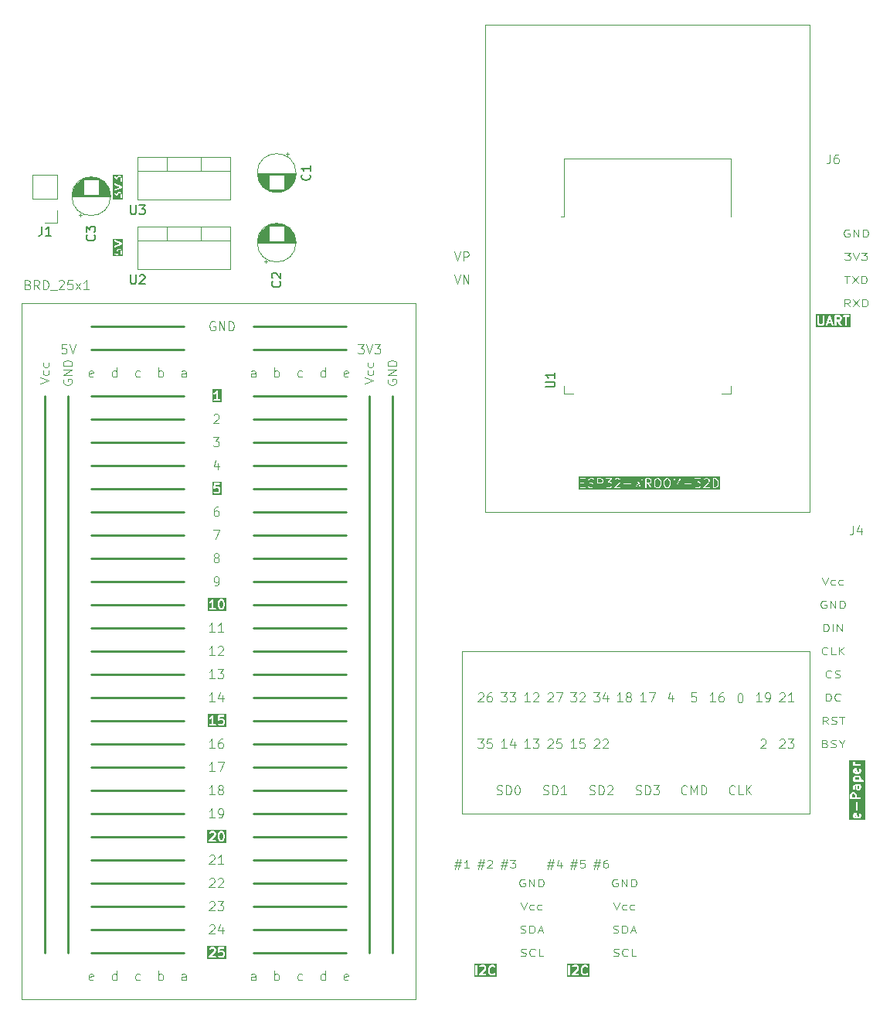
<source format=gbr>
%TF.GenerationSoftware,KiCad,Pcbnew,7.0.10*%
%TF.CreationDate,2024-01-16T02:40:29-05:00*%
%TF.ProjectId,esp32-wroom-adapter,65737033-322d-4777-926f-6f6d2d616461,v1.10*%
%TF.SameCoordinates,Original*%
%TF.FileFunction,Legend,Top*%
%TF.FilePolarity,Positive*%
%FSLAX46Y46*%
G04 Gerber Fmt 4.6, Leading zero omitted, Abs format (unit mm)*
G04 Created by KiCad (PCBNEW 7.0.10) date 2024-01-16 02:40:29*
%MOMM*%
%LPD*%
G01*
G04 APERTURE LIST*
%ADD10C,0.125000*%
%ADD11C,0.100000*%
%ADD12C,0.200000*%
%ADD13C,0.150000*%
%ADD14C,0.250000*%
%ADD15C,0.120000*%
G04 APERTURE END LIST*
D10*
G36*
X143188857Y-55813880D02*
G01*
X142099571Y-55813880D01*
X142099571Y-55597166D01*
X142206714Y-55597166D01*
X142214400Y-55615722D01*
X142219567Y-55635131D01*
X142223347Y-55637322D01*
X142225020Y-55641360D01*
X142243576Y-55649046D01*
X142260954Y-55659118D01*
X142618097Y-55706737D01*
X142640984Y-55700644D01*
X142663857Y-55694784D01*
X142664017Y-55694513D01*
X142664323Y-55694432D01*
X142676208Y-55673924D01*
X142688229Y-55653623D01*
X142688150Y-55653317D01*
X142688309Y-55653045D01*
X142682224Y-55630185D01*
X142676357Y-55607284D01*
X142646016Y-55566831D01*
X142617428Y-55490593D01*
X142617428Y-55275167D01*
X142646016Y-55198929D01*
X142669934Y-55167039D01*
X142716709Y-55135857D01*
X142857433Y-55135857D01*
X142904207Y-55167039D01*
X142928124Y-55198927D01*
X142956714Y-55275167D01*
X142956714Y-55490593D01*
X142928124Y-55566833D01*
X142897785Y-55607284D01*
X142885913Y-55653623D01*
X142910284Y-55694785D01*
X142956623Y-55706657D01*
X142997785Y-55682286D01*
X143033500Y-55634667D01*
X143035771Y-55625799D01*
X143042021Y-55619111D01*
X143077735Y-55523873D01*
X143077347Y-55512468D01*
X143081714Y-55501928D01*
X143081714Y-55263833D01*
X143077347Y-55253292D01*
X143077735Y-55241888D01*
X143042021Y-55146650D01*
X143035771Y-55139961D01*
X143033500Y-55131094D01*
X142997785Y-55083475D01*
X142988473Y-55077962D01*
X142982454Y-55068973D01*
X142911026Y-55021354D01*
X142893171Y-55017822D01*
X142876357Y-55010857D01*
X142697785Y-55010857D01*
X142680970Y-55017822D01*
X142663116Y-55021354D01*
X142591688Y-55068973D01*
X142585667Y-55077963D01*
X142576357Y-55083476D01*
X142540642Y-55131094D01*
X142538370Y-55139962D01*
X142532121Y-55146650D01*
X142496407Y-55241888D01*
X142496794Y-55253292D01*
X142492428Y-55263833D01*
X142492428Y-55501928D01*
X142496794Y-55512468D01*
X142496407Y-55523873D01*
X142512406Y-55566538D01*
X142331714Y-55542445D01*
X142331714Y-55120976D01*
X142313408Y-55076782D01*
X142269214Y-55058476D01*
X142225020Y-55076782D01*
X142206714Y-55120976D01*
X142206714Y-55597166D01*
X142099571Y-55597166D01*
X142099571Y-54765206D01*
X142210880Y-54765206D01*
X142212101Y-54813026D01*
X142246778Y-54845976D01*
X142294598Y-54844755D01*
X143044598Y-54511422D01*
X143060057Y-54495152D01*
X143076327Y-54479693D01*
X143076370Y-54477984D01*
X143077548Y-54476745D01*
X143076975Y-54454309D01*
X143077548Y-54431873D01*
X143076370Y-54430633D01*
X143076327Y-54428925D01*
X143060057Y-54413465D01*
X143044598Y-54397196D01*
X142294598Y-54063863D01*
X142246778Y-54062642D01*
X142212101Y-54095592D01*
X142210880Y-54143412D01*
X142243830Y-54178089D01*
X142865325Y-54454309D01*
X142243830Y-54730529D01*
X142210880Y-54765206D01*
X142099571Y-54765206D01*
X142099571Y-53955499D01*
X143188857Y-53955499D01*
X143188857Y-55813880D01*
G37*
G36*
X143188857Y-49667737D02*
G01*
X142099571Y-49667737D01*
X142099571Y-49498094D01*
X142206714Y-49498094D01*
X142225020Y-49542288D01*
X142269214Y-49560594D01*
X142313408Y-49542288D01*
X142331714Y-49498094D01*
X142331714Y-49048000D01*
X142507474Y-49253054D01*
X142509755Y-49254211D01*
X142510734Y-49256574D01*
X142530785Y-49264879D01*
X142550134Y-49274695D01*
X142552563Y-49273900D01*
X142554928Y-49274880D01*
X142574984Y-49266572D01*
X142595602Y-49259833D01*
X142596758Y-49257552D01*
X142599122Y-49256574D01*
X142607430Y-49236516D01*
X142617243Y-49217173D01*
X142616448Y-49214743D01*
X142617428Y-49212380D01*
X142617428Y-49080857D01*
X142646016Y-49004619D01*
X142669934Y-48972729D01*
X142716709Y-48941547D01*
X142857433Y-48941547D01*
X142904207Y-48972729D01*
X142928124Y-49004617D01*
X142956714Y-49080857D01*
X142956714Y-49343902D01*
X142928124Y-49420142D01*
X142897785Y-49460593D01*
X142885913Y-49506932D01*
X142910284Y-49548094D01*
X142956623Y-49559966D01*
X142997785Y-49535595D01*
X143033500Y-49487976D01*
X143035771Y-49479108D01*
X143042021Y-49472420D01*
X143077735Y-49377182D01*
X143077347Y-49365777D01*
X143081714Y-49355237D01*
X143081714Y-49069523D01*
X143077347Y-49058982D01*
X143077735Y-49047578D01*
X143042021Y-48952340D01*
X143035771Y-48945651D01*
X143033500Y-48936784D01*
X142997785Y-48889165D01*
X142988473Y-48883652D01*
X142982454Y-48874663D01*
X142911026Y-48827044D01*
X142893171Y-48823512D01*
X142876357Y-48816547D01*
X142697785Y-48816547D01*
X142680970Y-48823512D01*
X142663116Y-48827044D01*
X142591688Y-48874663D01*
X142585667Y-48883653D01*
X142576357Y-48889166D01*
X142540642Y-48936784D01*
X142538370Y-48945652D01*
X142532121Y-48952340D01*
X142496407Y-49047578D01*
X142496424Y-49048088D01*
X142316668Y-48838373D01*
X142314386Y-48837215D01*
X142313408Y-48834853D01*
X142293362Y-48826549D01*
X142274008Y-48816731D01*
X142271576Y-48817525D01*
X142269214Y-48816547D01*
X142249168Y-48824850D01*
X142228540Y-48831593D01*
X142227382Y-48833874D01*
X142225020Y-48834853D01*
X142216716Y-48854898D01*
X142206898Y-48874253D01*
X142207692Y-48876684D01*
X142206714Y-48879047D01*
X142206714Y-49498094D01*
X142099571Y-49498094D01*
X142099571Y-48570896D01*
X142210880Y-48570896D01*
X142212101Y-48618716D01*
X142246778Y-48651666D01*
X142294598Y-48650445D01*
X143044598Y-48317112D01*
X143060057Y-48300842D01*
X143076327Y-48285383D01*
X143076370Y-48283674D01*
X143077548Y-48282435D01*
X143076975Y-48259999D01*
X143077548Y-48237563D01*
X143076370Y-48236323D01*
X143076327Y-48234615D01*
X143060057Y-48219155D01*
X143044598Y-48202886D01*
X142294598Y-47869553D01*
X142246778Y-47868332D01*
X142212101Y-47901282D01*
X142210880Y-47949102D01*
X142243830Y-47983779D01*
X142865325Y-48259999D01*
X142243830Y-48536219D01*
X142210880Y-48570896D01*
X142099571Y-48570896D01*
X142099571Y-47688570D01*
X142206714Y-47688570D01*
X142225020Y-47732764D01*
X142269214Y-47751070D01*
X142313408Y-47732764D01*
X142331714Y-47688570D01*
X142331714Y-47238476D01*
X142507474Y-47443530D01*
X142509755Y-47444687D01*
X142510734Y-47447050D01*
X142530785Y-47455355D01*
X142550134Y-47465171D01*
X142552563Y-47464376D01*
X142554928Y-47465356D01*
X142574984Y-47457048D01*
X142595602Y-47450309D01*
X142596758Y-47448028D01*
X142599122Y-47447050D01*
X142607430Y-47426992D01*
X142617243Y-47407649D01*
X142616448Y-47405219D01*
X142617428Y-47402856D01*
X142617428Y-47271333D01*
X142646016Y-47195095D01*
X142669934Y-47163205D01*
X142716709Y-47132023D01*
X142857433Y-47132023D01*
X142904207Y-47163205D01*
X142928124Y-47195093D01*
X142956714Y-47271333D01*
X142956714Y-47534378D01*
X142928124Y-47610618D01*
X142897785Y-47651069D01*
X142885913Y-47697408D01*
X142910284Y-47738570D01*
X142956623Y-47750442D01*
X142997785Y-47726071D01*
X143033500Y-47678452D01*
X143035771Y-47669584D01*
X143042021Y-47662896D01*
X143077735Y-47567658D01*
X143077347Y-47556253D01*
X143081714Y-47545713D01*
X143081714Y-47259999D01*
X143077347Y-47249458D01*
X143077735Y-47238054D01*
X143042021Y-47142816D01*
X143035771Y-47136127D01*
X143033500Y-47127260D01*
X142997785Y-47079641D01*
X142988473Y-47074128D01*
X142982454Y-47065139D01*
X142911026Y-47017520D01*
X142893171Y-47013988D01*
X142876357Y-47007023D01*
X142697785Y-47007023D01*
X142680970Y-47013988D01*
X142663116Y-47017520D01*
X142591688Y-47065139D01*
X142585667Y-47074129D01*
X142576357Y-47079642D01*
X142540642Y-47127260D01*
X142538370Y-47136128D01*
X142532121Y-47142816D01*
X142496407Y-47238054D01*
X142496424Y-47238564D01*
X142316668Y-47028849D01*
X142314386Y-47027691D01*
X142313408Y-47025329D01*
X142293362Y-47017025D01*
X142274008Y-47007207D01*
X142271576Y-47008001D01*
X142269214Y-47007023D01*
X142249168Y-47015326D01*
X142228540Y-47022069D01*
X142227382Y-47024350D01*
X142225020Y-47025329D01*
X142216716Y-47045374D01*
X142206898Y-47064729D01*
X142207692Y-47067160D01*
X142206714Y-47069523D01*
X142206714Y-47688570D01*
X142099571Y-47688570D01*
X142099571Y-46899880D01*
X143188857Y-46899880D01*
X143188857Y-49667737D01*
G37*
D11*
X196905714Y-129866800D02*
X197048571Y-129904895D01*
X197048571Y-129904895D02*
X197286666Y-129904895D01*
X197286666Y-129904895D02*
X197381904Y-129866800D01*
X197381904Y-129866800D02*
X197429523Y-129828704D01*
X197429523Y-129828704D02*
X197477142Y-129752514D01*
X197477142Y-129752514D02*
X197477142Y-129676323D01*
X197477142Y-129676323D02*
X197429523Y-129600133D01*
X197429523Y-129600133D02*
X197381904Y-129562038D01*
X197381904Y-129562038D02*
X197286666Y-129523942D01*
X197286666Y-129523942D02*
X197096190Y-129485847D01*
X197096190Y-129485847D02*
X197000952Y-129447752D01*
X197000952Y-129447752D02*
X196953333Y-129409657D01*
X196953333Y-129409657D02*
X196905714Y-129333466D01*
X196905714Y-129333466D02*
X196905714Y-129257276D01*
X196905714Y-129257276D02*
X196953333Y-129181085D01*
X196953333Y-129181085D02*
X197000952Y-129142990D01*
X197000952Y-129142990D02*
X197096190Y-129104895D01*
X197096190Y-129104895D02*
X197334285Y-129104895D01*
X197334285Y-129104895D02*
X197477142Y-129142990D01*
X197905714Y-129904895D02*
X197905714Y-129104895D01*
X197905714Y-129104895D02*
X198143809Y-129104895D01*
X198143809Y-129104895D02*
X198286666Y-129142990D01*
X198286666Y-129142990D02*
X198381904Y-129219180D01*
X198381904Y-129219180D02*
X198429523Y-129295371D01*
X198429523Y-129295371D02*
X198477142Y-129447752D01*
X198477142Y-129447752D02*
X198477142Y-129562038D01*
X198477142Y-129562038D02*
X198429523Y-129714419D01*
X198429523Y-129714419D02*
X198381904Y-129790609D01*
X198381904Y-129790609D02*
X198286666Y-129866800D01*
X198286666Y-129866800D02*
X198143809Y-129904895D01*
X198143809Y-129904895D02*
X197905714Y-129904895D01*
X198858095Y-129676323D02*
X199334285Y-129676323D01*
X198762857Y-129904895D02*
X199096190Y-129104895D01*
X199096190Y-129104895D02*
X199429523Y-129904895D01*
X192254286Y-122219561D02*
X192968571Y-122219561D01*
X192540000Y-121876704D02*
X192254286Y-122905276D01*
X192873333Y-122562419D02*
X192159048Y-122562419D01*
X192587619Y-122905276D02*
X192873333Y-121876704D01*
X193778095Y-121952895D02*
X193301905Y-121952895D01*
X193301905Y-121952895D02*
X193254286Y-122333847D01*
X193254286Y-122333847D02*
X193301905Y-122295752D01*
X193301905Y-122295752D02*
X193397143Y-122257657D01*
X193397143Y-122257657D02*
X193635238Y-122257657D01*
X193635238Y-122257657D02*
X193730476Y-122295752D01*
X193730476Y-122295752D02*
X193778095Y-122333847D01*
X193778095Y-122333847D02*
X193825714Y-122410038D01*
X193825714Y-122410038D02*
X193825714Y-122600514D01*
X193825714Y-122600514D02*
X193778095Y-122676704D01*
X193778095Y-122676704D02*
X193730476Y-122714800D01*
X193730476Y-122714800D02*
X193635238Y-122752895D01*
X193635238Y-122752895D02*
X193397143Y-122752895D01*
X193397143Y-122752895D02*
X193301905Y-122714800D01*
X193301905Y-122714800D02*
X193254286Y-122676704D01*
D12*
G36*
X194305435Y-134730076D02*
G01*
X191820953Y-134730076D01*
X191820953Y-134487219D01*
X191963810Y-134487219D01*
X191982908Y-134545998D01*
X192032908Y-134582325D01*
X192094712Y-134582325D01*
X192144712Y-134545998D01*
X192163810Y-134487219D01*
X192163810Y-134471576D01*
X192345993Y-134471576D01*
X192349656Y-134494703D01*
X192349656Y-134518121D01*
X192354398Y-134524648D01*
X192355661Y-134532618D01*
X192372217Y-134549174D01*
X192385983Y-134568121D01*
X192393657Y-134570614D01*
X192399363Y-134576320D01*
X192422492Y-134579983D01*
X192444762Y-134587219D01*
X193063809Y-134587219D01*
X193122588Y-134568121D01*
X193158915Y-134518121D01*
X193158915Y-134456317D01*
X193122588Y-134406317D01*
X193063809Y-134387219D01*
X192686184Y-134387219D01*
X193014755Y-134058647D01*
X193344762Y-134058647D01*
X193348608Y-134070484D01*
X193347748Y-134082901D01*
X193395367Y-134273376D01*
X193401277Y-134282822D01*
X193402938Y-134293844D01*
X193450557Y-134389082D01*
X193461931Y-134400630D01*
X193469289Y-134415071D01*
X193564527Y-134510311D01*
X193585071Y-134520779D01*
X193603615Y-134534468D01*
X193746472Y-134582087D01*
X193762679Y-134582210D01*
X193778095Y-134587219D01*
X193873333Y-134587219D01*
X193888748Y-134582210D01*
X193904956Y-134582087D01*
X194047812Y-134534468D01*
X194066359Y-134520776D01*
X194086901Y-134510310D01*
X194134520Y-134462690D01*
X194162578Y-134407622D01*
X194152910Y-134346580D01*
X194109207Y-134302879D01*
X194048165Y-134293211D01*
X193993097Y-134321270D01*
X193962170Y-134352197D01*
X193857106Y-134387219D01*
X193794321Y-134387219D01*
X193689256Y-134352197D01*
X193622186Y-134285127D01*
X193586732Y-134214218D01*
X193544762Y-134046337D01*
X193544762Y-133928100D01*
X193586732Y-133760218D01*
X193622185Y-133689312D01*
X193689257Y-133622240D01*
X193794321Y-133587219D01*
X193857106Y-133587219D01*
X193962171Y-133622240D01*
X193993098Y-133653167D01*
X194048165Y-133681226D01*
X194109208Y-133671558D01*
X194152910Y-133627856D01*
X194162578Y-133566813D01*
X194134519Y-133511746D01*
X194086901Y-133464127D01*
X194066357Y-133453659D01*
X194047812Y-133439970D01*
X193904956Y-133392351D01*
X193888748Y-133392227D01*
X193873333Y-133387219D01*
X193778095Y-133387219D01*
X193762679Y-133392227D01*
X193746472Y-133392351D01*
X193603615Y-133439970D01*
X193585068Y-133453660D01*
X193564527Y-133464127D01*
X193469289Y-133559365D01*
X193461930Y-133573807D01*
X193450557Y-133585355D01*
X193402938Y-133680593D01*
X193401277Y-133691614D01*
X193395367Y-133701061D01*
X193347748Y-133891536D01*
X193348608Y-133903952D01*
X193344762Y-133915790D01*
X193344762Y-134058647D01*
X193014755Y-134058647D01*
X193086901Y-133986501D01*
X193097367Y-133965959D01*
X193111058Y-133947413D01*
X193158677Y-133804556D01*
X193158800Y-133788348D01*
X193163809Y-133772933D01*
X193163809Y-133677695D01*
X193156685Y-133655771D01*
X193153252Y-133632973D01*
X193105633Y-133537736D01*
X193094258Y-133526187D01*
X193086900Y-133511746D01*
X193039282Y-133464127D01*
X193024839Y-133456768D01*
X193013292Y-133445395D01*
X192918054Y-133397776D01*
X192895256Y-133394342D01*
X192873333Y-133387219D01*
X192635238Y-133387219D01*
X192613314Y-133394342D01*
X192590516Y-133397776D01*
X192495279Y-133445395D01*
X192483730Y-133456769D01*
X192469289Y-133464128D01*
X192421670Y-133511746D01*
X192393612Y-133566814D01*
X192403280Y-133627856D01*
X192446982Y-133671558D01*
X192508024Y-133681226D01*
X192563092Y-133653168D01*
X192599235Y-133617023D01*
X192658845Y-133587219D01*
X192849726Y-133587219D01*
X192909335Y-133617024D01*
X192934004Y-133641692D01*
X192963809Y-133701302D01*
X192963809Y-133756706D01*
X192928787Y-133861770D01*
X192374051Y-134416508D01*
X192363420Y-134437371D01*
X192349656Y-134456317D01*
X192349656Y-134464386D01*
X192345993Y-134471576D01*
X192163810Y-134471576D01*
X192163810Y-133487219D01*
X192144712Y-133428440D01*
X192094712Y-133392113D01*
X192032908Y-133392113D01*
X191982908Y-133428440D01*
X191963810Y-133487219D01*
X191963810Y-134487219D01*
X191820953Y-134487219D01*
X191820953Y-133244362D01*
X194305435Y-133244362D01*
X194305435Y-134730076D01*
G37*
D11*
X189714286Y-122219561D02*
X190428571Y-122219561D01*
X190000000Y-121876704D02*
X189714286Y-122905276D01*
X190333333Y-122562419D02*
X189619048Y-122562419D01*
X190047619Y-122905276D02*
X190333333Y-121876704D01*
X191190476Y-122219561D02*
X191190476Y-122752895D01*
X190952381Y-121914800D02*
X190714286Y-122486228D01*
X190714286Y-122486228D02*
X191333333Y-122486228D01*
X196929524Y-132406800D02*
X197072381Y-132444895D01*
X197072381Y-132444895D02*
X197310476Y-132444895D01*
X197310476Y-132444895D02*
X197405714Y-132406800D01*
X197405714Y-132406800D02*
X197453333Y-132368704D01*
X197453333Y-132368704D02*
X197500952Y-132292514D01*
X197500952Y-132292514D02*
X197500952Y-132216323D01*
X197500952Y-132216323D02*
X197453333Y-132140133D01*
X197453333Y-132140133D02*
X197405714Y-132102038D01*
X197405714Y-132102038D02*
X197310476Y-132063942D01*
X197310476Y-132063942D02*
X197120000Y-132025847D01*
X197120000Y-132025847D02*
X197024762Y-131987752D01*
X197024762Y-131987752D02*
X196977143Y-131949657D01*
X196977143Y-131949657D02*
X196929524Y-131873466D01*
X196929524Y-131873466D02*
X196929524Y-131797276D01*
X196929524Y-131797276D02*
X196977143Y-131721085D01*
X196977143Y-131721085D02*
X197024762Y-131682990D01*
X197024762Y-131682990D02*
X197120000Y-131644895D01*
X197120000Y-131644895D02*
X197358095Y-131644895D01*
X197358095Y-131644895D02*
X197500952Y-131682990D01*
X198500952Y-132368704D02*
X198453333Y-132406800D01*
X198453333Y-132406800D02*
X198310476Y-132444895D01*
X198310476Y-132444895D02*
X198215238Y-132444895D01*
X198215238Y-132444895D02*
X198072381Y-132406800D01*
X198072381Y-132406800D02*
X197977143Y-132330609D01*
X197977143Y-132330609D02*
X197929524Y-132254419D01*
X197929524Y-132254419D02*
X197881905Y-132102038D01*
X197881905Y-132102038D02*
X197881905Y-131987752D01*
X197881905Y-131987752D02*
X197929524Y-131835371D01*
X197929524Y-131835371D02*
X197977143Y-131759180D01*
X197977143Y-131759180D02*
X198072381Y-131682990D01*
X198072381Y-131682990D02*
X198215238Y-131644895D01*
X198215238Y-131644895D02*
X198310476Y-131644895D01*
X198310476Y-131644895D02*
X198453333Y-131682990D01*
X198453333Y-131682990D02*
X198500952Y-131721085D01*
X199405714Y-132444895D02*
X198929524Y-132444895D01*
X198929524Y-132444895D02*
X198929524Y-131644895D01*
X196929524Y-126564895D02*
X197262857Y-127364895D01*
X197262857Y-127364895D02*
X197596190Y-126564895D01*
X198358095Y-127326800D02*
X198262857Y-127364895D01*
X198262857Y-127364895D02*
X198072381Y-127364895D01*
X198072381Y-127364895D02*
X197977143Y-127326800D01*
X197977143Y-127326800D02*
X197929524Y-127288704D01*
X197929524Y-127288704D02*
X197881905Y-127212514D01*
X197881905Y-127212514D02*
X197881905Y-126983942D01*
X197881905Y-126983942D02*
X197929524Y-126907752D01*
X197929524Y-126907752D02*
X197977143Y-126869657D01*
X197977143Y-126869657D02*
X198072381Y-126831561D01*
X198072381Y-126831561D02*
X198262857Y-126831561D01*
X198262857Y-126831561D02*
X198358095Y-126869657D01*
X199215238Y-127326800D02*
X199120000Y-127364895D01*
X199120000Y-127364895D02*
X198929524Y-127364895D01*
X198929524Y-127364895D02*
X198834286Y-127326800D01*
X198834286Y-127326800D02*
X198786667Y-127288704D01*
X198786667Y-127288704D02*
X198739048Y-127212514D01*
X198739048Y-127212514D02*
X198739048Y-126983942D01*
X198739048Y-126983942D02*
X198786667Y-126907752D01*
X198786667Y-126907752D02*
X198834286Y-126869657D01*
X198834286Y-126869657D02*
X198929524Y-126831561D01*
X198929524Y-126831561D02*
X199120000Y-126831561D01*
X199120000Y-126831561D02*
X199215238Y-126869657D01*
X194794286Y-122219561D02*
X195508571Y-122219561D01*
X195080000Y-121876704D02*
X194794286Y-122905276D01*
X195413333Y-122562419D02*
X194699048Y-122562419D01*
X195127619Y-122905276D02*
X195413333Y-121876704D01*
X196270476Y-121952895D02*
X196080000Y-121952895D01*
X196080000Y-121952895D02*
X195984762Y-121990990D01*
X195984762Y-121990990D02*
X195937143Y-122029085D01*
X195937143Y-122029085D02*
X195841905Y-122143371D01*
X195841905Y-122143371D02*
X195794286Y-122295752D01*
X195794286Y-122295752D02*
X195794286Y-122600514D01*
X195794286Y-122600514D02*
X195841905Y-122676704D01*
X195841905Y-122676704D02*
X195889524Y-122714800D01*
X195889524Y-122714800D02*
X195984762Y-122752895D01*
X195984762Y-122752895D02*
X196175238Y-122752895D01*
X196175238Y-122752895D02*
X196270476Y-122714800D01*
X196270476Y-122714800D02*
X196318095Y-122676704D01*
X196318095Y-122676704D02*
X196365714Y-122600514D01*
X196365714Y-122600514D02*
X196365714Y-122410038D01*
X196365714Y-122410038D02*
X196318095Y-122333847D01*
X196318095Y-122333847D02*
X196270476Y-122295752D01*
X196270476Y-122295752D02*
X196175238Y-122257657D01*
X196175238Y-122257657D02*
X195984762Y-122257657D01*
X195984762Y-122257657D02*
X195889524Y-122295752D01*
X195889524Y-122295752D02*
X195841905Y-122333847D01*
X195841905Y-122333847D02*
X195794286Y-122410038D01*
X197358095Y-124062990D02*
X197262857Y-124024895D01*
X197262857Y-124024895D02*
X197120000Y-124024895D01*
X197120000Y-124024895D02*
X196977143Y-124062990D01*
X196977143Y-124062990D02*
X196881905Y-124139180D01*
X196881905Y-124139180D02*
X196834286Y-124215371D01*
X196834286Y-124215371D02*
X196786667Y-124367752D01*
X196786667Y-124367752D02*
X196786667Y-124482038D01*
X196786667Y-124482038D02*
X196834286Y-124634419D01*
X196834286Y-124634419D02*
X196881905Y-124710609D01*
X196881905Y-124710609D02*
X196977143Y-124786800D01*
X196977143Y-124786800D02*
X197120000Y-124824895D01*
X197120000Y-124824895D02*
X197215238Y-124824895D01*
X197215238Y-124824895D02*
X197358095Y-124786800D01*
X197358095Y-124786800D02*
X197405714Y-124748704D01*
X197405714Y-124748704D02*
X197405714Y-124482038D01*
X197405714Y-124482038D02*
X197215238Y-124482038D01*
X197834286Y-124824895D02*
X197834286Y-124024895D01*
X197834286Y-124024895D02*
X198405714Y-124824895D01*
X198405714Y-124824895D02*
X198405714Y-124024895D01*
X198881905Y-124824895D02*
X198881905Y-124024895D01*
X198881905Y-124024895D02*
X199120000Y-124024895D01*
X199120000Y-124024895D02*
X199262857Y-124062990D01*
X199262857Y-124062990D02*
X199358095Y-124139180D01*
X199358095Y-124139180D02*
X199405714Y-124215371D01*
X199405714Y-124215371D02*
X199453333Y-124367752D01*
X199453333Y-124367752D02*
X199453333Y-124482038D01*
X199453333Y-124482038D02*
X199405714Y-124634419D01*
X199405714Y-124634419D02*
X199358095Y-124710609D01*
X199358095Y-124710609D02*
X199262857Y-124786800D01*
X199262857Y-124786800D02*
X199120000Y-124824895D01*
X199120000Y-124824895D02*
X198881905Y-124824895D01*
X132777067Y-58938609D02*
X132919924Y-58986228D01*
X132919924Y-58986228D02*
X132967543Y-59033847D01*
X132967543Y-59033847D02*
X133015162Y-59129085D01*
X133015162Y-59129085D02*
X133015162Y-59271942D01*
X133015162Y-59271942D02*
X132967543Y-59367180D01*
X132967543Y-59367180D02*
X132919924Y-59414800D01*
X132919924Y-59414800D02*
X132824686Y-59462419D01*
X132824686Y-59462419D02*
X132443734Y-59462419D01*
X132443734Y-59462419D02*
X132443734Y-58462419D01*
X132443734Y-58462419D02*
X132777067Y-58462419D01*
X132777067Y-58462419D02*
X132872305Y-58510038D01*
X132872305Y-58510038D02*
X132919924Y-58557657D01*
X132919924Y-58557657D02*
X132967543Y-58652895D01*
X132967543Y-58652895D02*
X132967543Y-58748133D01*
X132967543Y-58748133D02*
X132919924Y-58843371D01*
X132919924Y-58843371D02*
X132872305Y-58890990D01*
X132872305Y-58890990D02*
X132777067Y-58938609D01*
X132777067Y-58938609D02*
X132443734Y-58938609D01*
X134015162Y-59462419D02*
X133681829Y-58986228D01*
X133443734Y-59462419D02*
X133443734Y-58462419D01*
X133443734Y-58462419D02*
X133824686Y-58462419D01*
X133824686Y-58462419D02*
X133919924Y-58510038D01*
X133919924Y-58510038D02*
X133967543Y-58557657D01*
X133967543Y-58557657D02*
X134015162Y-58652895D01*
X134015162Y-58652895D02*
X134015162Y-58795752D01*
X134015162Y-58795752D02*
X133967543Y-58890990D01*
X133967543Y-58890990D02*
X133919924Y-58938609D01*
X133919924Y-58938609D02*
X133824686Y-58986228D01*
X133824686Y-58986228D02*
X133443734Y-58986228D01*
X134443734Y-59462419D02*
X134443734Y-58462419D01*
X134443734Y-58462419D02*
X134681829Y-58462419D01*
X134681829Y-58462419D02*
X134824686Y-58510038D01*
X134824686Y-58510038D02*
X134919924Y-58605276D01*
X134919924Y-58605276D02*
X134967543Y-58700514D01*
X134967543Y-58700514D02*
X135015162Y-58890990D01*
X135015162Y-58890990D02*
X135015162Y-59033847D01*
X135015162Y-59033847D02*
X134967543Y-59224323D01*
X134967543Y-59224323D02*
X134919924Y-59319561D01*
X134919924Y-59319561D02*
X134824686Y-59414800D01*
X134824686Y-59414800D02*
X134681829Y-59462419D01*
X134681829Y-59462419D02*
X134443734Y-59462419D01*
X135205639Y-59557657D02*
X135967543Y-59557657D01*
X136158020Y-58557657D02*
X136205639Y-58510038D01*
X136205639Y-58510038D02*
X136300877Y-58462419D01*
X136300877Y-58462419D02*
X136538972Y-58462419D01*
X136538972Y-58462419D02*
X136634210Y-58510038D01*
X136634210Y-58510038D02*
X136681829Y-58557657D01*
X136681829Y-58557657D02*
X136729448Y-58652895D01*
X136729448Y-58652895D02*
X136729448Y-58748133D01*
X136729448Y-58748133D02*
X136681829Y-58890990D01*
X136681829Y-58890990D02*
X136110401Y-59462419D01*
X136110401Y-59462419D02*
X136729448Y-59462419D01*
X137634210Y-58462419D02*
X137158020Y-58462419D01*
X137158020Y-58462419D02*
X137110401Y-58938609D01*
X137110401Y-58938609D02*
X137158020Y-58890990D01*
X137158020Y-58890990D02*
X137253258Y-58843371D01*
X137253258Y-58843371D02*
X137491353Y-58843371D01*
X137491353Y-58843371D02*
X137586591Y-58890990D01*
X137586591Y-58890990D02*
X137634210Y-58938609D01*
X137634210Y-58938609D02*
X137681829Y-59033847D01*
X137681829Y-59033847D02*
X137681829Y-59271942D01*
X137681829Y-59271942D02*
X137634210Y-59367180D01*
X137634210Y-59367180D02*
X137586591Y-59414800D01*
X137586591Y-59414800D02*
X137491353Y-59462419D01*
X137491353Y-59462419D02*
X137253258Y-59462419D01*
X137253258Y-59462419D02*
X137158020Y-59414800D01*
X137158020Y-59414800D02*
X137110401Y-59367180D01*
X138015163Y-59462419D02*
X138538972Y-58795752D01*
X138015163Y-58795752D02*
X138538972Y-59462419D01*
X139443734Y-59462419D02*
X138872306Y-59462419D01*
X139158020Y-59462419D02*
X139158020Y-58462419D01*
X139158020Y-58462419D02*
X139062782Y-58605276D01*
X139062782Y-58605276D02*
X138967544Y-58700514D01*
X138967544Y-58700514D02*
X138872306Y-58748133D01*
D10*
X136969523Y-65496119D02*
X136493333Y-65496119D01*
X136493333Y-65496119D02*
X136445714Y-65972309D01*
X136445714Y-65972309D02*
X136493333Y-65924690D01*
X136493333Y-65924690D02*
X136588571Y-65877071D01*
X136588571Y-65877071D02*
X136826666Y-65877071D01*
X136826666Y-65877071D02*
X136921904Y-65924690D01*
X136921904Y-65924690D02*
X136969523Y-65972309D01*
X136969523Y-65972309D02*
X137017142Y-66067547D01*
X137017142Y-66067547D02*
X137017142Y-66305642D01*
X137017142Y-66305642D02*
X136969523Y-66400880D01*
X136969523Y-66400880D02*
X136921904Y-66448500D01*
X136921904Y-66448500D02*
X136826666Y-66496119D01*
X136826666Y-66496119D02*
X136588571Y-66496119D01*
X136588571Y-66496119D02*
X136493333Y-66448500D01*
X136493333Y-66448500D02*
X136445714Y-66400880D01*
X137302857Y-65496119D02*
X137636190Y-66496119D01*
X137636190Y-66496119D02*
X137969523Y-65496119D01*
X172223738Y-69341904D02*
X172176119Y-69437142D01*
X172176119Y-69437142D02*
X172176119Y-69579999D01*
X172176119Y-69579999D02*
X172223738Y-69722856D01*
X172223738Y-69722856D02*
X172318976Y-69818094D01*
X172318976Y-69818094D02*
X172414214Y-69865713D01*
X172414214Y-69865713D02*
X172604690Y-69913332D01*
X172604690Y-69913332D02*
X172747547Y-69913332D01*
X172747547Y-69913332D02*
X172938023Y-69865713D01*
X172938023Y-69865713D02*
X173033261Y-69818094D01*
X173033261Y-69818094D02*
X173128500Y-69722856D01*
X173128500Y-69722856D02*
X173176119Y-69579999D01*
X173176119Y-69579999D02*
X173176119Y-69484761D01*
X173176119Y-69484761D02*
X173128500Y-69341904D01*
X173128500Y-69341904D02*
X173080880Y-69294285D01*
X173080880Y-69294285D02*
X172747547Y-69294285D01*
X172747547Y-69294285D02*
X172747547Y-69484761D01*
X173176119Y-68865713D02*
X172176119Y-68865713D01*
X172176119Y-68865713D02*
X173176119Y-68294285D01*
X173176119Y-68294285D02*
X172176119Y-68294285D01*
X173176119Y-67818094D02*
X172176119Y-67818094D01*
X172176119Y-67818094D02*
X172176119Y-67579999D01*
X172176119Y-67579999D02*
X172223738Y-67437142D01*
X172223738Y-67437142D02*
X172318976Y-67341904D01*
X172318976Y-67341904D02*
X172414214Y-67294285D01*
X172414214Y-67294285D02*
X172604690Y-67246666D01*
X172604690Y-67246666D02*
X172747547Y-67246666D01*
X172747547Y-67246666D02*
X172938023Y-67294285D01*
X172938023Y-67294285D02*
X173033261Y-67341904D01*
X173033261Y-67341904D02*
X173128500Y-67437142D01*
X173128500Y-67437142D02*
X173176119Y-67579999D01*
X173176119Y-67579999D02*
X173176119Y-67818094D01*
D11*
X165314285Y-135077419D02*
X165314285Y-134077419D01*
X165314285Y-135029800D02*
X165219047Y-135077419D01*
X165219047Y-135077419D02*
X165028571Y-135077419D01*
X165028571Y-135077419D02*
X164933333Y-135029800D01*
X164933333Y-135029800D02*
X164885714Y-134982180D01*
X164885714Y-134982180D02*
X164838095Y-134886942D01*
X164838095Y-134886942D02*
X164838095Y-134601228D01*
X164838095Y-134601228D02*
X164885714Y-134505990D01*
X164885714Y-134505990D02*
X164933333Y-134458371D01*
X164933333Y-134458371D02*
X165028571Y-134410752D01*
X165028571Y-134410752D02*
X165219047Y-134410752D01*
X165219047Y-134410752D02*
X165314285Y-134458371D01*
X153227693Y-99517419D02*
X152656265Y-99517419D01*
X152941979Y-99517419D02*
X152941979Y-98517419D01*
X152941979Y-98517419D02*
X152846741Y-98660276D01*
X152846741Y-98660276D02*
X152751503Y-98755514D01*
X152751503Y-98755514D02*
X152656265Y-98803133D01*
X153608646Y-98612657D02*
X153656265Y-98565038D01*
X153656265Y-98565038D02*
X153751503Y-98517419D01*
X153751503Y-98517419D02*
X153989598Y-98517419D01*
X153989598Y-98517419D02*
X154084836Y-98565038D01*
X154084836Y-98565038D02*
X154132455Y-98612657D01*
X154132455Y-98612657D02*
X154180074Y-98707895D01*
X154180074Y-98707895D02*
X154180074Y-98803133D01*
X154180074Y-98803133D02*
X154132455Y-98945990D01*
X154132455Y-98945990D02*
X153561027Y-99517419D01*
X153561027Y-99517419D02*
X154180074Y-99517419D01*
D10*
X134076119Y-69770475D02*
X135076119Y-69437142D01*
X135076119Y-69437142D02*
X134076119Y-69103809D01*
X135028500Y-68341904D02*
X135076119Y-68437142D01*
X135076119Y-68437142D02*
X135076119Y-68627618D01*
X135076119Y-68627618D02*
X135028500Y-68722856D01*
X135028500Y-68722856D02*
X134980880Y-68770475D01*
X134980880Y-68770475D02*
X134885642Y-68818094D01*
X134885642Y-68818094D02*
X134599928Y-68818094D01*
X134599928Y-68818094D02*
X134504690Y-68770475D01*
X134504690Y-68770475D02*
X134457071Y-68722856D01*
X134457071Y-68722856D02*
X134409452Y-68627618D01*
X134409452Y-68627618D02*
X134409452Y-68437142D01*
X134409452Y-68437142D02*
X134457071Y-68341904D01*
X135028500Y-67484761D02*
X135076119Y-67579999D01*
X135076119Y-67579999D02*
X135076119Y-67770475D01*
X135076119Y-67770475D02*
X135028500Y-67865713D01*
X135028500Y-67865713D02*
X134980880Y-67913332D01*
X134980880Y-67913332D02*
X134885642Y-67960951D01*
X134885642Y-67960951D02*
X134599928Y-67960951D01*
X134599928Y-67960951D02*
X134504690Y-67913332D01*
X134504690Y-67913332D02*
X134457071Y-67865713D01*
X134457071Y-67865713D02*
X134409452Y-67770475D01*
X134409452Y-67770475D02*
X134409452Y-67579999D01*
X134409452Y-67579999D02*
X134457071Y-67484761D01*
D11*
X157694285Y-135077419D02*
X157694285Y-134553609D01*
X157694285Y-134553609D02*
X157646666Y-134458371D01*
X157646666Y-134458371D02*
X157551428Y-134410752D01*
X157551428Y-134410752D02*
X157360952Y-134410752D01*
X157360952Y-134410752D02*
X157265714Y-134458371D01*
X157694285Y-135029800D02*
X157599047Y-135077419D01*
X157599047Y-135077419D02*
X157360952Y-135077419D01*
X157360952Y-135077419D02*
X157265714Y-135029800D01*
X157265714Y-135029800D02*
X157218095Y-134934561D01*
X157218095Y-134934561D02*
X157218095Y-134839323D01*
X157218095Y-134839323D02*
X157265714Y-134744085D01*
X157265714Y-134744085D02*
X157360952Y-134696466D01*
X157360952Y-134696466D02*
X157599047Y-134696466D01*
X157599047Y-134696466D02*
X157694285Y-134648847D01*
D10*
X136663738Y-69341904D02*
X136616119Y-69437142D01*
X136616119Y-69437142D02*
X136616119Y-69579999D01*
X136616119Y-69579999D02*
X136663738Y-69722856D01*
X136663738Y-69722856D02*
X136758976Y-69818094D01*
X136758976Y-69818094D02*
X136854214Y-69865713D01*
X136854214Y-69865713D02*
X137044690Y-69913332D01*
X137044690Y-69913332D02*
X137187547Y-69913332D01*
X137187547Y-69913332D02*
X137378023Y-69865713D01*
X137378023Y-69865713D02*
X137473261Y-69818094D01*
X137473261Y-69818094D02*
X137568500Y-69722856D01*
X137568500Y-69722856D02*
X137616119Y-69579999D01*
X137616119Y-69579999D02*
X137616119Y-69484761D01*
X137616119Y-69484761D02*
X137568500Y-69341904D01*
X137568500Y-69341904D02*
X137520880Y-69294285D01*
X137520880Y-69294285D02*
X137187547Y-69294285D01*
X137187547Y-69294285D02*
X137187547Y-69484761D01*
X137616119Y-68865713D02*
X136616119Y-68865713D01*
X136616119Y-68865713D02*
X137616119Y-68294285D01*
X137616119Y-68294285D02*
X136616119Y-68294285D01*
X137616119Y-67818094D02*
X136616119Y-67818094D01*
X136616119Y-67818094D02*
X136616119Y-67579999D01*
X136616119Y-67579999D02*
X136663738Y-67437142D01*
X136663738Y-67437142D02*
X136758976Y-67341904D01*
X136758976Y-67341904D02*
X136854214Y-67294285D01*
X136854214Y-67294285D02*
X137044690Y-67246666D01*
X137044690Y-67246666D02*
X137187547Y-67246666D01*
X137187547Y-67246666D02*
X137378023Y-67294285D01*
X137378023Y-67294285D02*
X137473261Y-67341904D01*
X137473261Y-67341904D02*
X137568500Y-67437142D01*
X137568500Y-67437142D02*
X137616119Y-67579999D01*
X137616119Y-67579999D02*
X137616119Y-67818094D01*
D11*
X142454285Y-69037419D02*
X142454285Y-68037419D01*
X142454285Y-68989800D02*
X142359047Y-69037419D01*
X142359047Y-69037419D02*
X142168571Y-69037419D01*
X142168571Y-69037419D02*
X142073333Y-68989800D01*
X142073333Y-68989800D02*
X142025714Y-68942180D01*
X142025714Y-68942180D02*
X141978095Y-68846942D01*
X141978095Y-68846942D02*
X141978095Y-68561228D01*
X141978095Y-68561228D02*
X142025714Y-68465990D01*
X142025714Y-68465990D02*
X142073333Y-68418371D01*
X142073333Y-68418371D02*
X142168571Y-68370752D01*
X142168571Y-68370752D02*
X142359047Y-68370752D01*
X142359047Y-68370752D02*
X142454285Y-68418371D01*
X147105714Y-135077419D02*
X147105714Y-134077419D01*
X147105714Y-134458371D02*
X147200952Y-134410752D01*
X147200952Y-134410752D02*
X147391428Y-134410752D01*
X147391428Y-134410752D02*
X147486666Y-134458371D01*
X147486666Y-134458371D02*
X147534285Y-134505990D01*
X147534285Y-134505990D02*
X147581904Y-134601228D01*
X147581904Y-134601228D02*
X147581904Y-134886942D01*
X147581904Y-134886942D02*
X147534285Y-134982180D01*
X147534285Y-134982180D02*
X147486666Y-135029800D01*
X147486666Y-135029800D02*
X147391428Y-135077419D01*
X147391428Y-135077419D02*
X147200952Y-135077419D01*
X147200952Y-135077419D02*
X147105714Y-135029800D01*
D12*
G36*
X154012530Y-81975076D02*
G01*
X152955884Y-81975076D01*
X152955884Y-81198459D01*
X153098741Y-81198459D01*
X153104737Y-81225983D01*
X153109144Y-81253808D01*
X153111259Y-81255923D01*
X153111896Y-81258846D01*
X153132926Y-81277590D01*
X153152846Y-81297510D01*
X153155800Y-81297977D01*
X153158033Y-81299968D01*
X153186065Y-81302771D01*
X153213888Y-81307178D01*
X153216552Y-81305820D01*
X153219530Y-81306118D01*
X153243858Y-81291907D01*
X153268956Y-81279120D01*
X153305099Y-81242975D01*
X153364709Y-81213171D01*
X153555590Y-81213171D01*
X153615199Y-81242976D01*
X153639868Y-81267644D01*
X153669673Y-81327254D01*
X153669673Y-81518135D01*
X153639868Y-81577743D01*
X153615199Y-81602413D01*
X153555590Y-81632219D01*
X153364709Y-81632219D01*
X153305099Y-81602414D01*
X153268956Y-81566270D01*
X153213889Y-81538211D01*
X153152847Y-81547878D01*
X153109144Y-81591580D01*
X153099475Y-81652622D01*
X153127534Y-81707690D01*
X153175152Y-81755310D01*
X153189595Y-81762669D01*
X153201143Y-81774043D01*
X153296380Y-81821662D01*
X153319178Y-81825095D01*
X153341102Y-81832219D01*
X153579197Y-81832219D01*
X153601120Y-81825095D01*
X153623918Y-81821662D01*
X153719156Y-81774043D01*
X153730704Y-81762668D01*
X153745146Y-81755310D01*
X153792765Y-81707690D01*
X153800122Y-81693249D01*
X153811497Y-81681701D01*
X153859116Y-81586464D01*
X153862549Y-81563665D01*
X153869673Y-81541742D01*
X153869673Y-81303647D01*
X153862549Y-81281723D01*
X153859116Y-81258925D01*
X153811497Y-81163688D01*
X153800122Y-81152139D01*
X153792764Y-81137698D01*
X153745146Y-81090079D01*
X153730703Y-81082720D01*
X153719156Y-81071347D01*
X153623918Y-81023728D01*
X153601120Y-81020294D01*
X153579197Y-81013171D01*
X153341102Y-81013171D01*
X153319178Y-81020294D01*
X153317530Y-81020542D01*
X153336363Y-80832219D01*
X153722054Y-80832219D01*
X153780833Y-80813121D01*
X153817160Y-80763121D01*
X153817160Y-80701317D01*
X153780833Y-80651317D01*
X153722054Y-80632219D01*
X153245864Y-80632219D01*
X153235462Y-80635598D01*
X153224579Y-80634510D01*
X153206736Y-80644932D01*
X153187085Y-80651317D01*
X153180656Y-80660165D01*
X153171212Y-80665682D01*
X153162903Y-80684600D01*
X153150758Y-80701317D01*
X153150758Y-80712254D01*
X153146360Y-80722269D01*
X153098741Y-81198459D01*
X152955884Y-81198459D01*
X152955884Y-80489362D01*
X154012530Y-80489362D01*
X154012530Y-81975076D01*
G37*
D10*
X169636119Y-69770475D02*
X170636119Y-69437142D01*
X170636119Y-69437142D02*
X169636119Y-69103809D01*
X170588500Y-68341904D02*
X170636119Y-68437142D01*
X170636119Y-68437142D02*
X170636119Y-68627618D01*
X170636119Y-68627618D02*
X170588500Y-68722856D01*
X170588500Y-68722856D02*
X170540880Y-68770475D01*
X170540880Y-68770475D02*
X170445642Y-68818094D01*
X170445642Y-68818094D02*
X170159928Y-68818094D01*
X170159928Y-68818094D02*
X170064690Y-68770475D01*
X170064690Y-68770475D02*
X170017071Y-68722856D01*
X170017071Y-68722856D02*
X169969452Y-68627618D01*
X169969452Y-68627618D02*
X169969452Y-68437142D01*
X169969452Y-68437142D02*
X170017071Y-68341904D01*
X170588500Y-67484761D02*
X170636119Y-67579999D01*
X170636119Y-67579999D02*
X170636119Y-67770475D01*
X170636119Y-67770475D02*
X170588500Y-67865713D01*
X170588500Y-67865713D02*
X170540880Y-67913332D01*
X170540880Y-67913332D02*
X170445642Y-67960951D01*
X170445642Y-67960951D02*
X170159928Y-67960951D01*
X170159928Y-67960951D02*
X170064690Y-67913332D01*
X170064690Y-67913332D02*
X170017071Y-67865713D01*
X170017071Y-67865713D02*
X169969452Y-67770475D01*
X169969452Y-67770475D02*
X169969452Y-67579999D01*
X169969452Y-67579999D02*
X170017071Y-67484761D01*
D11*
X165314285Y-69037419D02*
X165314285Y-68037419D01*
X165314285Y-68989800D02*
X165219047Y-69037419D01*
X165219047Y-69037419D02*
X165028571Y-69037419D01*
X165028571Y-69037419D02*
X164933333Y-68989800D01*
X164933333Y-68989800D02*
X164885714Y-68942180D01*
X164885714Y-68942180D02*
X164838095Y-68846942D01*
X164838095Y-68846942D02*
X164838095Y-68561228D01*
X164838095Y-68561228D02*
X164885714Y-68465990D01*
X164885714Y-68465990D02*
X164933333Y-68418371D01*
X164933333Y-68418371D02*
X165028571Y-68370752D01*
X165028571Y-68370752D02*
X165219047Y-68370752D01*
X165219047Y-68370752D02*
X165314285Y-68418371D01*
X153132456Y-73212657D02*
X153180075Y-73165038D01*
X153180075Y-73165038D02*
X153275313Y-73117419D01*
X153275313Y-73117419D02*
X153513408Y-73117419D01*
X153513408Y-73117419D02*
X153608646Y-73165038D01*
X153608646Y-73165038D02*
X153656265Y-73212657D01*
X153656265Y-73212657D02*
X153703884Y-73307895D01*
X153703884Y-73307895D02*
X153703884Y-73403133D01*
X153703884Y-73403133D02*
X153656265Y-73545990D01*
X153656265Y-73545990D02*
X153084837Y-74117419D01*
X153084837Y-74117419D02*
X153703884Y-74117419D01*
X162798095Y-68989800D02*
X162702857Y-69037419D01*
X162702857Y-69037419D02*
X162512381Y-69037419D01*
X162512381Y-69037419D02*
X162417143Y-68989800D01*
X162417143Y-68989800D02*
X162369524Y-68942180D01*
X162369524Y-68942180D02*
X162321905Y-68846942D01*
X162321905Y-68846942D02*
X162321905Y-68561228D01*
X162321905Y-68561228D02*
X162369524Y-68465990D01*
X162369524Y-68465990D02*
X162417143Y-68418371D01*
X162417143Y-68418371D02*
X162512381Y-68370752D01*
X162512381Y-68370752D02*
X162702857Y-68370752D01*
X162702857Y-68370752D02*
X162798095Y-68418371D01*
X142454285Y-135077419D02*
X142454285Y-134077419D01*
X142454285Y-135029800D02*
X142359047Y-135077419D01*
X142359047Y-135077419D02*
X142168571Y-135077419D01*
X142168571Y-135077419D02*
X142073333Y-135029800D01*
X142073333Y-135029800D02*
X142025714Y-134982180D01*
X142025714Y-134982180D02*
X141978095Y-134886942D01*
X141978095Y-134886942D02*
X141978095Y-134601228D01*
X141978095Y-134601228D02*
X142025714Y-134505990D01*
X142025714Y-134505990D02*
X142073333Y-134458371D01*
X142073333Y-134458371D02*
X142168571Y-134410752D01*
X142168571Y-134410752D02*
X142359047Y-134410752D01*
X142359047Y-134410752D02*
X142454285Y-134458371D01*
X139890476Y-135029800D02*
X139795238Y-135077419D01*
X139795238Y-135077419D02*
X139604762Y-135077419D01*
X139604762Y-135077419D02*
X139509524Y-135029800D01*
X139509524Y-135029800D02*
X139461905Y-134934561D01*
X139461905Y-134934561D02*
X139461905Y-134553609D01*
X139461905Y-134553609D02*
X139509524Y-134458371D01*
X139509524Y-134458371D02*
X139604762Y-134410752D01*
X139604762Y-134410752D02*
X139795238Y-134410752D01*
X139795238Y-134410752D02*
X139890476Y-134458371D01*
X139890476Y-134458371D02*
X139938095Y-134553609D01*
X139938095Y-134553609D02*
X139938095Y-134648847D01*
X139938095Y-134648847D02*
X139461905Y-134744085D01*
X153227693Y-109677419D02*
X152656265Y-109677419D01*
X152941979Y-109677419D02*
X152941979Y-108677419D01*
X152941979Y-108677419D02*
X152846741Y-108820276D01*
X152846741Y-108820276D02*
X152751503Y-108915514D01*
X152751503Y-108915514D02*
X152656265Y-108963133D01*
X154084836Y-108677419D02*
X153894360Y-108677419D01*
X153894360Y-108677419D02*
X153799122Y-108725038D01*
X153799122Y-108725038D02*
X153751503Y-108772657D01*
X153751503Y-108772657D02*
X153656265Y-108915514D01*
X153656265Y-108915514D02*
X153608646Y-109105990D01*
X153608646Y-109105990D02*
X153608646Y-109486942D01*
X153608646Y-109486942D02*
X153656265Y-109582180D01*
X153656265Y-109582180D02*
X153703884Y-109629800D01*
X153703884Y-109629800D02*
X153799122Y-109677419D01*
X153799122Y-109677419D02*
X153989598Y-109677419D01*
X153989598Y-109677419D02*
X154084836Y-109629800D01*
X154084836Y-109629800D02*
X154132455Y-109582180D01*
X154132455Y-109582180D02*
X154180074Y-109486942D01*
X154180074Y-109486942D02*
X154180074Y-109248847D01*
X154180074Y-109248847D02*
X154132455Y-109153609D01*
X154132455Y-109153609D02*
X154084836Y-109105990D01*
X154084836Y-109105990D02*
X153989598Y-109058371D01*
X153989598Y-109058371D02*
X153799122Y-109058371D01*
X153799122Y-109058371D02*
X153703884Y-109105990D01*
X153703884Y-109105990D02*
X153656265Y-109153609D01*
X153656265Y-109153609D02*
X153608646Y-109248847D01*
X153084837Y-85817419D02*
X153751503Y-85817419D01*
X153751503Y-85817419D02*
X153322932Y-86817419D01*
D10*
X168941905Y-65496119D02*
X169560952Y-65496119D01*
X169560952Y-65496119D02*
X169227619Y-65877071D01*
X169227619Y-65877071D02*
X169370476Y-65877071D01*
X169370476Y-65877071D02*
X169465714Y-65924690D01*
X169465714Y-65924690D02*
X169513333Y-65972309D01*
X169513333Y-65972309D02*
X169560952Y-66067547D01*
X169560952Y-66067547D02*
X169560952Y-66305642D01*
X169560952Y-66305642D02*
X169513333Y-66400880D01*
X169513333Y-66400880D02*
X169465714Y-66448500D01*
X169465714Y-66448500D02*
X169370476Y-66496119D01*
X169370476Y-66496119D02*
X169084762Y-66496119D01*
X169084762Y-66496119D02*
X168989524Y-66448500D01*
X168989524Y-66448500D02*
X168941905Y-66400880D01*
X169846667Y-65496119D02*
X170180000Y-66496119D01*
X170180000Y-66496119D02*
X170513333Y-65496119D01*
X170751429Y-65496119D02*
X171370476Y-65496119D01*
X171370476Y-65496119D02*
X171037143Y-65877071D01*
X171037143Y-65877071D02*
X171180000Y-65877071D01*
X171180000Y-65877071D02*
X171275238Y-65924690D01*
X171275238Y-65924690D02*
X171322857Y-65972309D01*
X171322857Y-65972309D02*
X171370476Y-66067547D01*
X171370476Y-66067547D02*
X171370476Y-66305642D01*
X171370476Y-66305642D02*
X171322857Y-66400880D01*
X171322857Y-66400880D02*
X171275238Y-66448500D01*
X171275238Y-66448500D02*
X171180000Y-66496119D01*
X171180000Y-66496119D02*
X170894286Y-66496119D01*
X170894286Y-66496119D02*
X170799048Y-66448500D01*
X170799048Y-66448500D02*
X170751429Y-66400880D01*
D11*
X153227693Y-117297419D02*
X152656265Y-117297419D01*
X152941979Y-117297419D02*
X152941979Y-116297419D01*
X152941979Y-116297419D02*
X152846741Y-116440276D01*
X152846741Y-116440276D02*
X152751503Y-116535514D01*
X152751503Y-116535514D02*
X152656265Y-116583133D01*
X153703884Y-117297419D02*
X153894360Y-117297419D01*
X153894360Y-117297419D02*
X153989598Y-117249800D01*
X153989598Y-117249800D02*
X154037217Y-117202180D01*
X154037217Y-117202180D02*
X154132455Y-117059323D01*
X154132455Y-117059323D02*
X154180074Y-116868847D01*
X154180074Y-116868847D02*
X154180074Y-116487895D01*
X154180074Y-116487895D02*
X154132455Y-116392657D01*
X154132455Y-116392657D02*
X154084836Y-116345038D01*
X154084836Y-116345038D02*
X153989598Y-116297419D01*
X153989598Y-116297419D02*
X153799122Y-116297419D01*
X153799122Y-116297419D02*
X153703884Y-116345038D01*
X153703884Y-116345038D02*
X153656265Y-116392657D01*
X153656265Y-116392657D02*
X153608646Y-116487895D01*
X153608646Y-116487895D02*
X153608646Y-116725990D01*
X153608646Y-116725990D02*
X153656265Y-116821228D01*
X153656265Y-116821228D02*
X153703884Y-116868847D01*
X153703884Y-116868847D02*
X153799122Y-116916466D01*
X153799122Y-116916466D02*
X153989598Y-116916466D01*
X153989598Y-116916466D02*
X154084836Y-116868847D01*
X154084836Y-116868847D02*
X154132455Y-116821228D01*
X154132455Y-116821228D02*
X154180074Y-116725990D01*
X145018095Y-135029800D02*
X144922857Y-135077419D01*
X144922857Y-135077419D02*
X144732381Y-135077419D01*
X144732381Y-135077419D02*
X144637143Y-135029800D01*
X144637143Y-135029800D02*
X144589524Y-134982180D01*
X144589524Y-134982180D02*
X144541905Y-134886942D01*
X144541905Y-134886942D02*
X144541905Y-134601228D01*
X144541905Y-134601228D02*
X144589524Y-134505990D01*
X144589524Y-134505990D02*
X144637143Y-134458371D01*
X144637143Y-134458371D02*
X144732381Y-134410752D01*
X144732381Y-134410752D02*
X144922857Y-134410752D01*
X144922857Y-134410752D02*
X145018095Y-134458371D01*
D10*
X153244140Y-63003738D02*
X153148902Y-62956119D01*
X153148902Y-62956119D02*
X153006045Y-62956119D01*
X153006045Y-62956119D02*
X152863188Y-63003738D01*
X152863188Y-63003738D02*
X152767950Y-63098976D01*
X152767950Y-63098976D02*
X152720331Y-63194214D01*
X152720331Y-63194214D02*
X152672712Y-63384690D01*
X152672712Y-63384690D02*
X152672712Y-63527547D01*
X152672712Y-63527547D02*
X152720331Y-63718023D01*
X152720331Y-63718023D02*
X152767950Y-63813261D01*
X152767950Y-63813261D02*
X152863188Y-63908500D01*
X152863188Y-63908500D02*
X153006045Y-63956119D01*
X153006045Y-63956119D02*
X153101283Y-63956119D01*
X153101283Y-63956119D02*
X153244140Y-63908500D01*
X153244140Y-63908500D02*
X153291759Y-63860880D01*
X153291759Y-63860880D02*
X153291759Y-63527547D01*
X153291759Y-63527547D02*
X153101283Y-63527547D01*
X153720331Y-63956119D02*
X153720331Y-62956119D01*
X153720331Y-62956119D02*
X154291759Y-63956119D01*
X154291759Y-63956119D02*
X154291759Y-62956119D01*
X154767950Y-63956119D02*
X154767950Y-62956119D01*
X154767950Y-62956119D02*
X155006045Y-62956119D01*
X155006045Y-62956119D02*
X155148902Y-63003738D01*
X155148902Y-63003738D02*
X155244140Y-63098976D01*
X155244140Y-63098976D02*
X155291759Y-63194214D01*
X155291759Y-63194214D02*
X155339378Y-63384690D01*
X155339378Y-63384690D02*
X155339378Y-63527547D01*
X155339378Y-63527547D02*
X155291759Y-63718023D01*
X155291759Y-63718023D02*
X155244140Y-63813261D01*
X155244140Y-63813261D02*
X155148902Y-63908500D01*
X155148902Y-63908500D02*
X155006045Y-63956119D01*
X155006045Y-63956119D02*
X154767950Y-63956119D01*
D11*
X152656265Y-129092657D02*
X152703884Y-129045038D01*
X152703884Y-129045038D02*
X152799122Y-128997419D01*
X152799122Y-128997419D02*
X153037217Y-128997419D01*
X153037217Y-128997419D02*
X153132455Y-129045038D01*
X153132455Y-129045038D02*
X153180074Y-129092657D01*
X153180074Y-129092657D02*
X153227693Y-129187895D01*
X153227693Y-129187895D02*
X153227693Y-129283133D01*
X153227693Y-129283133D02*
X153180074Y-129425990D01*
X153180074Y-129425990D02*
X152608646Y-129997419D01*
X152608646Y-129997419D02*
X153227693Y-129997419D01*
X154084836Y-129330752D02*
X154084836Y-129997419D01*
X153846741Y-128949800D02*
X153608646Y-129664085D01*
X153608646Y-129664085D02*
X154227693Y-129664085D01*
X153227693Y-112217419D02*
X152656265Y-112217419D01*
X152941979Y-112217419D02*
X152941979Y-111217419D01*
X152941979Y-111217419D02*
X152846741Y-111360276D01*
X152846741Y-111360276D02*
X152751503Y-111455514D01*
X152751503Y-111455514D02*
X152656265Y-111503133D01*
X153561027Y-111217419D02*
X154227693Y-111217419D01*
X154227693Y-111217419D02*
X153799122Y-112217419D01*
X153227693Y-104597419D02*
X152656265Y-104597419D01*
X152941979Y-104597419D02*
X152941979Y-103597419D01*
X152941979Y-103597419D02*
X152846741Y-103740276D01*
X152846741Y-103740276D02*
X152751503Y-103835514D01*
X152751503Y-103835514D02*
X152656265Y-103883133D01*
X154084836Y-103930752D02*
X154084836Y-104597419D01*
X153846741Y-103549800D02*
X153608646Y-104264085D01*
X153608646Y-104264085D02*
X154227693Y-104264085D01*
D12*
G36*
X154488720Y-107375076D02*
G01*
X152480312Y-107375076D01*
X152480312Y-106432826D01*
X152623169Y-106432826D01*
X152650808Y-106488105D01*
X152705661Y-106516581D01*
X152766775Y-106507376D01*
X152862013Y-106459757D01*
X152873560Y-106448383D01*
X152888003Y-106441025D01*
X152907768Y-106421260D01*
X152907768Y-107032219D01*
X152722054Y-107032219D01*
X152663275Y-107051317D01*
X152626948Y-107101317D01*
X152626948Y-107163121D01*
X152663275Y-107213121D01*
X152722054Y-107232219D01*
X153293482Y-107232219D01*
X153352261Y-107213121D01*
X153388588Y-107163121D01*
X153388588Y-107101317D01*
X153352261Y-107051317D01*
X153293482Y-107032219D01*
X153107768Y-107032219D01*
X153107768Y-106598459D01*
X153574931Y-106598459D01*
X153580927Y-106625983D01*
X153585334Y-106653808D01*
X153587449Y-106655923D01*
X153588086Y-106658846D01*
X153609116Y-106677590D01*
X153629036Y-106697510D01*
X153631990Y-106697977D01*
X153634223Y-106699968D01*
X153662255Y-106702771D01*
X153690078Y-106707178D01*
X153692742Y-106705820D01*
X153695720Y-106706118D01*
X153720048Y-106691907D01*
X153745146Y-106679120D01*
X153781289Y-106642975D01*
X153840899Y-106613171D01*
X154031780Y-106613171D01*
X154091389Y-106642976D01*
X154116058Y-106667644D01*
X154145863Y-106727254D01*
X154145863Y-106918135D01*
X154116058Y-106977743D01*
X154091389Y-107002413D01*
X154031780Y-107032219D01*
X153840899Y-107032219D01*
X153781289Y-107002414D01*
X153745146Y-106966270D01*
X153690079Y-106938211D01*
X153629037Y-106947878D01*
X153585334Y-106991580D01*
X153575665Y-107052622D01*
X153603724Y-107107690D01*
X153651342Y-107155310D01*
X153665785Y-107162669D01*
X153677333Y-107174043D01*
X153772570Y-107221662D01*
X153795368Y-107225095D01*
X153817292Y-107232219D01*
X154055387Y-107232219D01*
X154077310Y-107225095D01*
X154100108Y-107221662D01*
X154195346Y-107174043D01*
X154206894Y-107162668D01*
X154221336Y-107155310D01*
X154268955Y-107107690D01*
X154276312Y-107093249D01*
X154287687Y-107081701D01*
X154335306Y-106986464D01*
X154338739Y-106963665D01*
X154345863Y-106941742D01*
X154345863Y-106703647D01*
X154338739Y-106681723D01*
X154335306Y-106658925D01*
X154287687Y-106563688D01*
X154276312Y-106552139D01*
X154268954Y-106537698D01*
X154221336Y-106490079D01*
X154206893Y-106482720D01*
X154195346Y-106471347D01*
X154100108Y-106423728D01*
X154077310Y-106420294D01*
X154055387Y-106413171D01*
X153817292Y-106413171D01*
X153795368Y-106420294D01*
X153793720Y-106420542D01*
X153812553Y-106232219D01*
X154198244Y-106232219D01*
X154257023Y-106213121D01*
X154293350Y-106163121D01*
X154293350Y-106101317D01*
X154257023Y-106051317D01*
X154198244Y-106032219D01*
X153722054Y-106032219D01*
X153711652Y-106035598D01*
X153700769Y-106034510D01*
X153682926Y-106044932D01*
X153663275Y-106051317D01*
X153656846Y-106060165D01*
X153647402Y-106065682D01*
X153639093Y-106084600D01*
X153626948Y-106101317D01*
X153626948Y-106112254D01*
X153622550Y-106122269D01*
X153574931Y-106598459D01*
X153107768Y-106598459D01*
X153107768Y-106132219D01*
X153107117Y-106130216D01*
X153107687Y-106128188D01*
X153097625Y-106101003D01*
X153088670Y-106073440D01*
X153086965Y-106072201D01*
X153086235Y-106070227D01*
X153062116Y-106054148D01*
X153038670Y-106037113D01*
X153036564Y-106037113D01*
X153034811Y-106035944D01*
X153005831Y-106037113D01*
X152976866Y-106037113D01*
X152975163Y-106038350D01*
X152973058Y-106038435D01*
X152950314Y-106056403D01*
X152926866Y-106073440D01*
X152926214Y-106075443D01*
X152924563Y-106076749D01*
X152834819Y-106211365D01*
X152758055Y-106288128D01*
X152677333Y-106328490D01*
X152633300Y-106371859D01*
X152623169Y-106432826D01*
X152480312Y-106432826D01*
X152480312Y-105889362D01*
X154488720Y-105889362D01*
X154488720Y-107375076D01*
G37*
D11*
X153227693Y-102057419D02*
X152656265Y-102057419D01*
X152941979Y-102057419D02*
X152941979Y-101057419D01*
X152941979Y-101057419D02*
X152846741Y-101200276D01*
X152846741Y-101200276D02*
X152751503Y-101295514D01*
X152751503Y-101295514D02*
X152656265Y-101343133D01*
X153561027Y-101057419D02*
X154180074Y-101057419D01*
X154180074Y-101057419D02*
X153846741Y-101438371D01*
X153846741Y-101438371D02*
X153989598Y-101438371D01*
X153989598Y-101438371D02*
X154084836Y-101485990D01*
X154084836Y-101485990D02*
X154132455Y-101533609D01*
X154132455Y-101533609D02*
X154180074Y-101628847D01*
X154180074Y-101628847D02*
X154180074Y-101866942D01*
X154180074Y-101866942D02*
X154132455Y-101962180D01*
X154132455Y-101962180D02*
X154084836Y-102009800D01*
X154084836Y-102009800D02*
X153989598Y-102057419D01*
X153989598Y-102057419D02*
X153703884Y-102057419D01*
X153703884Y-102057419D02*
X153608646Y-102009800D01*
X153608646Y-102009800D02*
X153561027Y-101962180D01*
D12*
G36*
X154043770Y-118962024D02*
G01*
X154068439Y-118986692D01*
X154103892Y-119057599D01*
X154145863Y-119225480D01*
X154145863Y-119438956D01*
X154103892Y-119606837D01*
X154068439Y-119677743D01*
X154043770Y-119702413D01*
X153984161Y-119732219D01*
X153936137Y-119732219D01*
X153876527Y-119702414D01*
X153851860Y-119677746D01*
X153816405Y-119606837D01*
X153774435Y-119438956D01*
X153774435Y-119225481D01*
X153816405Y-119057599D01*
X153851859Y-118986692D01*
X153876527Y-118962023D01*
X153936137Y-118932219D01*
X153984161Y-118932219D01*
X154043770Y-118962024D01*
G37*
G36*
X154488720Y-120075076D02*
G01*
X152432809Y-120075076D01*
X152432809Y-119816576D01*
X152575666Y-119816576D01*
X152579329Y-119839703D01*
X152579329Y-119863121D01*
X152584071Y-119869648D01*
X152585334Y-119877618D01*
X152601890Y-119894174D01*
X152615656Y-119913121D01*
X152623330Y-119915614D01*
X152629036Y-119921320D01*
X152652165Y-119924983D01*
X152674435Y-119932219D01*
X153293482Y-119932219D01*
X153352261Y-119913121D01*
X153388588Y-119863121D01*
X153388588Y-119801317D01*
X153352261Y-119751317D01*
X153293482Y-119732219D01*
X152915857Y-119732219D01*
X153196809Y-119451266D01*
X153574435Y-119451266D01*
X153578281Y-119463103D01*
X153577421Y-119475520D01*
X153625040Y-119665995D01*
X153630950Y-119675441D01*
X153632611Y-119686463D01*
X153680230Y-119781701D01*
X153691603Y-119793248D01*
X153698962Y-119807690D01*
X153746580Y-119855310D01*
X153761023Y-119862669D01*
X153772571Y-119874043D01*
X153867808Y-119921662D01*
X153890606Y-119925095D01*
X153912530Y-119932219D01*
X154007768Y-119932219D01*
X154029691Y-119925095D01*
X154052489Y-119921662D01*
X154147727Y-119874043D01*
X154159275Y-119862668D01*
X154173717Y-119855310D01*
X154221336Y-119807690D01*
X154228693Y-119793249D01*
X154240068Y-119781701D01*
X154287687Y-119686464D01*
X154289347Y-119675442D01*
X154295258Y-119665996D01*
X154342877Y-119475520D01*
X154342016Y-119463103D01*
X154345863Y-119451266D01*
X154345863Y-119213171D01*
X154342016Y-119201333D01*
X154342877Y-119188917D01*
X154295258Y-118998441D01*
X154289347Y-118988994D01*
X154287687Y-118977973D01*
X154240068Y-118882736D01*
X154228693Y-118871187D01*
X154221335Y-118856746D01*
X154173717Y-118809127D01*
X154159274Y-118801768D01*
X154147727Y-118790395D01*
X154052489Y-118742776D01*
X154029691Y-118739342D01*
X154007768Y-118732219D01*
X153912530Y-118732219D01*
X153890606Y-118739342D01*
X153867808Y-118742776D01*
X153772571Y-118790395D01*
X153761022Y-118801769D01*
X153746581Y-118809128D01*
X153698962Y-118856746D01*
X153691603Y-118871188D01*
X153680230Y-118882736D01*
X153632611Y-118977974D01*
X153630950Y-118988995D01*
X153625040Y-118998442D01*
X153577421Y-119188917D01*
X153578281Y-119201333D01*
X153574435Y-119213171D01*
X153574435Y-119451266D01*
X153196809Y-119451266D01*
X153316574Y-119331501D01*
X153327040Y-119310959D01*
X153340731Y-119292413D01*
X153388350Y-119149556D01*
X153388473Y-119133348D01*
X153393482Y-119117933D01*
X153393482Y-119022695D01*
X153386358Y-119000771D01*
X153382925Y-118977973D01*
X153335306Y-118882736D01*
X153323931Y-118871187D01*
X153316573Y-118856746D01*
X153268955Y-118809127D01*
X153254512Y-118801768D01*
X153242965Y-118790395D01*
X153147727Y-118742776D01*
X153124929Y-118739342D01*
X153103006Y-118732219D01*
X152864911Y-118732219D01*
X152842987Y-118739342D01*
X152820189Y-118742776D01*
X152724952Y-118790395D01*
X152713403Y-118801769D01*
X152698962Y-118809128D01*
X152651343Y-118856746D01*
X152623285Y-118911814D01*
X152632953Y-118972856D01*
X152676655Y-119016558D01*
X152737697Y-119026226D01*
X152792765Y-118998168D01*
X152828908Y-118962023D01*
X152888518Y-118932219D01*
X153079399Y-118932219D01*
X153139008Y-118962024D01*
X153163677Y-118986692D01*
X153193482Y-119046302D01*
X153193482Y-119101706D01*
X153158460Y-119206770D01*
X152603724Y-119761508D01*
X152593093Y-119782371D01*
X152579329Y-119801317D01*
X152579329Y-119809386D01*
X152575666Y-119816576D01*
X152432809Y-119816576D01*
X152432809Y-118589362D01*
X154488720Y-118589362D01*
X154488720Y-120075076D01*
G37*
D11*
X153608646Y-83277419D02*
X153418170Y-83277419D01*
X153418170Y-83277419D02*
X153322932Y-83325038D01*
X153322932Y-83325038D02*
X153275313Y-83372657D01*
X153275313Y-83372657D02*
X153180075Y-83515514D01*
X153180075Y-83515514D02*
X153132456Y-83705990D01*
X153132456Y-83705990D02*
X153132456Y-84086942D01*
X153132456Y-84086942D02*
X153180075Y-84182180D01*
X153180075Y-84182180D02*
X153227694Y-84229800D01*
X153227694Y-84229800D02*
X153322932Y-84277419D01*
X153322932Y-84277419D02*
X153513408Y-84277419D01*
X153513408Y-84277419D02*
X153608646Y-84229800D01*
X153608646Y-84229800D02*
X153656265Y-84182180D01*
X153656265Y-84182180D02*
X153703884Y-84086942D01*
X153703884Y-84086942D02*
X153703884Y-83848847D01*
X153703884Y-83848847D02*
X153656265Y-83753609D01*
X153656265Y-83753609D02*
X153608646Y-83705990D01*
X153608646Y-83705990D02*
X153513408Y-83658371D01*
X153513408Y-83658371D02*
X153322932Y-83658371D01*
X153322932Y-83658371D02*
X153227694Y-83705990D01*
X153227694Y-83705990D02*
X153180075Y-83753609D01*
X153180075Y-83753609D02*
X153132456Y-83848847D01*
X150074285Y-69037419D02*
X150074285Y-68513609D01*
X150074285Y-68513609D02*
X150026666Y-68418371D01*
X150026666Y-68418371D02*
X149931428Y-68370752D01*
X149931428Y-68370752D02*
X149740952Y-68370752D01*
X149740952Y-68370752D02*
X149645714Y-68418371D01*
X150074285Y-68989800D02*
X149979047Y-69037419D01*
X149979047Y-69037419D02*
X149740952Y-69037419D01*
X149740952Y-69037419D02*
X149645714Y-68989800D01*
X149645714Y-68989800D02*
X149598095Y-68894561D01*
X149598095Y-68894561D02*
X149598095Y-68799323D01*
X149598095Y-68799323D02*
X149645714Y-68704085D01*
X149645714Y-68704085D02*
X149740952Y-68656466D01*
X149740952Y-68656466D02*
X149979047Y-68656466D01*
X149979047Y-68656466D02*
X150074285Y-68608847D01*
X152656265Y-121472657D02*
X152703884Y-121425038D01*
X152703884Y-121425038D02*
X152799122Y-121377419D01*
X152799122Y-121377419D02*
X153037217Y-121377419D01*
X153037217Y-121377419D02*
X153132455Y-121425038D01*
X153132455Y-121425038D02*
X153180074Y-121472657D01*
X153180074Y-121472657D02*
X153227693Y-121567895D01*
X153227693Y-121567895D02*
X153227693Y-121663133D01*
X153227693Y-121663133D02*
X153180074Y-121805990D01*
X153180074Y-121805990D02*
X152608646Y-122377419D01*
X152608646Y-122377419D02*
X153227693Y-122377419D01*
X154180074Y-122377419D02*
X153608646Y-122377419D01*
X153894360Y-122377419D02*
X153894360Y-121377419D01*
X153894360Y-121377419D02*
X153799122Y-121520276D01*
X153799122Y-121520276D02*
X153703884Y-121615514D01*
X153703884Y-121615514D02*
X153608646Y-121663133D01*
X153084837Y-75657419D02*
X153703884Y-75657419D01*
X153703884Y-75657419D02*
X153370551Y-76038371D01*
X153370551Y-76038371D02*
X153513408Y-76038371D01*
X153513408Y-76038371D02*
X153608646Y-76085990D01*
X153608646Y-76085990D02*
X153656265Y-76133609D01*
X153656265Y-76133609D02*
X153703884Y-76228847D01*
X153703884Y-76228847D02*
X153703884Y-76466942D01*
X153703884Y-76466942D02*
X153656265Y-76562180D01*
X153656265Y-76562180D02*
X153608646Y-76609800D01*
X153608646Y-76609800D02*
X153513408Y-76657419D01*
X153513408Y-76657419D02*
X153227694Y-76657419D01*
X153227694Y-76657419D02*
X153132456Y-76609800D01*
X153132456Y-76609800D02*
X153084837Y-76562180D01*
X152656265Y-126552657D02*
X152703884Y-126505038D01*
X152703884Y-126505038D02*
X152799122Y-126457419D01*
X152799122Y-126457419D02*
X153037217Y-126457419D01*
X153037217Y-126457419D02*
X153132455Y-126505038D01*
X153132455Y-126505038D02*
X153180074Y-126552657D01*
X153180074Y-126552657D02*
X153227693Y-126647895D01*
X153227693Y-126647895D02*
X153227693Y-126743133D01*
X153227693Y-126743133D02*
X153180074Y-126885990D01*
X153180074Y-126885990D02*
X152608646Y-127457419D01*
X152608646Y-127457419D02*
X153227693Y-127457419D01*
X153561027Y-126457419D02*
X154180074Y-126457419D01*
X154180074Y-126457419D02*
X153846741Y-126838371D01*
X153846741Y-126838371D02*
X153989598Y-126838371D01*
X153989598Y-126838371D02*
X154084836Y-126885990D01*
X154084836Y-126885990D02*
X154132455Y-126933609D01*
X154132455Y-126933609D02*
X154180074Y-127028847D01*
X154180074Y-127028847D02*
X154180074Y-127266942D01*
X154180074Y-127266942D02*
X154132455Y-127362180D01*
X154132455Y-127362180D02*
X154084836Y-127409800D01*
X154084836Y-127409800D02*
X153989598Y-127457419D01*
X153989598Y-127457419D02*
X153703884Y-127457419D01*
X153703884Y-127457419D02*
X153608646Y-127409800D01*
X153608646Y-127409800D02*
X153561027Y-127362180D01*
X159805714Y-69037419D02*
X159805714Y-68037419D01*
X159805714Y-68418371D02*
X159900952Y-68370752D01*
X159900952Y-68370752D02*
X160091428Y-68370752D01*
X160091428Y-68370752D02*
X160186666Y-68418371D01*
X160186666Y-68418371D02*
X160234285Y-68465990D01*
X160234285Y-68465990D02*
X160281904Y-68561228D01*
X160281904Y-68561228D02*
X160281904Y-68846942D01*
X160281904Y-68846942D02*
X160234285Y-68942180D01*
X160234285Y-68942180D02*
X160186666Y-68989800D01*
X160186666Y-68989800D02*
X160091428Y-69037419D01*
X160091428Y-69037419D02*
X159900952Y-69037419D01*
X159900952Y-69037419D02*
X159805714Y-68989800D01*
D12*
G36*
X154007636Y-71815076D02*
G01*
X152956503Y-71815076D01*
X152956503Y-70872826D01*
X153099360Y-70872826D01*
X153126999Y-70928105D01*
X153181852Y-70956581D01*
X153242966Y-70947376D01*
X153338204Y-70899757D01*
X153349751Y-70888383D01*
X153364194Y-70881025D01*
X153383959Y-70861260D01*
X153383959Y-71472219D01*
X153198245Y-71472219D01*
X153139466Y-71491317D01*
X153103139Y-71541317D01*
X153103139Y-71603121D01*
X153139466Y-71653121D01*
X153198245Y-71672219D01*
X153769673Y-71672219D01*
X153828452Y-71653121D01*
X153864779Y-71603121D01*
X153864779Y-71541317D01*
X153828452Y-71491317D01*
X153769673Y-71472219D01*
X153583959Y-71472219D01*
X153583959Y-70572219D01*
X153583308Y-70570216D01*
X153583878Y-70568188D01*
X153573816Y-70541003D01*
X153564861Y-70513440D01*
X153563156Y-70512201D01*
X153562426Y-70510227D01*
X153538307Y-70494148D01*
X153514861Y-70477113D01*
X153512755Y-70477113D01*
X153511002Y-70475944D01*
X153482022Y-70477113D01*
X153453057Y-70477113D01*
X153451354Y-70478350D01*
X153449249Y-70478435D01*
X153426505Y-70496403D01*
X153403057Y-70513440D01*
X153402405Y-70515443D01*
X153400754Y-70516749D01*
X153311010Y-70651365D01*
X153234246Y-70728128D01*
X153153524Y-70768490D01*
X153109491Y-70811859D01*
X153099360Y-70872826D01*
X152956503Y-70872826D01*
X152956503Y-70333087D01*
X154007636Y-70333087D01*
X154007636Y-71815076D01*
G37*
D11*
X139890476Y-68989800D02*
X139795238Y-69037419D01*
X139795238Y-69037419D02*
X139604762Y-69037419D01*
X139604762Y-69037419D02*
X139509524Y-68989800D01*
X139509524Y-68989800D02*
X139461905Y-68894561D01*
X139461905Y-68894561D02*
X139461905Y-68513609D01*
X139461905Y-68513609D02*
X139509524Y-68418371D01*
X139509524Y-68418371D02*
X139604762Y-68370752D01*
X139604762Y-68370752D02*
X139795238Y-68370752D01*
X139795238Y-68370752D02*
X139890476Y-68418371D01*
X139890476Y-68418371D02*
X139938095Y-68513609D01*
X139938095Y-68513609D02*
X139938095Y-68608847D01*
X139938095Y-68608847D02*
X139461905Y-68704085D01*
X147105714Y-69037419D02*
X147105714Y-68037419D01*
X147105714Y-68418371D02*
X147200952Y-68370752D01*
X147200952Y-68370752D02*
X147391428Y-68370752D01*
X147391428Y-68370752D02*
X147486666Y-68418371D01*
X147486666Y-68418371D02*
X147534285Y-68465990D01*
X147534285Y-68465990D02*
X147581904Y-68561228D01*
X147581904Y-68561228D02*
X147581904Y-68846942D01*
X147581904Y-68846942D02*
X147534285Y-68942180D01*
X147534285Y-68942180D02*
X147486666Y-68989800D01*
X147486666Y-68989800D02*
X147391428Y-69037419D01*
X147391428Y-69037419D02*
X147200952Y-69037419D01*
X147200952Y-69037419D02*
X147105714Y-68989800D01*
X167830476Y-68989800D02*
X167735238Y-69037419D01*
X167735238Y-69037419D02*
X167544762Y-69037419D01*
X167544762Y-69037419D02*
X167449524Y-68989800D01*
X167449524Y-68989800D02*
X167401905Y-68894561D01*
X167401905Y-68894561D02*
X167401905Y-68513609D01*
X167401905Y-68513609D02*
X167449524Y-68418371D01*
X167449524Y-68418371D02*
X167544762Y-68370752D01*
X167544762Y-68370752D02*
X167735238Y-68370752D01*
X167735238Y-68370752D02*
X167830476Y-68418371D01*
X167830476Y-68418371D02*
X167878095Y-68513609D01*
X167878095Y-68513609D02*
X167878095Y-68608847D01*
X167878095Y-68608847D02*
X167401905Y-68704085D01*
X150074285Y-135077419D02*
X150074285Y-134553609D01*
X150074285Y-134553609D02*
X150026666Y-134458371D01*
X150026666Y-134458371D02*
X149931428Y-134410752D01*
X149931428Y-134410752D02*
X149740952Y-134410752D01*
X149740952Y-134410752D02*
X149645714Y-134458371D01*
X150074285Y-135029800D02*
X149979047Y-135077419D01*
X149979047Y-135077419D02*
X149740952Y-135077419D01*
X149740952Y-135077419D02*
X149645714Y-135029800D01*
X149645714Y-135029800D02*
X149598095Y-134934561D01*
X149598095Y-134934561D02*
X149598095Y-134839323D01*
X149598095Y-134839323D02*
X149645714Y-134744085D01*
X149645714Y-134744085D02*
X149740952Y-134696466D01*
X149740952Y-134696466D02*
X149979047Y-134696466D01*
X149979047Y-134696466D02*
X150074285Y-134648847D01*
X152656265Y-124012657D02*
X152703884Y-123965038D01*
X152703884Y-123965038D02*
X152799122Y-123917419D01*
X152799122Y-123917419D02*
X153037217Y-123917419D01*
X153037217Y-123917419D02*
X153132455Y-123965038D01*
X153132455Y-123965038D02*
X153180074Y-124012657D01*
X153180074Y-124012657D02*
X153227693Y-124107895D01*
X153227693Y-124107895D02*
X153227693Y-124203133D01*
X153227693Y-124203133D02*
X153180074Y-124345990D01*
X153180074Y-124345990D02*
X152608646Y-124917419D01*
X152608646Y-124917419D02*
X153227693Y-124917419D01*
X153608646Y-124012657D02*
X153656265Y-123965038D01*
X153656265Y-123965038D02*
X153751503Y-123917419D01*
X153751503Y-123917419D02*
X153989598Y-123917419D01*
X153989598Y-123917419D02*
X154084836Y-123965038D01*
X154084836Y-123965038D02*
X154132455Y-124012657D01*
X154132455Y-124012657D02*
X154180074Y-124107895D01*
X154180074Y-124107895D02*
X154180074Y-124203133D01*
X154180074Y-124203133D02*
X154132455Y-124345990D01*
X154132455Y-124345990D02*
X153561027Y-124917419D01*
X153561027Y-124917419D02*
X154180074Y-124917419D01*
X167830476Y-135029800D02*
X167735238Y-135077419D01*
X167735238Y-135077419D02*
X167544762Y-135077419D01*
X167544762Y-135077419D02*
X167449524Y-135029800D01*
X167449524Y-135029800D02*
X167401905Y-134934561D01*
X167401905Y-134934561D02*
X167401905Y-134553609D01*
X167401905Y-134553609D02*
X167449524Y-134458371D01*
X167449524Y-134458371D02*
X167544762Y-134410752D01*
X167544762Y-134410752D02*
X167735238Y-134410752D01*
X167735238Y-134410752D02*
X167830476Y-134458371D01*
X167830476Y-134458371D02*
X167878095Y-134553609D01*
X167878095Y-134553609D02*
X167878095Y-134648847D01*
X167878095Y-134648847D02*
X167401905Y-134744085D01*
X153227694Y-91897419D02*
X153418170Y-91897419D01*
X153418170Y-91897419D02*
X153513408Y-91849800D01*
X153513408Y-91849800D02*
X153561027Y-91802180D01*
X153561027Y-91802180D02*
X153656265Y-91659323D01*
X153656265Y-91659323D02*
X153703884Y-91468847D01*
X153703884Y-91468847D02*
X153703884Y-91087895D01*
X153703884Y-91087895D02*
X153656265Y-90992657D01*
X153656265Y-90992657D02*
X153608646Y-90945038D01*
X153608646Y-90945038D02*
X153513408Y-90897419D01*
X153513408Y-90897419D02*
X153322932Y-90897419D01*
X153322932Y-90897419D02*
X153227694Y-90945038D01*
X153227694Y-90945038D02*
X153180075Y-90992657D01*
X153180075Y-90992657D02*
X153132456Y-91087895D01*
X153132456Y-91087895D02*
X153132456Y-91325990D01*
X153132456Y-91325990D02*
X153180075Y-91421228D01*
X153180075Y-91421228D02*
X153227694Y-91468847D01*
X153227694Y-91468847D02*
X153322932Y-91516466D01*
X153322932Y-91516466D02*
X153513408Y-91516466D01*
X153513408Y-91516466D02*
X153608646Y-91468847D01*
X153608646Y-91468847D02*
X153656265Y-91421228D01*
X153656265Y-91421228D02*
X153703884Y-91325990D01*
X153608646Y-78530752D02*
X153608646Y-79197419D01*
X153370551Y-78149800D02*
X153132456Y-78864085D01*
X153132456Y-78864085D02*
X153751503Y-78864085D01*
X153322932Y-88785990D02*
X153227694Y-88738371D01*
X153227694Y-88738371D02*
X153180075Y-88690752D01*
X153180075Y-88690752D02*
X153132456Y-88595514D01*
X153132456Y-88595514D02*
X153132456Y-88547895D01*
X153132456Y-88547895D02*
X153180075Y-88452657D01*
X153180075Y-88452657D02*
X153227694Y-88405038D01*
X153227694Y-88405038D02*
X153322932Y-88357419D01*
X153322932Y-88357419D02*
X153513408Y-88357419D01*
X153513408Y-88357419D02*
X153608646Y-88405038D01*
X153608646Y-88405038D02*
X153656265Y-88452657D01*
X153656265Y-88452657D02*
X153703884Y-88547895D01*
X153703884Y-88547895D02*
X153703884Y-88595514D01*
X153703884Y-88595514D02*
X153656265Y-88690752D01*
X153656265Y-88690752D02*
X153608646Y-88738371D01*
X153608646Y-88738371D02*
X153513408Y-88785990D01*
X153513408Y-88785990D02*
X153322932Y-88785990D01*
X153322932Y-88785990D02*
X153227694Y-88833609D01*
X153227694Y-88833609D02*
X153180075Y-88881228D01*
X153180075Y-88881228D02*
X153132456Y-88976466D01*
X153132456Y-88976466D02*
X153132456Y-89166942D01*
X153132456Y-89166942D02*
X153180075Y-89262180D01*
X153180075Y-89262180D02*
X153227694Y-89309800D01*
X153227694Y-89309800D02*
X153322932Y-89357419D01*
X153322932Y-89357419D02*
X153513408Y-89357419D01*
X153513408Y-89357419D02*
X153608646Y-89309800D01*
X153608646Y-89309800D02*
X153656265Y-89262180D01*
X153656265Y-89262180D02*
X153703884Y-89166942D01*
X153703884Y-89166942D02*
X153703884Y-88976466D01*
X153703884Y-88976466D02*
X153656265Y-88881228D01*
X153656265Y-88881228D02*
X153608646Y-88833609D01*
X153608646Y-88833609D02*
X153513408Y-88785990D01*
D12*
G36*
X154488720Y-132775076D02*
G01*
X152432809Y-132775076D01*
X152432809Y-132516576D01*
X152575666Y-132516576D01*
X152579329Y-132539703D01*
X152579329Y-132563121D01*
X152584071Y-132569648D01*
X152585334Y-132577618D01*
X152601890Y-132594174D01*
X152615656Y-132613121D01*
X152623330Y-132615614D01*
X152629036Y-132621320D01*
X152652165Y-132624983D01*
X152674435Y-132632219D01*
X153293482Y-132632219D01*
X153352261Y-132613121D01*
X153388588Y-132563121D01*
X153388588Y-132501317D01*
X153352261Y-132451317D01*
X153293482Y-132432219D01*
X152915857Y-132432219D01*
X153316574Y-132031501D01*
X153327040Y-132010959D01*
X153336268Y-131998459D01*
X153574931Y-131998459D01*
X153580927Y-132025983D01*
X153585334Y-132053808D01*
X153587449Y-132055923D01*
X153588086Y-132058846D01*
X153609116Y-132077590D01*
X153629036Y-132097510D01*
X153631990Y-132097977D01*
X153634223Y-132099968D01*
X153662255Y-132102771D01*
X153690078Y-132107178D01*
X153692742Y-132105820D01*
X153695720Y-132106118D01*
X153720048Y-132091907D01*
X153745146Y-132079120D01*
X153781289Y-132042975D01*
X153840899Y-132013171D01*
X154031780Y-132013171D01*
X154091389Y-132042976D01*
X154116058Y-132067644D01*
X154145863Y-132127254D01*
X154145863Y-132318135D01*
X154116058Y-132377743D01*
X154091389Y-132402413D01*
X154031780Y-132432219D01*
X153840899Y-132432219D01*
X153781289Y-132402414D01*
X153745146Y-132366270D01*
X153690079Y-132338211D01*
X153629037Y-132347878D01*
X153585334Y-132391580D01*
X153575665Y-132452622D01*
X153603724Y-132507690D01*
X153651342Y-132555310D01*
X153665785Y-132562669D01*
X153677333Y-132574043D01*
X153772570Y-132621662D01*
X153795368Y-132625095D01*
X153817292Y-132632219D01*
X154055387Y-132632219D01*
X154077310Y-132625095D01*
X154100108Y-132621662D01*
X154195346Y-132574043D01*
X154206894Y-132562668D01*
X154221336Y-132555310D01*
X154268955Y-132507690D01*
X154276312Y-132493249D01*
X154287687Y-132481701D01*
X154335306Y-132386464D01*
X154338739Y-132363665D01*
X154345863Y-132341742D01*
X154345863Y-132103647D01*
X154338739Y-132081723D01*
X154335306Y-132058925D01*
X154287687Y-131963688D01*
X154276312Y-131952139D01*
X154268954Y-131937698D01*
X154221336Y-131890079D01*
X154206893Y-131882720D01*
X154195346Y-131871347D01*
X154100108Y-131823728D01*
X154077310Y-131820294D01*
X154055387Y-131813171D01*
X153817292Y-131813171D01*
X153795368Y-131820294D01*
X153793720Y-131820542D01*
X153812553Y-131632219D01*
X154198244Y-131632219D01*
X154257023Y-131613121D01*
X154293350Y-131563121D01*
X154293350Y-131501317D01*
X154257023Y-131451317D01*
X154198244Y-131432219D01*
X153722054Y-131432219D01*
X153711652Y-131435598D01*
X153700769Y-131434510D01*
X153682926Y-131444932D01*
X153663275Y-131451317D01*
X153656846Y-131460165D01*
X153647402Y-131465682D01*
X153639093Y-131484600D01*
X153626948Y-131501317D01*
X153626948Y-131512254D01*
X153622550Y-131522269D01*
X153574931Y-131998459D01*
X153336268Y-131998459D01*
X153340731Y-131992413D01*
X153388350Y-131849556D01*
X153388473Y-131833348D01*
X153393482Y-131817933D01*
X153393482Y-131722695D01*
X153386358Y-131700771D01*
X153382925Y-131677973D01*
X153335306Y-131582736D01*
X153323931Y-131571187D01*
X153316573Y-131556746D01*
X153268955Y-131509127D01*
X153254512Y-131501768D01*
X153242965Y-131490395D01*
X153147727Y-131442776D01*
X153124929Y-131439342D01*
X153103006Y-131432219D01*
X152864911Y-131432219D01*
X152842987Y-131439342D01*
X152820189Y-131442776D01*
X152724952Y-131490395D01*
X152713403Y-131501769D01*
X152698962Y-131509128D01*
X152651343Y-131556746D01*
X152623285Y-131611814D01*
X152632953Y-131672856D01*
X152676655Y-131716558D01*
X152737697Y-131726226D01*
X152792765Y-131698168D01*
X152828908Y-131662023D01*
X152888518Y-131632219D01*
X153079399Y-131632219D01*
X153139008Y-131662024D01*
X153163677Y-131686692D01*
X153193482Y-131746302D01*
X153193482Y-131801706D01*
X153158460Y-131906770D01*
X152603724Y-132461508D01*
X152593093Y-132482371D01*
X152579329Y-132501317D01*
X152579329Y-132509386D01*
X152575666Y-132516576D01*
X152432809Y-132516576D01*
X152432809Y-131289362D01*
X154488720Y-131289362D01*
X154488720Y-132775076D01*
G37*
D11*
X153227693Y-96977419D02*
X152656265Y-96977419D01*
X152941979Y-96977419D02*
X152941979Y-95977419D01*
X152941979Y-95977419D02*
X152846741Y-96120276D01*
X152846741Y-96120276D02*
X152751503Y-96215514D01*
X152751503Y-96215514D02*
X152656265Y-96263133D01*
X154180074Y-96977419D02*
X153608646Y-96977419D01*
X153894360Y-96977419D02*
X153894360Y-95977419D01*
X153894360Y-95977419D02*
X153799122Y-96120276D01*
X153799122Y-96120276D02*
X153703884Y-96215514D01*
X153703884Y-96215514D02*
X153608646Y-96263133D01*
D12*
G36*
X154043770Y-93562024D02*
G01*
X154068439Y-93586692D01*
X154103892Y-93657599D01*
X154145863Y-93825480D01*
X154145863Y-94038956D01*
X154103892Y-94206837D01*
X154068439Y-94277743D01*
X154043770Y-94302413D01*
X153984161Y-94332219D01*
X153936137Y-94332219D01*
X153876527Y-94302414D01*
X153851860Y-94277746D01*
X153816405Y-94206837D01*
X153774435Y-94038956D01*
X153774435Y-93825481D01*
X153816405Y-93657599D01*
X153851859Y-93586692D01*
X153876527Y-93562023D01*
X153936137Y-93532219D01*
X153984161Y-93532219D01*
X154043770Y-93562024D01*
G37*
G36*
X154488720Y-94675076D02*
G01*
X152480312Y-94675076D01*
X152480312Y-93732826D01*
X152623169Y-93732826D01*
X152650808Y-93788105D01*
X152705661Y-93816581D01*
X152766775Y-93807376D01*
X152862013Y-93759757D01*
X152873560Y-93748383D01*
X152888003Y-93741025D01*
X152907768Y-93721260D01*
X152907768Y-94332219D01*
X152722054Y-94332219D01*
X152663275Y-94351317D01*
X152626948Y-94401317D01*
X152626948Y-94463121D01*
X152663275Y-94513121D01*
X152722054Y-94532219D01*
X153293482Y-94532219D01*
X153352261Y-94513121D01*
X153388588Y-94463121D01*
X153388588Y-94401317D01*
X153352261Y-94351317D01*
X153293482Y-94332219D01*
X153107768Y-94332219D01*
X153107768Y-94051266D01*
X153574435Y-94051266D01*
X153578281Y-94063103D01*
X153577421Y-94075520D01*
X153625040Y-94265995D01*
X153630950Y-94275441D01*
X153632611Y-94286463D01*
X153680230Y-94381701D01*
X153691603Y-94393248D01*
X153698962Y-94407690D01*
X153746580Y-94455310D01*
X153761023Y-94462669D01*
X153772571Y-94474043D01*
X153867808Y-94521662D01*
X153890606Y-94525095D01*
X153912530Y-94532219D01*
X154007768Y-94532219D01*
X154029691Y-94525095D01*
X154052489Y-94521662D01*
X154147727Y-94474043D01*
X154159275Y-94462668D01*
X154173717Y-94455310D01*
X154221336Y-94407690D01*
X154228693Y-94393249D01*
X154240068Y-94381701D01*
X154287687Y-94286464D01*
X154289347Y-94275442D01*
X154295258Y-94265996D01*
X154342877Y-94075520D01*
X154342016Y-94063103D01*
X154345863Y-94051266D01*
X154345863Y-93813171D01*
X154342016Y-93801333D01*
X154342877Y-93788917D01*
X154295258Y-93598441D01*
X154289347Y-93588994D01*
X154287687Y-93577973D01*
X154240068Y-93482736D01*
X154228693Y-93471187D01*
X154221335Y-93456746D01*
X154173717Y-93409127D01*
X154159274Y-93401768D01*
X154147727Y-93390395D01*
X154052489Y-93342776D01*
X154029691Y-93339342D01*
X154007768Y-93332219D01*
X153912530Y-93332219D01*
X153890606Y-93339342D01*
X153867808Y-93342776D01*
X153772571Y-93390395D01*
X153761022Y-93401769D01*
X153746581Y-93409128D01*
X153698962Y-93456746D01*
X153691603Y-93471188D01*
X153680230Y-93482736D01*
X153632611Y-93577974D01*
X153630950Y-93588995D01*
X153625040Y-93598442D01*
X153577421Y-93788917D01*
X153578281Y-93801333D01*
X153574435Y-93813171D01*
X153574435Y-94051266D01*
X153107768Y-94051266D01*
X153107768Y-93432219D01*
X153107117Y-93430216D01*
X153107687Y-93428188D01*
X153097625Y-93401003D01*
X153088670Y-93373440D01*
X153086965Y-93372201D01*
X153086235Y-93370227D01*
X153062116Y-93354148D01*
X153038670Y-93337113D01*
X153036564Y-93337113D01*
X153034811Y-93335944D01*
X153005831Y-93337113D01*
X152976866Y-93337113D01*
X152975163Y-93338350D01*
X152973058Y-93338435D01*
X152950314Y-93356403D01*
X152926866Y-93373440D01*
X152926214Y-93375443D01*
X152924563Y-93376749D01*
X152834819Y-93511365D01*
X152758055Y-93588128D01*
X152677333Y-93628490D01*
X152633300Y-93671859D01*
X152623169Y-93732826D01*
X152480312Y-93732826D01*
X152480312Y-93189362D01*
X154488720Y-93189362D01*
X154488720Y-94675076D01*
G37*
D11*
X162798095Y-135029800D02*
X162702857Y-135077419D01*
X162702857Y-135077419D02*
X162512381Y-135077419D01*
X162512381Y-135077419D02*
X162417143Y-135029800D01*
X162417143Y-135029800D02*
X162369524Y-134982180D01*
X162369524Y-134982180D02*
X162321905Y-134886942D01*
X162321905Y-134886942D02*
X162321905Y-134601228D01*
X162321905Y-134601228D02*
X162369524Y-134505990D01*
X162369524Y-134505990D02*
X162417143Y-134458371D01*
X162417143Y-134458371D02*
X162512381Y-134410752D01*
X162512381Y-134410752D02*
X162702857Y-134410752D01*
X162702857Y-134410752D02*
X162798095Y-134458371D01*
X145018095Y-68989800D02*
X144922857Y-69037419D01*
X144922857Y-69037419D02*
X144732381Y-69037419D01*
X144732381Y-69037419D02*
X144637143Y-68989800D01*
X144637143Y-68989800D02*
X144589524Y-68942180D01*
X144589524Y-68942180D02*
X144541905Y-68846942D01*
X144541905Y-68846942D02*
X144541905Y-68561228D01*
X144541905Y-68561228D02*
X144589524Y-68465990D01*
X144589524Y-68465990D02*
X144637143Y-68418371D01*
X144637143Y-68418371D02*
X144732381Y-68370752D01*
X144732381Y-68370752D02*
X144922857Y-68370752D01*
X144922857Y-68370752D02*
X145018095Y-68418371D01*
X153227693Y-114757419D02*
X152656265Y-114757419D01*
X152941979Y-114757419D02*
X152941979Y-113757419D01*
X152941979Y-113757419D02*
X152846741Y-113900276D01*
X152846741Y-113900276D02*
X152751503Y-113995514D01*
X152751503Y-113995514D02*
X152656265Y-114043133D01*
X153799122Y-114185990D02*
X153703884Y-114138371D01*
X153703884Y-114138371D02*
X153656265Y-114090752D01*
X153656265Y-114090752D02*
X153608646Y-113995514D01*
X153608646Y-113995514D02*
X153608646Y-113947895D01*
X153608646Y-113947895D02*
X153656265Y-113852657D01*
X153656265Y-113852657D02*
X153703884Y-113805038D01*
X153703884Y-113805038D02*
X153799122Y-113757419D01*
X153799122Y-113757419D02*
X153989598Y-113757419D01*
X153989598Y-113757419D02*
X154084836Y-113805038D01*
X154084836Y-113805038D02*
X154132455Y-113852657D01*
X154132455Y-113852657D02*
X154180074Y-113947895D01*
X154180074Y-113947895D02*
X154180074Y-113995514D01*
X154180074Y-113995514D02*
X154132455Y-114090752D01*
X154132455Y-114090752D02*
X154084836Y-114138371D01*
X154084836Y-114138371D02*
X153989598Y-114185990D01*
X153989598Y-114185990D02*
X153799122Y-114185990D01*
X153799122Y-114185990D02*
X153703884Y-114233609D01*
X153703884Y-114233609D02*
X153656265Y-114281228D01*
X153656265Y-114281228D02*
X153608646Y-114376466D01*
X153608646Y-114376466D02*
X153608646Y-114566942D01*
X153608646Y-114566942D02*
X153656265Y-114662180D01*
X153656265Y-114662180D02*
X153703884Y-114709800D01*
X153703884Y-114709800D02*
X153799122Y-114757419D01*
X153799122Y-114757419D02*
X153989598Y-114757419D01*
X153989598Y-114757419D02*
X154084836Y-114709800D01*
X154084836Y-114709800D02*
X154132455Y-114662180D01*
X154132455Y-114662180D02*
X154180074Y-114566942D01*
X154180074Y-114566942D02*
X154180074Y-114376466D01*
X154180074Y-114376466D02*
X154132455Y-114281228D01*
X154132455Y-114281228D02*
X154084836Y-114233609D01*
X154084836Y-114233609D02*
X153989598Y-114185990D01*
X159805714Y-135077419D02*
X159805714Y-134077419D01*
X159805714Y-134458371D02*
X159900952Y-134410752D01*
X159900952Y-134410752D02*
X160091428Y-134410752D01*
X160091428Y-134410752D02*
X160186666Y-134458371D01*
X160186666Y-134458371D02*
X160234285Y-134505990D01*
X160234285Y-134505990D02*
X160281904Y-134601228D01*
X160281904Y-134601228D02*
X160281904Y-134886942D01*
X160281904Y-134886942D02*
X160234285Y-134982180D01*
X160234285Y-134982180D02*
X160186666Y-135029800D01*
X160186666Y-135029800D02*
X160091428Y-135077419D01*
X160091428Y-135077419D02*
X159900952Y-135077419D01*
X159900952Y-135077419D02*
X159805714Y-135029800D01*
D10*
X157694285Y-69036119D02*
X157694285Y-68512309D01*
X157694285Y-68512309D02*
X157646666Y-68417071D01*
X157646666Y-68417071D02*
X157551428Y-68369452D01*
X157551428Y-68369452D02*
X157360952Y-68369452D01*
X157360952Y-68369452D02*
X157265714Y-68417071D01*
X157694285Y-68988500D02*
X157599047Y-69036119D01*
X157599047Y-69036119D02*
X157360952Y-69036119D01*
X157360952Y-69036119D02*
X157265714Y-68988500D01*
X157265714Y-68988500D02*
X157218095Y-68893261D01*
X157218095Y-68893261D02*
X157218095Y-68798023D01*
X157218095Y-68798023D02*
X157265714Y-68702785D01*
X157265714Y-68702785D02*
X157360952Y-68655166D01*
X157360952Y-68655166D02*
X157599047Y-68655166D01*
X157599047Y-68655166D02*
X157694285Y-68607547D01*
D13*
X144018095Y-57874819D02*
X144018095Y-58684342D01*
X144018095Y-58684342D02*
X144065714Y-58779580D01*
X144065714Y-58779580D02*
X144113333Y-58827200D01*
X144113333Y-58827200D02*
X144208571Y-58874819D01*
X144208571Y-58874819D02*
X144399047Y-58874819D01*
X144399047Y-58874819D02*
X144494285Y-58827200D01*
X144494285Y-58827200D02*
X144541904Y-58779580D01*
X144541904Y-58779580D02*
X144589523Y-58684342D01*
X144589523Y-58684342D02*
X144589523Y-57874819D01*
X145018095Y-57970057D02*
X145065714Y-57922438D01*
X145065714Y-57922438D02*
X145160952Y-57874819D01*
X145160952Y-57874819D02*
X145399047Y-57874819D01*
X145399047Y-57874819D02*
X145494285Y-57922438D01*
X145494285Y-57922438D02*
X145541904Y-57970057D01*
X145541904Y-57970057D02*
X145589523Y-58065295D01*
X145589523Y-58065295D02*
X145589523Y-58160533D01*
X145589523Y-58160533D02*
X145541904Y-58303390D01*
X145541904Y-58303390D02*
X144970476Y-58874819D01*
X144970476Y-58874819D02*
X145589523Y-58874819D01*
D11*
X179554286Y-122219561D02*
X180268571Y-122219561D01*
X179840000Y-121876704D02*
X179554286Y-122905276D01*
X180173333Y-122562419D02*
X179459048Y-122562419D01*
X179887619Y-122905276D02*
X180173333Y-121876704D01*
X181125714Y-122752895D02*
X180554286Y-122752895D01*
X180840000Y-122752895D02*
X180840000Y-121952895D01*
X180840000Y-121952895D02*
X180744762Y-122067180D01*
X180744762Y-122067180D02*
X180649524Y-122143371D01*
X180649524Y-122143371D02*
X180554286Y-122181466D01*
X186769524Y-132406800D02*
X186912381Y-132444895D01*
X186912381Y-132444895D02*
X187150476Y-132444895D01*
X187150476Y-132444895D02*
X187245714Y-132406800D01*
X187245714Y-132406800D02*
X187293333Y-132368704D01*
X187293333Y-132368704D02*
X187340952Y-132292514D01*
X187340952Y-132292514D02*
X187340952Y-132216323D01*
X187340952Y-132216323D02*
X187293333Y-132140133D01*
X187293333Y-132140133D02*
X187245714Y-132102038D01*
X187245714Y-132102038D02*
X187150476Y-132063942D01*
X187150476Y-132063942D02*
X186960000Y-132025847D01*
X186960000Y-132025847D02*
X186864762Y-131987752D01*
X186864762Y-131987752D02*
X186817143Y-131949657D01*
X186817143Y-131949657D02*
X186769524Y-131873466D01*
X186769524Y-131873466D02*
X186769524Y-131797276D01*
X186769524Y-131797276D02*
X186817143Y-131721085D01*
X186817143Y-131721085D02*
X186864762Y-131682990D01*
X186864762Y-131682990D02*
X186960000Y-131644895D01*
X186960000Y-131644895D02*
X187198095Y-131644895D01*
X187198095Y-131644895D02*
X187340952Y-131682990D01*
X188340952Y-132368704D02*
X188293333Y-132406800D01*
X188293333Y-132406800D02*
X188150476Y-132444895D01*
X188150476Y-132444895D02*
X188055238Y-132444895D01*
X188055238Y-132444895D02*
X187912381Y-132406800D01*
X187912381Y-132406800D02*
X187817143Y-132330609D01*
X187817143Y-132330609D02*
X187769524Y-132254419D01*
X187769524Y-132254419D02*
X187721905Y-132102038D01*
X187721905Y-132102038D02*
X187721905Y-131987752D01*
X187721905Y-131987752D02*
X187769524Y-131835371D01*
X187769524Y-131835371D02*
X187817143Y-131759180D01*
X187817143Y-131759180D02*
X187912381Y-131682990D01*
X187912381Y-131682990D02*
X188055238Y-131644895D01*
X188055238Y-131644895D02*
X188150476Y-131644895D01*
X188150476Y-131644895D02*
X188293333Y-131682990D01*
X188293333Y-131682990D02*
X188340952Y-131721085D01*
X189245714Y-132444895D02*
X188769524Y-132444895D01*
X188769524Y-132444895D02*
X188769524Y-131644895D01*
X186745714Y-129866800D02*
X186888571Y-129904895D01*
X186888571Y-129904895D02*
X187126666Y-129904895D01*
X187126666Y-129904895D02*
X187221904Y-129866800D01*
X187221904Y-129866800D02*
X187269523Y-129828704D01*
X187269523Y-129828704D02*
X187317142Y-129752514D01*
X187317142Y-129752514D02*
X187317142Y-129676323D01*
X187317142Y-129676323D02*
X187269523Y-129600133D01*
X187269523Y-129600133D02*
X187221904Y-129562038D01*
X187221904Y-129562038D02*
X187126666Y-129523942D01*
X187126666Y-129523942D02*
X186936190Y-129485847D01*
X186936190Y-129485847D02*
X186840952Y-129447752D01*
X186840952Y-129447752D02*
X186793333Y-129409657D01*
X186793333Y-129409657D02*
X186745714Y-129333466D01*
X186745714Y-129333466D02*
X186745714Y-129257276D01*
X186745714Y-129257276D02*
X186793333Y-129181085D01*
X186793333Y-129181085D02*
X186840952Y-129142990D01*
X186840952Y-129142990D02*
X186936190Y-129104895D01*
X186936190Y-129104895D02*
X187174285Y-129104895D01*
X187174285Y-129104895D02*
X187317142Y-129142990D01*
X187745714Y-129904895D02*
X187745714Y-129104895D01*
X187745714Y-129104895D02*
X187983809Y-129104895D01*
X187983809Y-129104895D02*
X188126666Y-129142990D01*
X188126666Y-129142990D02*
X188221904Y-129219180D01*
X188221904Y-129219180D02*
X188269523Y-129295371D01*
X188269523Y-129295371D02*
X188317142Y-129447752D01*
X188317142Y-129447752D02*
X188317142Y-129562038D01*
X188317142Y-129562038D02*
X188269523Y-129714419D01*
X188269523Y-129714419D02*
X188221904Y-129790609D01*
X188221904Y-129790609D02*
X188126666Y-129866800D01*
X188126666Y-129866800D02*
X187983809Y-129904895D01*
X187983809Y-129904895D02*
X187745714Y-129904895D01*
X188698095Y-129676323D02*
X189174285Y-129676323D01*
X188602857Y-129904895D02*
X188936190Y-129104895D01*
X188936190Y-129104895D02*
X189269523Y-129904895D01*
X186769524Y-126564895D02*
X187102857Y-127364895D01*
X187102857Y-127364895D02*
X187436190Y-126564895D01*
X188198095Y-127326800D02*
X188102857Y-127364895D01*
X188102857Y-127364895D02*
X187912381Y-127364895D01*
X187912381Y-127364895D02*
X187817143Y-127326800D01*
X187817143Y-127326800D02*
X187769524Y-127288704D01*
X187769524Y-127288704D02*
X187721905Y-127212514D01*
X187721905Y-127212514D02*
X187721905Y-126983942D01*
X187721905Y-126983942D02*
X187769524Y-126907752D01*
X187769524Y-126907752D02*
X187817143Y-126869657D01*
X187817143Y-126869657D02*
X187912381Y-126831561D01*
X187912381Y-126831561D02*
X188102857Y-126831561D01*
X188102857Y-126831561D02*
X188198095Y-126869657D01*
X189055238Y-127326800D02*
X188960000Y-127364895D01*
X188960000Y-127364895D02*
X188769524Y-127364895D01*
X188769524Y-127364895D02*
X188674286Y-127326800D01*
X188674286Y-127326800D02*
X188626667Y-127288704D01*
X188626667Y-127288704D02*
X188579048Y-127212514D01*
X188579048Y-127212514D02*
X188579048Y-126983942D01*
X188579048Y-126983942D02*
X188626667Y-126907752D01*
X188626667Y-126907752D02*
X188674286Y-126869657D01*
X188674286Y-126869657D02*
X188769524Y-126831561D01*
X188769524Y-126831561D02*
X188960000Y-126831561D01*
X188960000Y-126831561D02*
X189055238Y-126869657D01*
X187198095Y-124062990D02*
X187102857Y-124024895D01*
X187102857Y-124024895D02*
X186960000Y-124024895D01*
X186960000Y-124024895D02*
X186817143Y-124062990D01*
X186817143Y-124062990D02*
X186721905Y-124139180D01*
X186721905Y-124139180D02*
X186674286Y-124215371D01*
X186674286Y-124215371D02*
X186626667Y-124367752D01*
X186626667Y-124367752D02*
X186626667Y-124482038D01*
X186626667Y-124482038D02*
X186674286Y-124634419D01*
X186674286Y-124634419D02*
X186721905Y-124710609D01*
X186721905Y-124710609D02*
X186817143Y-124786800D01*
X186817143Y-124786800D02*
X186960000Y-124824895D01*
X186960000Y-124824895D02*
X187055238Y-124824895D01*
X187055238Y-124824895D02*
X187198095Y-124786800D01*
X187198095Y-124786800D02*
X187245714Y-124748704D01*
X187245714Y-124748704D02*
X187245714Y-124482038D01*
X187245714Y-124482038D02*
X187055238Y-124482038D01*
X187674286Y-124824895D02*
X187674286Y-124024895D01*
X187674286Y-124024895D02*
X188245714Y-124824895D01*
X188245714Y-124824895D02*
X188245714Y-124024895D01*
X188721905Y-124824895D02*
X188721905Y-124024895D01*
X188721905Y-124024895D02*
X188960000Y-124024895D01*
X188960000Y-124024895D02*
X189102857Y-124062990D01*
X189102857Y-124062990D02*
X189198095Y-124139180D01*
X189198095Y-124139180D02*
X189245714Y-124215371D01*
X189245714Y-124215371D02*
X189293333Y-124367752D01*
X189293333Y-124367752D02*
X189293333Y-124482038D01*
X189293333Y-124482038D02*
X189245714Y-124634419D01*
X189245714Y-124634419D02*
X189198095Y-124710609D01*
X189198095Y-124710609D02*
X189102857Y-124786800D01*
X189102857Y-124786800D02*
X188960000Y-124824895D01*
X188960000Y-124824895D02*
X188721905Y-124824895D01*
D12*
G36*
X184145435Y-134730076D02*
G01*
X181660953Y-134730076D01*
X181660953Y-134487219D01*
X181803810Y-134487219D01*
X181822908Y-134545998D01*
X181872908Y-134582325D01*
X181934712Y-134582325D01*
X181984712Y-134545998D01*
X182003810Y-134487219D01*
X182003810Y-134471576D01*
X182185993Y-134471576D01*
X182189656Y-134494703D01*
X182189656Y-134518121D01*
X182194398Y-134524648D01*
X182195661Y-134532618D01*
X182212217Y-134549174D01*
X182225983Y-134568121D01*
X182233657Y-134570614D01*
X182239363Y-134576320D01*
X182262492Y-134579983D01*
X182284762Y-134587219D01*
X182903809Y-134587219D01*
X182962588Y-134568121D01*
X182998915Y-134518121D01*
X182998915Y-134456317D01*
X182962588Y-134406317D01*
X182903809Y-134387219D01*
X182526184Y-134387219D01*
X182854755Y-134058647D01*
X183184762Y-134058647D01*
X183188608Y-134070484D01*
X183187748Y-134082901D01*
X183235367Y-134273376D01*
X183241277Y-134282822D01*
X183242938Y-134293844D01*
X183290557Y-134389082D01*
X183301931Y-134400630D01*
X183309289Y-134415071D01*
X183404527Y-134510311D01*
X183425071Y-134520779D01*
X183443615Y-134534468D01*
X183586472Y-134582087D01*
X183602679Y-134582210D01*
X183618095Y-134587219D01*
X183713333Y-134587219D01*
X183728748Y-134582210D01*
X183744956Y-134582087D01*
X183887812Y-134534468D01*
X183906359Y-134520776D01*
X183926901Y-134510310D01*
X183974520Y-134462690D01*
X184002578Y-134407622D01*
X183992910Y-134346580D01*
X183949207Y-134302879D01*
X183888165Y-134293211D01*
X183833097Y-134321270D01*
X183802170Y-134352197D01*
X183697106Y-134387219D01*
X183634321Y-134387219D01*
X183529256Y-134352197D01*
X183462186Y-134285127D01*
X183426732Y-134214218D01*
X183384762Y-134046337D01*
X183384762Y-133928100D01*
X183426732Y-133760218D01*
X183462185Y-133689312D01*
X183529257Y-133622240D01*
X183634321Y-133587219D01*
X183697106Y-133587219D01*
X183802171Y-133622240D01*
X183833098Y-133653167D01*
X183888165Y-133681226D01*
X183949208Y-133671558D01*
X183992910Y-133627856D01*
X184002578Y-133566813D01*
X183974519Y-133511746D01*
X183926901Y-133464127D01*
X183906357Y-133453659D01*
X183887812Y-133439970D01*
X183744956Y-133392351D01*
X183728748Y-133392227D01*
X183713333Y-133387219D01*
X183618095Y-133387219D01*
X183602679Y-133392227D01*
X183586472Y-133392351D01*
X183443615Y-133439970D01*
X183425068Y-133453660D01*
X183404527Y-133464127D01*
X183309289Y-133559365D01*
X183301930Y-133573807D01*
X183290557Y-133585355D01*
X183242938Y-133680593D01*
X183241277Y-133691614D01*
X183235367Y-133701061D01*
X183187748Y-133891536D01*
X183188608Y-133903952D01*
X183184762Y-133915790D01*
X183184762Y-134058647D01*
X182854755Y-134058647D01*
X182926901Y-133986501D01*
X182937367Y-133965959D01*
X182951058Y-133947413D01*
X182998677Y-133804556D01*
X182998800Y-133788348D01*
X183003809Y-133772933D01*
X183003809Y-133677695D01*
X182996685Y-133655771D01*
X182993252Y-133632973D01*
X182945633Y-133537736D01*
X182934258Y-133526187D01*
X182926900Y-133511746D01*
X182879282Y-133464127D01*
X182864839Y-133456768D01*
X182853292Y-133445395D01*
X182758054Y-133397776D01*
X182735256Y-133394342D01*
X182713333Y-133387219D01*
X182475238Y-133387219D01*
X182453314Y-133394342D01*
X182430516Y-133397776D01*
X182335279Y-133445395D01*
X182323730Y-133456769D01*
X182309289Y-133464128D01*
X182261670Y-133511746D01*
X182233612Y-133566814D01*
X182243280Y-133627856D01*
X182286982Y-133671558D01*
X182348024Y-133681226D01*
X182403092Y-133653168D01*
X182439235Y-133617023D01*
X182498845Y-133587219D01*
X182689726Y-133587219D01*
X182749335Y-133617024D01*
X182774004Y-133641692D01*
X182803809Y-133701302D01*
X182803809Y-133756706D01*
X182768787Y-133861770D01*
X182214051Y-134416508D01*
X182203420Y-134437371D01*
X182189656Y-134456317D01*
X182189656Y-134464386D01*
X182185993Y-134471576D01*
X182003810Y-134471576D01*
X182003810Y-133487219D01*
X181984712Y-133428440D01*
X181934712Y-133392113D01*
X181872908Y-133392113D01*
X181822908Y-133428440D01*
X181803810Y-133487219D01*
X181803810Y-134487219D01*
X181660953Y-134487219D01*
X181660953Y-133244362D01*
X184145435Y-133244362D01*
X184145435Y-134730076D01*
G37*
D11*
X182094286Y-122219561D02*
X182808571Y-122219561D01*
X182380000Y-121876704D02*
X182094286Y-122905276D01*
X182713333Y-122562419D02*
X181999048Y-122562419D01*
X182427619Y-122905276D02*
X182713333Y-121876704D01*
X183094286Y-122029085D02*
X183141905Y-121990990D01*
X183141905Y-121990990D02*
X183237143Y-121952895D01*
X183237143Y-121952895D02*
X183475238Y-121952895D01*
X183475238Y-121952895D02*
X183570476Y-121990990D01*
X183570476Y-121990990D02*
X183618095Y-122029085D01*
X183618095Y-122029085D02*
X183665714Y-122105276D01*
X183665714Y-122105276D02*
X183665714Y-122181466D01*
X183665714Y-122181466D02*
X183618095Y-122295752D01*
X183618095Y-122295752D02*
X183046667Y-122752895D01*
X183046667Y-122752895D02*
X183665714Y-122752895D01*
X184634286Y-122219561D02*
X185348571Y-122219561D01*
X184920000Y-121876704D02*
X184634286Y-122905276D01*
X185253333Y-122562419D02*
X184539048Y-122562419D01*
X184967619Y-122905276D02*
X185253333Y-121876704D01*
X185586667Y-121952895D02*
X186205714Y-121952895D01*
X186205714Y-121952895D02*
X185872381Y-122257657D01*
X185872381Y-122257657D02*
X186015238Y-122257657D01*
X186015238Y-122257657D02*
X186110476Y-122295752D01*
X186110476Y-122295752D02*
X186158095Y-122333847D01*
X186158095Y-122333847D02*
X186205714Y-122410038D01*
X186205714Y-122410038D02*
X186205714Y-122600514D01*
X186205714Y-122600514D02*
X186158095Y-122676704D01*
X186158095Y-122676704D02*
X186110476Y-122714800D01*
X186110476Y-122714800D02*
X186015238Y-122752895D01*
X186015238Y-122752895D02*
X185729524Y-122752895D01*
X185729524Y-122752895D02*
X185634286Y-122714800D01*
X185634286Y-122714800D02*
X185586667Y-122676704D01*
X223186666Y-85317419D02*
X223186666Y-86031704D01*
X223186666Y-86031704D02*
X223139047Y-86174561D01*
X223139047Y-86174561D02*
X223043809Y-86269800D01*
X223043809Y-86269800D02*
X222900952Y-86317419D01*
X222900952Y-86317419D02*
X222805714Y-86317419D01*
X224091428Y-85650752D02*
X224091428Y-86317419D01*
X223853333Y-85269800D02*
X223615238Y-85984085D01*
X223615238Y-85984085D02*
X224234285Y-85984085D01*
D12*
G36*
X223516905Y-117199999D02*
G01*
X223472016Y-117199999D01*
X223427707Y-117177844D01*
X223405552Y-117133534D01*
X223405552Y-116990273D01*
X223427707Y-116945963D01*
X223462607Y-116928513D01*
X223516905Y-117199999D01*
G37*
G36*
X223341554Y-114715519D02*
G01*
X223366223Y-114740187D01*
X223396028Y-114799797D01*
X223396028Y-115057142D01*
X223072219Y-115057142D01*
X223072219Y-114799797D01*
X223102024Y-114740187D01*
X223126692Y-114715518D01*
X223186302Y-114685714D01*
X223281945Y-114685714D01*
X223341554Y-114715519D01*
G37*
G36*
X223872219Y-113847416D02*
G01*
X223872219Y-114038297D01*
X223850064Y-114082606D01*
X223805754Y-114104761D01*
X223757730Y-114104761D01*
X223713421Y-114082606D01*
X223691266Y-114038296D01*
X223691266Y-113828571D01*
X223862796Y-113828571D01*
X223872219Y-113847416D01*
G37*
G36*
X223817746Y-112905996D02*
G01*
X223842414Y-112930663D01*
X223872219Y-112990273D01*
X223872219Y-113133535D01*
X223862797Y-113152380D01*
X223414975Y-113152380D01*
X223405552Y-113133534D01*
X223405552Y-112990273D01*
X223435357Y-112930663D01*
X223460025Y-112905994D01*
X223519635Y-112876190D01*
X223758135Y-112876190D01*
X223817746Y-112905996D01*
G37*
G36*
X223516905Y-112295237D02*
G01*
X223472016Y-112295237D01*
X223427707Y-112273082D01*
X223405552Y-112228772D01*
X223405552Y-112085511D01*
X223427707Y-112041201D01*
X223462607Y-112023751D01*
X223516905Y-112295237D01*
G37*
G36*
X224543515Y-117542856D02*
G01*
X222729362Y-117542856D01*
X222729362Y-117157142D01*
X223205552Y-117157142D01*
X223212675Y-117179065D01*
X223216109Y-117201863D01*
X223263728Y-117297101D01*
X223264286Y-117297667D01*
X223264417Y-117298454D01*
X223285919Y-117319631D01*
X223307097Y-117341134D01*
X223307883Y-117341264D01*
X223308450Y-117341823D01*
X223403687Y-117389442D01*
X223426485Y-117392875D01*
X223448409Y-117399999D01*
X223829361Y-117399999D01*
X223851284Y-117392875D01*
X223874082Y-117389442D01*
X223969321Y-117341823D01*
X223969887Y-117341264D01*
X223970674Y-117341134D01*
X223991835Y-117319648D01*
X224013354Y-117298455D01*
X224013484Y-117297667D01*
X224014043Y-117297101D01*
X224061662Y-117201864D01*
X224065095Y-117179065D01*
X224072219Y-117157142D01*
X224072219Y-116966666D01*
X224065095Y-116944742D01*
X224061662Y-116921944D01*
X224014043Y-116826707D01*
X223970674Y-116782674D01*
X223909707Y-116772543D01*
X223854428Y-116800182D01*
X223825952Y-116855035D01*
X223835157Y-116916149D01*
X223872219Y-116990273D01*
X223872219Y-117133535D01*
X223850064Y-117177844D01*
X223805754Y-117199999D01*
X223720865Y-117199999D01*
X223641705Y-116804197D01*
X223638753Y-116798938D01*
X223638753Y-116792907D01*
X223623855Y-116772401D01*
X223611450Y-116750305D01*
X223605970Y-116747786D01*
X223602426Y-116742907D01*
X223578322Y-116735075D01*
X223555297Y-116724490D01*
X223549383Y-116725672D01*
X223543647Y-116723809D01*
X223448409Y-116723809D01*
X223426485Y-116730932D01*
X223403687Y-116734366D01*
X223308450Y-116781985D01*
X223307883Y-116782543D01*
X223307097Y-116782674D01*
X223285919Y-116804176D01*
X223264417Y-116825354D01*
X223264286Y-116826140D01*
X223263728Y-116826707D01*
X223216109Y-116921945D01*
X223212675Y-116944742D01*
X223205552Y-116966666D01*
X223205552Y-117157142D01*
X222729362Y-117157142D01*
X222729362Y-116395237D01*
X223491266Y-116395237D01*
X223510364Y-116454016D01*
X223560364Y-116490343D01*
X223622168Y-116490343D01*
X223672168Y-116454016D01*
X223691266Y-116395237D01*
X223691266Y-115633333D01*
X223672168Y-115574554D01*
X223622168Y-115538227D01*
X223560364Y-115538227D01*
X223510364Y-115574554D01*
X223491266Y-115633333D01*
X223491266Y-116395237D01*
X222729362Y-116395237D01*
X222729362Y-115157142D01*
X222872219Y-115157142D01*
X222877113Y-115172204D01*
X222877113Y-115188044D01*
X222886422Y-115200857D01*
X222891317Y-115215921D01*
X222904130Y-115225230D01*
X222913440Y-115238044D01*
X222928503Y-115242938D01*
X222941317Y-115252248D01*
X222957156Y-115252248D01*
X222972219Y-115257142D01*
X223972219Y-115257142D01*
X224030998Y-115238044D01*
X224067325Y-115188044D01*
X224067325Y-115126240D01*
X224030998Y-115076240D01*
X223972219Y-115057142D01*
X223596028Y-115057142D01*
X223596028Y-114776190D01*
X223588904Y-114754266D01*
X223585471Y-114731468D01*
X223537852Y-114636231D01*
X223526477Y-114624682D01*
X223519119Y-114610241D01*
X223471501Y-114562622D01*
X223457058Y-114555263D01*
X223445511Y-114543890D01*
X223350273Y-114496271D01*
X223327475Y-114492837D01*
X223305552Y-114485714D01*
X223162695Y-114485714D01*
X223140771Y-114492837D01*
X223117973Y-114496271D01*
X223022736Y-114543890D01*
X223011187Y-114555264D01*
X222996746Y-114562623D01*
X222949127Y-114610241D01*
X222941768Y-114624683D01*
X222930395Y-114636231D01*
X222882776Y-114731469D01*
X222879342Y-114754266D01*
X222872219Y-114776190D01*
X222872219Y-115157142D01*
X222729362Y-115157142D01*
X222729362Y-114061904D01*
X223205552Y-114061904D01*
X223212675Y-114083827D01*
X223216109Y-114106625D01*
X223263728Y-114201863D01*
X223307097Y-114245896D01*
X223368064Y-114256027D01*
X223423343Y-114228387D01*
X223451819Y-114173535D01*
X223442614Y-114112420D01*
X223405552Y-114038296D01*
X223405552Y-113895035D01*
X223427707Y-113850725D01*
X223472016Y-113828571D01*
X223481843Y-113828571D01*
X223491266Y-113847416D01*
X223491266Y-114061904D01*
X223498389Y-114083827D01*
X223501823Y-114106625D01*
X223549442Y-114201863D01*
X223550000Y-114202429D01*
X223550131Y-114203216D01*
X223571633Y-114224393D01*
X223592811Y-114245896D01*
X223593597Y-114246026D01*
X223594164Y-114246585D01*
X223689401Y-114294204D01*
X223712199Y-114297637D01*
X223734123Y-114304761D01*
X223829361Y-114304761D01*
X223851284Y-114297637D01*
X223874082Y-114294204D01*
X223969321Y-114246585D01*
X223969887Y-114246026D01*
X223970674Y-114245896D01*
X223991835Y-114224410D01*
X224013354Y-114203217D01*
X224013484Y-114202429D01*
X224014043Y-114201863D01*
X224061662Y-114106626D01*
X224065095Y-114083827D01*
X224072219Y-114061904D01*
X224072219Y-113823809D01*
X224065095Y-113801885D01*
X224061662Y-113779087D01*
X224058161Y-113772085D01*
X224067325Y-113759473D01*
X224067325Y-113697669D01*
X224030998Y-113647669D01*
X223972219Y-113628571D01*
X223448409Y-113628571D01*
X223426485Y-113635694D01*
X223403687Y-113639128D01*
X223308450Y-113686747D01*
X223307883Y-113687305D01*
X223307097Y-113687436D01*
X223285919Y-113708938D01*
X223264417Y-113730116D01*
X223264286Y-113730902D01*
X223263728Y-113731469D01*
X223216109Y-113826707D01*
X223212675Y-113849504D01*
X223205552Y-113871428D01*
X223205552Y-114061904D01*
X222729362Y-114061904D01*
X222729362Y-113157142D01*
X223205552Y-113157142D01*
X223212675Y-113179065D01*
X223216109Y-113201863D01*
X223219609Y-113208864D01*
X223210446Y-113221478D01*
X223210446Y-113283282D01*
X223246773Y-113333282D01*
X223305552Y-113352380D01*
X224305552Y-113352380D01*
X224364331Y-113333282D01*
X224400658Y-113283282D01*
X224400658Y-113221478D01*
X224364331Y-113171478D01*
X224305552Y-113152380D01*
X224072219Y-113152380D01*
X224072219Y-112966666D01*
X224065095Y-112944742D01*
X224061662Y-112921944D01*
X224014043Y-112826707D01*
X224002669Y-112815159D01*
X223995310Y-112800716D01*
X223947690Y-112753098D01*
X223933248Y-112745739D01*
X223921701Y-112734366D01*
X223826463Y-112686747D01*
X223803665Y-112683313D01*
X223781742Y-112676190D01*
X223496028Y-112676190D01*
X223474104Y-112683313D01*
X223451306Y-112686747D01*
X223356069Y-112734366D01*
X223344520Y-112745740D01*
X223330079Y-112753099D01*
X223282460Y-112800717D01*
X223275101Y-112815159D01*
X223263728Y-112826707D01*
X223216109Y-112921945D01*
X223212675Y-112944742D01*
X223205552Y-112966666D01*
X223205552Y-113157142D01*
X222729362Y-113157142D01*
X222729362Y-112252380D01*
X223205552Y-112252380D01*
X223212675Y-112274303D01*
X223216109Y-112297101D01*
X223263728Y-112392339D01*
X223264286Y-112392905D01*
X223264417Y-112393692D01*
X223285919Y-112414869D01*
X223307097Y-112436372D01*
X223307883Y-112436502D01*
X223308450Y-112437061D01*
X223403687Y-112484680D01*
X223426485Y-112488113D01*
X223448409Y-112495237D01*
X223829361Y-112495237D01*
X223851284Y-112488113D01*
X223874082Y-112484680D01*
X223969321Y-112437061D01*
X223969887Y-112436502D01*
X223970674Y-112436372D01*
X223991835Y-112414886D01*
X224013354Y-112393693D01*
X224013484Y-112392905D01*
X224014043Y-112392339D01*
X224061662Y-112297102D01*
X224065095Y-112274303D01*
X224072219Y-112252380D01*
X224072219Y-112061904D01*
X224065095Y-112039980D01*
X224061662Y-112017182D01*
X224014043Y-111921945D01*
X223970674Y-111877912D01*
X223909707Y-111867781D01*
X223854428Y-111895420D01*
X223825952Y-111950273D01*
X223835157Y-112011387D01*
X223872219Y-112085511D01*
X223872219Y-112228773D01*
X223850064Y-112273082D01*
X223805754Y-112295237D01*
X223720865Y-112295237D01*
X223641705Y-111899435D01*
X223638753Y-111894176D01*
X223638753Y-111888145D01*
X223623855Y-111867639D01*
X223611450Y-111845543D01*
X223605970Y-111843024D01*
X223602426Y-111838145D01*
X223578322Y-111830313D01*
X223555297Y-111819728D01*
X223549383Y-111820910D01*
X223543647Y-111819047D01*
X223448409Y-111819047D01*
X223426485Y-111826170D01*
X223403687Y-111829604D01*
X223308450Y-111877223D01*
X223307883Y-111877781D01*
X223307097Y-111877912D01*
X223285919Y-111899414D01*
X223264417Y-111920592D01*
X223264286Y-111921378D01*
X223263728Y-111921945D01*
X223216109Y-112017183D01*
X223212675Y-112039980D01*
X223205552Y-112061904D01*
X223205552Y-112252380D01*
X222729362Y-112252380D01*
X222729362Y-111299999D01*
X223205552Y-111299999D01*
X223212675Y-111321922D01*
X223216109Y-111344720D01*
X223248289Y-111409080D01*
X223246773Y-111409573D01*
X223210446Y-111459573D01*
X223210446Y-111521377D01*
X223246773Y-111571377D01*
X223305552Y-111590475D01*
X223972219Y-111590475D01*
X224030998Y-111571377D01*
X224067325Y-111521377D01*
X224067325Y-111459573D01*
X224030998Y-111409573D01*
X223972219Y-111390475D01*
X223519635Y-111390475D01*
X223460025Y-111360670D01*
X223435357Y-111336001D01*
X223405552Y-111276391D01*
X223405552Y-111204761D01*
X223386454Y-111145982D01*
X223336454Y-111109655D01*
X223274650Y-111109655D01*
X223224650Y-111145982D01*
X223205552Y-111204761D01*
X223205552Y-111299999D01*
X222729362Y-111299999D01*
X222729362Y-110966798D01*
X224543515Y-110966798D01*
X224543515Y-117542856D01*
G37*
D11*
X219956191Y-96884895D02*
X219956191Y-96084895D01*
X219956191Y-96084895D02*
X220194286Y-96084895D01*
X220194286Y-96084895D02*
X220337143Y-96122990D01*
X220337143Y-96122990D02*
X220432381Y-96199180D01*
X220432381Y-96199180D02*
X220480000Y-96275371D01*
X220480000Y-96275371D02*
X220527619Y-96427752D01*
X220527619Y-96427752D02*
X220527619Y-96542038D01*
X220527619Y-96542038D02*
X220480000Y-96694419D01*
X220480000Y-96694419D02*
X220432381Y-96770609D01*
X220432381Y-96770609D02*
X220337143Y-96846800D01*
X220337143Y-96846800D02*
X220194286Y-96884895D01*
X220194286Y-96884895D02*
X219956191Y-96884895D01*
X220956191Y-96884895D02*
X220956191Y-96084895D01*
X221432381Y-96884895D02*
X221432381Y-96084895D01*
X221432381Y-96084895D02*
X222003809Y-96884895D01*
X222003809Y-96884895D02*
X222003809Y-96084895D01*
X220218095Y-93582990D02*
X220122857Y-93544895D01*
X220122857Y-93544895D02*
X219980000Y-93544895D01*
X219980000Y-93544895D02*
X219837143Y-93582990D01*
X219837143Y-93582990D02*
X219741905Y-93659180D01*
X219741905Y-93659180D02*
X219694286Y-93735371D01*
X219694286Y-93735371D02*
X219646667Y-93887752D01*
X219646667Y-93887752D02*
X219646667Y-94002038D01*
X219646667Y-94002038D02*
X219694286Y-94154419D01*
X219694286Y-94154419D02*
X219741905Y-94230609D01*
X219741905Y-94230609D02*
X219837143Y-94306800D01*
X219837143Y-94306800D02*
X219980000Y-94344895D01*
X219980000Y-94344895D02*
X220075238Y-94344895D01*
X220075238Y-94344895D02*
X220218095Y-94306800D01*
X220218095Y-94306800D02*
X220265714Y-94268704D01*
X220265714Y-94268704D02*
X220265714Y-94002038D01*
X220265714Y-94002038D02*
X220075238Y-94002038D01*
X220694286Y-94344895D02*
X220694286Y-93544895D01*
X220694286Y-93544895D02*
X221265714Y-94344895D01*
X221265714Y-94344895D02*
X221265714Y-93544895D01*
X221741905Y-94344895D02*
X221741905Y-93544895D01*
X221741905Y-93544895D02*
X221980000Y-93544895D01*
X221980000Y-93544895D02*
X222122857Y-93582990D01*
X222122857Y-93582990D02*
X222218095Y-93659180D01*
X222218095Y-93659180D02*
X222265714Y-93735371D01*
X222265714Y-93735371D02*
X222313333Y-93887752D01*
X222313333Y-93887752D02*
X222313333Y-94002038D01*
X222313333Y-94002038D02*
X222265714Y-94154419D01*
X222265714Y-94154419D02*
X222218095Y-94230609D01*
X222218095Y-94230609D02*
X222122857Y-94306800D01*
X222122857Y-94306800D02*
X221980000Y-94344895D01*
X221980000Y-94344895D02*
X221741905Y-94344895D01*
X220218095Y-104504895D02*
X220218095Y-103704895D01*
X220218095Y-103704895D02*
X220456190Y-103704895D01*
X220456190Y-103704895D02*
X220599047Y-103742990D01*
X220599047Y-103742990D02*
X220694285Y-103819180D01*
X220694285Y-103819180D02*
X220741904Y-103895371D01*
X220741904Y-103895371D02*
X220789523Y-104047752D01*
X220789523Y-104047752D02*
X220789523Y-104162038D01*
X220789523Y-104162038D02*
X220741904Y-104314419D01*
X220741904Y-104314419D02*
X220694285Y-104390609D01*
X220694285Y-104390609D02*
X220599047Y-104466800D01*
X220599047Y-104466800D02*
X220456190Y-104504895D01*
X220456190Y-104504895D02*
X220218095Y-104504895D01*
X221789523Y-104428704D02*
X221741904Y-104466800D01*
X221741904Y-104466800D02*
X221599047Y-104504895D01*
X221599047Y-104504895D02*
X221503809Y-104504895D01*
X221503809Y-104504895D02*
X221360952Y-104466800D01*
X221360952Y-104466800D02*
X221265714Y-104390609D01*
X221265714Y-104390609D02*
X221218095Y-104314419D01*
X221218095Y-104314419D02*
X221170476Y-104162038D01*
X221170476Y-104162038D02*
X221170476Y-104047752D01*
X221170476Y-104047752D02*
X221218095Y-103895371D01*
X221218095Y-103895371D02*
X221265714Y-103819180D01*
X221265714Y-103819180D02*
X221360952Y-103742990D01*
X221360952Y-103742990D02*
X221503809Y-103704895D01*
X221503809Y-103704895D02*
X221599047Y-103704895D01*
X221599047Y-103704895D02*
X221741904Y-103742990D01*
X221741904Y-103742990D02*
X221789523Y-103781085D01*
X219789524Y-91004895D02*
X220122857Y-91804895D01*
X220122857Y-91804895D02*
X220456190Y-91004895D01*
X221218095Y-91766800D02*
X221122857Y-91804895D01*
X221122857Y-91804895D02*
X220932381Y-91804895D01*
X220932381Y-91804895D02*
X220837143Y-91766800D01*
X220837143Y-91766800D02*
X220789524Y-91728704D01*
X220789524Y-91728704D02*
X220741905Y-91652514D01*
X220741905Y-91652514D02*
X220741905Y-91423942D01*
X220741905Y-91423942D02*
X220789524Y-91347752D01*
X220789524Y-91347752D02*
X220837143Y-91309657D01*
X220837143Y-91309657D02*
X220932381Y-91271561D01*
X220932381Y-91271561D02*
X221122857Y-91271561D01*
X221122857Y-91271561D02*
X221218095Y-91309657D01*
X222075238Y-91766800D02*
X221980000Y-91804895D01*
X221980000Y-91804895D02*
X221789524Y-91804895D01*
X221789524Y-91804895D02*
X221694286Y-91766800D01*
X221694286Y-91766800D02*
X221646667Y-91728704D01*
X221646667Y-91728704D02*
X221599048Y-91652514D01*
X221599048Y-91652514D02*
X221599048Y-91423942D01*
X221599048Y-91423942D02*
X221646667Y-91347752D01*
X221646667Y-91347752D02*
X221694286Y-91309657D01*
X221694286Y-91309657D02*
X221789524Y-91271561D01*
X221789524Y-91271561D02*
X221980000Y-91271561D01*
X221980000Y-91271561D02*
X222075238Y-91309657D01*
X220432380Y-107044895D02*
X220099047Y-106663942D01*
X219860952Y-107044895D02*
X219860952Y-106244895D01*
X219860952Y-106244895D02*
X220241904Y-106244895D01*
X220241904Y-106244895D02*
X220337142Y-106282990D01*
X220337142Y-106282990D02*
X220384761Y-106321085D01*
X220384761Y-106321085D02*
X220432380Y-106397276D01*
X220432380Y-106397276D02*
X220432380Y-106511561D01*
X220432380Y-106511561D02*
X220384761Y-106587752D01*
X220384761Y-106587752D02*
X220337142Y-106625847D01*
X220337142Y-106625847D02*
X220241904Y-106663942D01*
X220241904Y-106663942D02*
X219860952Y-106663942D01*
X220813333Y-107006800D02*
X220956190Y-107044895D01*
X220956190Y-107044895D02*
X221194285Y-107044895D01*
X221194285Y-107044895D02*
X221289523Y-107006800D01*
X221289523Y-107006800D02*
X221337142Y-106968704D01*
X221337142Y-106968704D02*
X221384761Y-106892514D01*
X221384761Y-106892514D02*
X221384761Y-106816323D01*
X221384761Y-106816323D02*
X221337142Y-106740133D01*
X221337142Y-106740133D02*
X221289523Y-106702038D01*
X221289523Y-106702038D02*
X221194285Y-106663942D01*
X221194285Y-106663942D02*
X221003809Y-106625847D01*
X221003809Y-106625847D02*
X220908571Y-106587752D01*
X220908571Y-106587752D02*
X220860952Y-106549657D01*
X220860952Y-106549657D02*
X220813333Y-106473466D01*
X220813333Y-106473466D02*
X220813333Y-106397276D01*
X220813333Y-106397276D02*
X220860952Y-106321085D01*
X220860952Y-106321085D02*
X220908571Y-106282990D01*
X220908571Y-106282990D02*
X221003809Y-106244895D01*
X221003809Y-106244895D02*
X221241904Y-106244895D01*
X221241904Y-106244895D02*
X221384761Y-106282990D01*
X221670476Y-106244895D02*
X222241904Y-106244895D01*
X221956190Y-107044895D02*
X221956190Y-106244895D01*
X220384761Y-99348704D02*
X220337142Y-99386800D01*
X220337142Y-99386800D02*
X220194285Y-99424895D01*
X220194285Y-99424895D02*
X220099047Y-99424895D01*
X220099047Y-99424895D02*
X219956190Y-99386800D01*
X219956190Y-99386800D02*
X219860952Y-99310609D01*
X219860952Y-99310609D02*
X219813333Y-99234419D01*
X219813333Y-99234419D02*
X219765714Y-99082038D01*
X219765714Y-99082038D02*
X219765714Y-98967752D01*
X219765714Y-98967752D02*
X219813333Y-98815371D01*
X219813333Y-98815371D02*
X219860952Y-98739180D01*
X219860952Y-98739180D02*
X219956190Y-98662990D01*
X219956190Y-98662990D02*
X220099047Y-98624895D01*
X220099047Y-98624895D02*
X220194285Y-98624895D01*
X220194285Y-98624895D02*
X220337142Y-98662990D01*
X220337142Y-98662990D02*
X220384761Y-98701085D01*
X221289523Y-99424895D02*
X220813333Y-99424895D01*
X220813333Y-99424895D02*
X220813333Y-98624895D01*
X221622857Y-99424895D02*
X221622857Y-98624895D01*
X222194285Y-99424895D02*
X221765714Y-98967752D01*
X222194285Y-98624895D02*
X221622857Y-99082038D01*
X220146666Y-109165847D02*
X220289523Y-109203942D01*
X220289523Y-109203942D02*
X220337142Y-109242038D01*
X220337142Y-109242038D02*
X220384761Y-109318228D01*
X220384761Y-109318228D02*
X220384761Y-109432514D01*
X220384761Y-109432514D02*
X220337142Y-109508704D01*
X220337142Y-109508704D02*
X220289523Y-109546800D01*
X220289523Y-109546800D02*
X220194285Y-109584895D01*
X220194285Y-109584895D02*
X219813333Y-109584895D01*
X219813333Y-109584895D02*
X219813333Y-108784895D01*
X219813333Y-108784895D02*
X220146666Y-108784895D01*
X220146666Y-108784895D02*
X220241904Y-108822990D01*
X220241904Y-108822990D02*
X220289523Y-108861085D01*
X220289523Y-108861085D02*
X220337142Y-108937276D01*
X220337142Y-108937276D02*
X220337142Y-109013466D01*
X220337142Y-109013466D02*
X220289523Y-109089657D01*
X220289523Y-109089657D02*
X220241904Y-109127752D01*
X220241904Y-109127752D02*
X220146666Y-109165847D01*
X220146666Y-109165847D02*
X219813333Y-109165847D01*
X220765714Y-109546800D02*
X220908571Y-109584895D01*
X220908571Y-109584895D02*
X221146666Y-109584895D01*
X221146666Y-109584895D02*
X221241904Y-109546800D01*
X221241904Y-109546800D02*
X221289523Y-109508704D01*
X221289523Y-109508704D02*
X221337142Y-109432514D01*
X221337142Y-109432514D02*
X221337142Y-109356323D01*
X221337142Y-109356323D02*
X221289523Y-109280133D01*
X221289523Y-109280133D02*
X221241904Y-109242038D01*
X221241904Y-109242038D02*
X221146666Y-109203942D01*
X221146666Y-109203942D02*
X220956190Y-109165847D01*
X220956190Y-109165847D02*
X220860952Y-109127752D01*
X220860952Y-109127752D02*
X220813333Y-109089657D01*
X220813333Y-109089657D02*
X220765714Y-109013466D01*
X220765714Y-109013466D02*
X220765714Y-108937276D01*
X220765714Y-108937276D02*
X220813333Y-108861085D01*
X220813333Y-108861085D02*
X220860952Y-108822990D01*
X220860952Y-108822990D02*
X220956190Y-108784895D01*
X220956190Y-108784895D02*
X221194285Y-108784895D01*
X221194285Y-108784895D02*
X221337142Y-108822990D01*
X221956190Y-109203942D02*
X221956190Y-109584895D01*
X221622857Y-108784895D02*
X221956190Y-109203942D01*
X221956190Y-109203942D02*
X222289523Y-108784895D01*
X220813333Y-101888704D02*
X220765714Y-101926800D01*
X220765714Y-101926800D02*
X220622857Y-101964895D01*
X220622857Y-101964895D02*
X220527619Y-101964895D01*
X220527619Y-101964895D02*
X220384762Y-101926800D01*
X220384762Y-101926800D02*
X220289524Y-101850609D01*
X220289524Y-101850609D02*
X220241905Y-101774419D01*
X220241905Y-101774419D02*
X220194286Y-101622038D01*
X220194286Y-101622038D02*
X220194286Y-101507752D01*
X220194286Y-101507752D02*
X220241905Y-101355371D01*
X220241905Y-101355371D02*
X220289524Y-101279180D01*
X220289524Y-101279180D02*
X220384762Y-101202990D01*
X220384762Y-101202990D02*
X220527619Y-101164895D01*
X220527619Y-101164895D02*
X220622857Y-101164895D01*
X220622857Y-101164895D02*
X220765714Y-101202990D01*
X220765714Y-101202990D02*
X220813333Y-101241085D01*
X221194286Y-101926800D02*
X221337143Y-101964895D01*
X221337143Y-101964895D02*
X221575238Y-101964895D01*
X221575238Y-101964895D02*
X221670476Y-101926800D01*
X221670476Y-101926800D02*
X221718095Y-101888704D01*
X221718095Y-101888704D02*
X221765714Y-101812514D01*
X221765714Y-101812514D02*
X221765714Y-101736323D01*
X221765714Y-101736323D02*
X221718095Y-101660133D01*
X221718095Y-101660133D02*
X221670476Y-101622038D01*
X221670476Y-101622038D02*
X221575238Y-101583942D01*
X221575238Y-101583942D02*
X221384762Y-101545847D01*
X221384762Y-101545847D02*
X221289524Y-101507752D01*
X221289524Y-101507752D02*
X221241905Y-101469657D01*
X221241905Y-101469657D02*
X221194286Y-101393466D01*
X221194286Y-101393466D02*
X221194286Y-101317276D01*
X221194286Y-101317276D02*
X221241905Y-101241085D01*
X221241905Y-101241085D02*
X221289524Y-101202990D01*
X221289524Y-101202990D02*
X221384762Y-101164895D01*
X221384762Y-101164895D02*
X221622857Y-101164895D01*
X221622857Y-101164895D02*
X221765714Y-101202990D01*
X220646666Y-44677419D02*
X220646666Y-45391704D01*
X220646666Y-45391704D02*
X220599047Y-45534561D01*
X220599047Y-45534561D02*
X220503809Y-45629800D01*
X220503809Y-45629800D02*
X220360952Y-45677419D01*
X220360952Y-45677419D02*
X220265714Y-45677419D01*
X221551428Y-44677419D02*
X221360952Y-44677419D01*
X221360952Y-44677419D02*
X221265714Y-44725038D01*
X221265714Y-44725038D02*
X221218095Y-44772657D01*
X221218095Y-44772657D02*
X221122857Y-44915514D01*
X221122857Y-44915514D02*
X221075238Y-45105990D01*
X221075238Y-45105990D02*
X221075238Y-45486942D01*
X221075238Y-45486942D02*
X221122857Y-45582180D01*
X221122857Y-45582180D02*
X221170476Y-45629800D01*
X221170476Y-45629800D02*
X221265714Y-45677419D01*
X221265714Y-45677419D02*
X221456190Y-45677419D01*
X221456190Y-45677419D02*
X221551428Y-45629800D01*
X221551428Y-45629800D02*
X221599047Y-45582180D01*
X221599047Y-45582180D02*
X221646666Y-45486942D01*
X221646666Y-45486942D02*
X221646666Y-45248847D01*
X221646666Y-45248847D02*
X221599047Y-45153609D01*
X221599047Y-45153609D02*
X221551428Y-45105990D01*
X221551428Y-45105990D02*
X221456190Y-45058371D01*
X221456190Y-45058371D02*
X221265714Y-45058371D01*
X221265714Y-45058371D02*
X221170476Y-45105990D01*
X221170476Y-45105990D02*
X221122857Y-45153609D01*
X221122857Y-45153609D02*
X221075238Y-45248847D01*
D12*
G36*
X220722210Y-62981504D02*
G01*
X220523505Y-62981504D01*
X220622857Y-62683446D01*
X220722210Y-62981504D01*
G37*
G36*
X221706478Y-62497024D02*
G01*
X221731147Y-62521692D01*
X221760952Y-62581302D01*
X221760952Y-62676945D01*
X221731147Y-62736554D01*
X221706478Y-62761222D01*
X221646869Y-62791028D01*
X221389524Y-62791028D01*
X221389524Y-62467219D01*
X221646869Y-62467219D01*
X221706478Y-62497024D01*
G37*
G36*
X222956058Y-63610076D02*
G01*
X219141905Y-63610076D01*
X219141905Y-63176742D01*
X219284762Y-63176742D01*
X219291885Y-63198665D01*
X219295319Y-63221463D01*
X219342938Y-63316701D01*
X219354311Y-63328248D01*
X219361670Y-63342690D01*
X219409288Y-63390310D01*
X219423731Y-63397669D01*
X219435279Y-63409043D01*
X219530516Y-63456662D01*
X219553314Y-63460095D01*
X219575238Y-63467219D01*
X219765714Y-63467219D01*
X219787637Y-63460095D01*
X219810435Y-63456662D01*
X219905673Y-63409043D01*
X219917221Y-63397668D01*
X219917751Y-63397398D01*
X220194186Y-63397398D01*
X220230133Y-63447672D01*
X220288765Y-63467217D01*
X220347687Y-63448565D01*
X220384392Y-63398842D01*
X220456838Y-63181504D01*
X220788876Y-63181504D01*
X220861322Y-63398841D01*
X220898027Y-63448565D01*
X220956949Y-63467216D01*
X221015581Y-63447672D01*
X221051528Y-63397398D01*
X221051298Y-63367219D01*
X221189524Y-63367219D01*
X221208622Y-63425998D01*
X221258622Y-63462325D01*
X221320426Y-63462325D01*
X221370426Y-63425998D01*
X221389524Y-63367219D01*
X221389524Y-62991028D01*
X221475554Y-62991028D01*
X221779029Y-63424565D01*
X221828382Y-63461767D01*
X221890176Y-63462854D01*
X221940808Y-63427412D01*
X221960937Y-63368979D01*
X221942875Y-63309873D01*
X221712570Y-62980866D01*
X221715197Y-62980471D01*
X221810435Y-62932852D01*
X221821982Y-62921478D01*
X221836425Y-62914120D01*
X221884043Y-62866501D01*
X221891401Y-62852059D01*
X221902776Y-62840511D01*
X221950395Y-62745274D01*
X221953828Y-62722475D01*
X221960952Y-62700552D01*
X221960952Y-62557695D01*
X221953828Y-62535771D01*
X221950395Y-62512973D01*
X221902776Y-62417736D01*
X221891401Y-62406187D01*
X221887291Y-62398121D01*
X222051561Y-62398121D01*
X222087888Y-62448121D01*
X222146667Y-62467219D01*
X222332381Y-62467219D01*
X222332381Y-63367219D01*
X222351479Y-63425998D01*
X222401479Y-63462325D01*
X222463283Y-63462325D01*
X222513283Y-63425998D01*
X222532381Y-63367219D01*
X222532381Y-62467219D01*
X222718095Y-62467219D01*
X222776874Y-62448121D01*
X222813201Y-62398121D01*
X222813201Y-62336317D01*
X222776874Y-62286317D01*
X222718095Y-62267219D01*
X222146667Y-62267219D01*
X222087888Y-62286317D01*
X222051561Y-62336317D01*
X222051561Y-62398121D01*
X221887291Y-62398121D01*
X221884043Y-62391746D01*
X221836425Y-62344127D01*
X221821982Y-62336768D01*
X221810435Y-62325395D01*
X221715197Y-62277776D01*
X221692399Y-62274342D01*
X221670476Y-62267219D01*
X221289524Y-62267219D01*
X221274461Y-62272113D01*
X221258622Y-62272113D01*
X221245808Y-62281422D01*
X221230745Y-62286317D01*
X221221435Y-62299130D01*
X221208622Y-62308440D01*
X221203727Y-62323503D01*
X221194418Y-62336317D01*
X221194418Y-62352156D01*
X221189524Y-62367219D01*
X221189524Y-63367219D01*
X221051298Y-63367219D01*
X221051058Y-63335596D01*
X220717725Y-62335596D01*
X220699802Y-62311317D01*
X220682248Y-62286766D01*
X220681493Y-62286514D01*
X220681020Y-62285873D01*
X220652194Y-62276748D01*
X220623616Y-62267222D01*
X220622858Y-62267461D01*
X220622098Y-62267221D01*
X220593459Y-62276767D01*
X220564694Y-62285873D01*
X220564220Y-62286514D01*
X220563466Y-62286766D01*
X220545899Y-62311333D01*
X220527989Y-62335597D01*
X220194656Y-63335596D01*
X220194186Y-63397398D01*
X219917751Y-63397398D01*
X219931663Y-63390310D01*
X219979282Y-63342690D01*
X219986639Y-63328249D01*
X219998014Y-63316701D01*
X220045633Y-63221464D01*
X220049066Y-63198665D01*
X220056190Y-63176742D01*
X220056190Y-62367219D01*
X220037092Y-62308440D01*
X219987092Y-62272113D01*
X219925288Y-62272113D01*
X219875288Y-62308440D01*
X219856190Y-62367219D01*
X219856190Y-63153135D01*
X219826385Y-63212743D01*
X219801716Y-63237413D01*
X219742107Y-63267219D01*
X219598845Y-63267219D01*
X219539235Y-63237414D01*
X219514568Y-63212746D01*
X219484762Y-63153134D01*
X219484762Y-62367219D01*
X219465664Y-62308440D01*
X219415664Y-62272113D01*
X219353860Y-62272113D01*
X219303860Y-62308440D01*
X219284762Y-62367219D01*
X219284762Y-63176742D01*
X219141905Y-63176742D01*
X219141905Y-62124362D01*
X222956058Y-62124362D01*
X222956058Y-63610076D01*
G37*
D11*
X222258095Y-57984895D02*
X222829523Y-57984895D01*
X222543809Y-58784895D02*
X222543809Y-57984895D01*
X223067619Y-57984895D02*
X223734285Y-58784895D01*
X223734285Y-57984895D02*
X223067619Y-58784895D01*
X224115238Y-58784895D02*
X224115238Y-57984895D01*
X224115238Y-57984895D02*
X224353333Y-57984895D01*
X224353333Y-57984895D02*
X224496190Y-58022990D01*
X224496190Y-58022990D02*
X224591428Y-58099180D01*
X224591428Y-58099180D02*
X224639047Y-58175371D01*
X224639047Y-58175371D02*
X224686666Y-58327752D01*
X224686666Y-58327752D02*
X224686666Y-58442038D01*
X224686666Y-58442038D02*
X224639047Y-58594419D01*
X224639047Y-58594419D02*
X224591428Y-58670609D01*
X224591428Y-58670609D02*
X224496190Y-58746800D01*
X224496190Y-58746800D02*
X224353333Y-58784895D01*
X224353333Y-58784895D02*
X224115238Y-58784895D01*
X222281905Y-55444895D02*
X222900952Y-55444895D01*
X222900952Y-55444895D02*
X222567619Y-55749657D01*
X222567619Y-55749657D02*
X222710476Y-55749657D01*
X222710476Y-55749657D02*
X222805714Y-55787752D01*
X222805714Y-55787752D02*
X222853333Y-55825847D01*
X222853333Y-55825847D02*
X222900952Y-55902038D01*
X222900952Y-55902038D02*
X222900952Y-56092514D01*
X222900952Y-56092514D02*
X222853333Y-56168704D01*
X222853333Y-56168704D02*
X222805714Y-56206800D01*
X222805714Y-56206800D02*
X222710476Y-56244895D01*
X222710476Y-56244895D02*
X222424762Y-56244895D01*
X222424762Y-56244895D02*
X222329524Y-56206800D01*
X222329524Y-56206800D02*
X222281905Y-56168704D01*
X223186667Y-55444895D02*
X223520000Y-56244895D01*
X223520000Y-56244895D02*
X223853333Y-55444895D01*
X224091429Y-55444895D02*
X224710476Y-55444895D01*
X224710476Y-55444895D02*
X224377143Y-55749657D01*
X224377143Y-55749657D02*
X224520000Y-55749657D01*
X224520000Y-55749657D02*
X224615238Y-55787752D01*
X224615238Y-55787752D02*
X224662857Y-55825847D01*
X224662857Y-55825847D02*
X224710476Y-55902038D01*
X224710476Y-55902038D02*
X224710476Y-56092514D01*
X224710476Y-56092514D02*
X224662857Y-56168704D01*
X224662857Y-56168704D02*
X224615238Y-56206800D01*
X224615238Y-56206800D02*
X224520000Y-56244895D01*
X224520000Y-56244895D02*
X224234286Y-56244895D01*
X224234286Y-56244895D02*
X224139048Y-56206800D01*
X224139048Y-56206800D02*
X224091429Y-56168704D01*
X222853333Y-61324895D02*
X222520000Y-60943942D01*
X222281905Y-61324895D02*
X222281905Y-60524895D01*
X222281905Y-60524895D02*
X222662857Y-60524895D01*
X222662857Y-60524895D02*
X222758095Y-60562990D01*
X222758095Y-60562990D02*
X222805714Y-60601085D01*
X222805714Y-60601085D02*
X222853333Y-60677276D01*
X222853333Y-60677276D02*
X222853333Y-60791561D01*
X222853333Y-60791561D02*
X222805714Y-60867752D01*
X222805714Y-60867752D02*
X222758095Y-60905847D01*
X222758095Y-60905847D02*
X222662857Y-60943942D01*
X222662857Y-60943942D02*
X222281905Y-60943942D01*
X223186667Y-60524895D02*
X223853333Y-61324895D01*
X223853333Y-60524895D02*
X223186667Y-61324895D01*
X224234286Y-61324895D02*
X224234286Y-60524895D01*
X224234286Y-60524895D02*
X224472381Y-60524895D01*
X224472381Y-60524895D02*
X224615238Y-60562990D01*
X224615238Y-60562990D02*
X224710476Y-60639180D01*
X224710476Y-60639180D02*
X224758095Y-60715371D01*
X224758095Y-60715371D02*
X224805714Y-60867752D01*
X224805714Y-60867752D02*
X224805714Y-60982038D01*
X224805714Y-60982038D02*
X224758095Y-61134419D01*
X224758095Y-61134419D02*
X224710476Y-61210609D01*
X224710476Y-61210609D02*
X224615238Y-61286800D01*
X224615238Y-61286800D02*
X224472381Y-61324895D01*
X224472381Y-61324895D02*
X224234286Y-61324895D01*
X222758095Y-52942990D02*
X222662857Y-52904895D01*
X222662857Y-52904895D02*
X222520000Y-52904895D01*
X222520000Y-52904895D02*
X222377143Y-52942990D01*
X222377143Y-52942990D02*
X222281905Y-53019180D01*
X222281905Y-53019180D02*
X222234286Y-53095371D01*
X222234286Y-53095371D02*
X222186667Y-53247752D01*
X222186667Y-53247752D02*
X222186667Y-53362038D01*
X222186667Y-53362038D02*
X222234286Y-53514419D01*
X222234286Y-53514419D02*
X222281905Y-53590609D01*
X222281905Y-53590609D02*
X222377143Y-53666800D01*
X222377143Y-53666800D02*
X222520000Y-53704895D01*
X222520000Y-53704895D02*
X222615238Y-53704895D01*
X222615238Y-53704895D02*
X222758095Y-53666800D01*
X222758095Y-53666800D02*
X222805714Y-53628704D01*
X222805714Y-53628704D02*
X222805714Y-53362038D01*
X222805714Y-53362038D02*
X222615238Y-53362038D01*
X223234286Y-53704895D02*
X223234286Y-52904895D01*
X223234286Y-52904895D02*
X223805714Y-53704895D01*
X223805714Y-53704895D02*
X223805714Y-52904895D01*
X224281905Y-53704895D02*
X224281905Y-52904895D01*
X224281905Y-52904895D02*
X224520000Y-52904895D01*
X224520000Y-52904895D02*
X224662857Y-52942990D01*
X224662857Y-52942990D02*
X224758095Y-53019180D01*
X224758095Y-53019180D02*
X224805714Y-53095371D01*
X224805714Y-53095371D02*
X224853333Y-53247752D01*
X224853333Y-53247752D02*
X224853333Y-53362038D01*
X224853333Y-53362038D02*
X224805714Y-53514419D01*
X224805714Y-53514419D02*
X224758095Y-53590609D01*
X224758095Y-53590609D02*
X224662857Y-53666800D01*
X224662857Y-53666800D02*
X224520000Y-53704895D01*
X224520000Y-53704895D02*
X224281905Y-53704895D01*
D13*
X144018095Y-50254819D02*
X144018095Y-51064342D01*
X144018095Y-51064342D02*
X144065714Y-51159580D01*
X144065714Y-51159580D02*
X144113333Y-51207200D01*
X144113333Y-51207200D02*
X144208571Y-51254819D01*
X144208571Y-51254819D02*
X144399047Y-51254819D01*
X144399047Y-51254819D02*
X144494285Y-51207200D01*
X144494285Y-51207200D02*
X144541904Y-51159580D01*
X144541904Y-51159580D02*
X144589523Y-51064342D01*
X144589523Y-51064342D02*
X144589523Y-50254819D01*
X144970476Y-50254819D02*
X145589523Y-50254819D01*
X145589523Y-50254819D02*
X145256190Y-50635771D01*
X145256190Y-50635771D02*
X145399047Y-50635771D01*
X145399047Y-50635771D02*
X145494285Y-50683390D01*
X145494285Y-50683390D02*
X145541904Y-50731009D01*
X145541904Y-50731009D02*
X145589523Y-50826247D01*
X145589523Y-50826247D02*
X145589523Y-51064342D01*
X145589523Y-51064342D02*
X145541904Y-51159580D01*
X145541904Y-51159580D02*
X145494285Y-51207200D01*
X145494285Y-51207200D02*
X145399047Y-51254819D01*
X145399047Y-51254819D02*
X145113333Y-51254819D01*
X145113333Y-51254819D02*
X145018095Y-51207200D01*
X145018095Y-51207200D02*
X144970476Y-51159580D01*
X140059580Y-53506666D02*
X140107200Y-53554285D01*
X140107200Y-53554285D02*
X140154819Y-53697142D01*
X140154819Y-53697142D02*
X140154819Y-53792380D01*
X140154819Y-53792380D02*
X140107200Y-53935237D01*
X140107200Y-53935237D02*
X140011961Y-54030475D01*
X140011961Y-54030475D02*
X139916723Y-54078094D01*
X139916723Y-54078094D02*
X139726247Y-54125713D01*
X139726247Y-54125713D02*
X139583390Y-54125713D01*
X139583390Y-54125713D02*
X139392914Y-54078094D01*
X139392914Y-54078094D02*
X139297676Y-54030475D01*
X139297676Y-54030475D02*
X139202438Y-53935237D01*
X139202438Y-53935237D02*
X139154819Y-53792380D01*
X139154819Y-53792380D02*
X139154819Y-53697142D01*
X139154819Y-53697142D02*
X139202438Y-53554285D01*
X139202438Y-53554285D02*
X139250057Y-53506666D01*
X139154819Y-53173332D02*
X139154819Y-52554285D01*
X139154819Y-52554285D02*
X139535771Y-52887618D01*
X139535771Y-52887618D02*
X139535771Y-52744761D01*
X139535771Y-52744761D02*
X139583390Y-52649523D01*
X139583390Y-52649523D02*
X139631009Y-52601904D01*
X139631009Y-52601904D02*
X139726247Y-52554285D01*
X139726247Y-52554285D02*
X139964342Y-52554285D01*
X139964342Y-52554285D02*
X140059580Y-52601904D01*
X140059580Y-52601904D02*
X140107200Y-52649523D01*
X140107200Y-52649523D02*
X140154819Y-52744761D01*
X140154819Y-52744761D02*
X140154819Y-53030475D01*
X140154819Y-53030475D02*
X140107200Y-53125713D01*
X140107200Y-53125713D02*
X140059580Y-53173332D01*
X160379580Y-58586666D02*
X160427200Y-58634285D01*
X160427200Y-58634285D02*
X160474819Y-58777142D01*
X160474819Y-58777142D02*
X160474819Y-58872380D01*
X160474819Y-58872380D02*
X160427200Y-59015237D01*
X160427200Y-59015237D02*
X160331961Y-59110475D01*
X160331961Y-59110475D02*
X160236723Y-59158094D01*
X160236723Y-59158094D02*
X160046247Y-59205713D01*
X160046247Y-59205713D02*
X159903390Y-59205713D01*
X159903390Y-59205713D02*
X159712914Y-59158094D01*
X159712914Y-59158094D02*
X159617676Y-59110475D01*
X159617676Y-59110475D02*
X159522438Y-59015237D01*
X159522438Y-59015237D02*
X159474819Y-58872380D01*
X159474819Y-58872380D02*
X159474819Y-58777142D01*
X159474819Y-58777142D02*
X159522438Y-58634285D01*
X159522438Y-58634285D02*
X159570057Y-58586666D01*
X159570057Y-58205713D02*
X159522438Y-58158094D01*
X159522438Y-58158094D02*
X159474819Y-58062856D01*
X159474819Y-58062856D02*
X159474819Y-57824761D01*
X159474819Y-57824761D02*
X159522438Y-57729523D01*
X159522438Y-57729523D02*
X159570057Y-57681904D01*
X159570057Y-57681904D02*
X159665295Y-57634285D01*
X159665295Y-57634285D02*
X159760533Y-57634285D01*
X159760533Y-57634285D02*
X159903390Y-57681904D01*
X159903390Y-57681904D02*
X160474819Y-58253332D01*
X160474819Y-58253332D02*
X160474819Y-57634285D01*
D11*
X213074286Y-108772657D02*
X213121905Y-108725038D01*
X213121905Y-108725038D02*
X213217143Y-108677419D01*
X213217143Y-108677419D02*
X213455238Y-108677419D01*
X213455238Y-108677419D02*
X213550476Y-108725038D01*
X213550476Y-108725038D02*
X213598095Y-108772657D01*
X213598095Y-108772657D02*
X213645714Y-108867895D01*
X213645714Y-108867895D02*
X213645714Y-108963133D01*
X213645714Y-108963133D02*
X213598095Y-109105990D01*
X213598095Y-109105990D02*
X213026667Y-109677419D01*
X213026667Y-109677419D02*
X213645714Y-109677419D01*
X187769523Y-104597419D02*
X187198095Y-104597419D01*
X187483809Y-104597419D02*
X187483809Y-103597419D01*
X187483809Y-103597419D02*
X187388571Y-103740276D01*
X187388571Y-103740276D02*
X187293333Y-103835514D01*
X187293333Y-103835514D02*
X187198095Y-103883133D01*
X188150476Y-103692657D02*
X188198095Y-103645038D01*
X188198095Y-103645038D02*
X188293333Y-103597419D01*
X188293333Y-103597419D02*
X188531428Y-103597419D01*
X188531428Y-103597419D02*
X188626666Y-103645038D01*
X188626666Y-103645038D02*
X188674285Y-103692657D01*
X188674285Y-103692657D02*
X188721904Y-103787895D01*
X188721904Y-103787895D02*
X188721904Y-103883133D01*
X188721904Y-103883133D02*
X188674285Y-104025990D01*
X188674285Y-104025990D02*
X188102857Y-104597419D01*
X188102857Y-104597419D02*
X188721904Y-104597419D01*
X184610476Y-103597419D02*
X185229523Y-103597419D01*
X185229523Y-103597419D02*
X184896190Y-103978371D01*
X184896190Y-103978371D02*
X185039047Y-103978371D01*
X185039047Y-103978371D02*
X185134285Y-104025990D01*
X185134285Y-104025990D02*
X185181904Y-104073609D01*
X185181904Y-104073609D02*
X185229523Y-104168847D01*
X185229523Y-104168847D02*
X185229523Y-104406942D01*
X185229523Y-104406942D02*
X185181904Y-104502180D01*
X185181904Y-104502180D02*
X185134285Y-104549800D01*
X185134285Y-104549800D02*
X185039047Y-104597419D01*
X185039047Y-104597419D02*
X184753333Y-104597419D01*
X184753333Y-104597419D02*
X184658095Y-104549800D01*
X184658095Y-104549800D02*
X184610476Y-104502180D01*
X185562857Y-103597419D02*
X186181904Y-103597419D01*
X186181904Y-103597419D02*
X185848571Y-103978371D01*
X185848571Y-103978371D02*
X185991428Y-103978371D01*
X185991428Y-103978371D02*
X186086666Y-104025990D01*
X186086666Y-104025990D02*
X186134285Y-104073609D01*
X186134285Y-104073609D02*
X186181904Y-104168847D01*
X186181904Y-104168847D02*
X186181904Y-104406942D01*
X186181904Y-104406942D02*
X186134285Y-104502180D01*
X186134285Y-104502180D02*
X186086666Y-104549800D01*
X186086666Y-104549800D02*
X185991428Y-104597419D01*
X185991428Y-104597419D02*
X185705714Y-104597419D01*
X185705714Y-104597419D02*
X185610476Y-104549800D01*
X185610476Y-104549800D02*
X185562857Y-104502180D01*
X189738095Y-108772657D02*
X189785714Y-108725038D01*
X189785714Y-108725038D02*
X189880952Y-108677419D01*
X189880952Y-108677419D02*
X190119047Y-108677419D01*
X190119047Y-108677419D02*
X190214285Y-108725038D01*
X190214285Y-108725038D02*
X190261904Y-108772657D01*
X190261904Y-108772657D02*
X190309523Y-108867895D01*
X190309523Y-108867895D02*
X190309523Y-108963133D01*
X190309523Y-108963133D02*
X190261904Y-109105990D01*
X190261904Y-109105990D02*
X189690476Y-109677419D01*
X189690476Y-109677419D02*
X190309523Y-109677419D01*
X191214285Y-108677419D02*
X190738095Y-108677419D01*
X190738095Y-108677419D02*
X190690476Y-109153609D01*
X190690476Y-109153609D02*
X190738095Y-109105990D01*
X190738095Y-109105990D02*
X190833333Y-109058371D01*
X190833333Y-109058371D02*
X191071428Y-109058371D01*
X191071428Y-109058371D02*
X191166666Y-109105990D01*
X191166666Y-109105990D02*
X191214285Y-109153609D01*
X191214285Y-109153609D02*
X191261904Y-109248847D01*
X191261904Y-109248847D02*
X191261904Y-109486942D01*
X191261904Y-109486942D02*
X191214285Y-109582180D01*
X191214285Y-109582180D02*
X191166666Y-109629800D01*
X191166666Y-109629800D02*
X191071428Y-109677419D01*
X191071428Y-109677419D02*
X190833333Y-109677419D01*
X190833333Y-109677419D02*
X190738095Y-109629800D01*
X190738095Y-109629800D02*
X190690476Y-109582180D01*
X185229523Y-109677419D02*
X184658095Y-109677419D01*
X184943809Y-109677419D02*
X184943809Y-108677419D01*
X184943809Y-108677419D02*
X184848571Y-108820276D01*
X184848571Y-108820276D02*
X184753333Y-108915514D01*
X184753333Y-108915514D02*
X184658095Y-108963133D01*
X186086666Y-109010752D02*
X186086666Y-109677419D01*
X185848571Y-108629800D02*
X185610476Y-109344085D01*
X185610476Y-109344085D02*
X186229523Y-109344085D01*
X210867618Y-104682580D02*
X210772380Y-104682580D01*
X210772380Y-104682580D02*
X210677142Y-104634961D01*
X210677142Y-104634961D02*
X210629523Y-104587342D01*
X210629523Y-104587342D02*
X210581904Y-104492104D01*
X210581904Y-104492104D02*
X210534285Y-104301628D01*
X210534285Y-104301628D02*
X210534285Y-104063533D01*
X210534285Y-104063533D02*
X210581904Y-103873057D01*
X210581904Y-103873057D02*
X210629523Y-103777819D01*
X210629523Y-103777819D02*
X210677142Y-103730200D01*
X210677142Y-103730200D02*
X210772380Y-103682580D01*
X210772380Y-103682580D02*
X210867618Y-103682580D01*
X210867618Y-103682580D02*
X210962856Y-103730200D01*
X210962856Y-103730200D02*
X211010475Y-103777819D01*
X211010475Y-103777819D02*
X211058094Y-103873057D01*
X211058094Y-103873057D02*
X211105713Y-104063533D01*
X211105713Y-104063533D02*
X211105713Y-104301628D01*
X211105713Y-104301628D02*
X211058094Y-104492104D01*
X211058094Y-104492104D02*
X211010475Y-104587342D01*
X211010475Y-104587342D02*
X210962856Y-104634961D01*
X210962856Y-104634961D02*
X210867618Y-104682580D01*
X215138095Y-103692657D02*
X215185714Y-103645038D01*
X215185714Y-103645038D02*
X215280952Y-103597419D01*
X215280952Y-103597419D02*
X215519047Y-103597419D01*
X215519047Y-103597419D02*
X215614285Y-103645038D01*
X215614285Y-103645038D02*
X215661904Y-103692657D01*
X215661904Y-103692657D02*
X215709523Y-103787895D01*
X215709523Y-103787895D02*
X215709523Y-103883133D01*
X215709523Y-103883133D02*
X215661904Y-104025990D01*
X215661904Y-104025990D02*
X215090476Y-104597419D01*
X215090476Y-104597419D02*
X215709523Y-104597419D01*
X216661904Y-104597419D02*
X216090476Y-104597419D01*
X216376190Y-104597419D02*
X216376190Y-103597419D01*
X216376190Y-103597419D02*
X216280952Y-103740276D01*
X216280952Y-103740276D02*
X216185714Y-103835514D01*
X216185714Y-103835514D02*
X216090476Y-103883133D01*
X199398095Y-114709800D02*
X199540952Y-114757419D01*
X199540952Y-114757419D02*
X199779047Y-114757419D01*
X199779047Y-114757419D02*
X199874285Y-114709800D01*
X199874285Y-114709800D02*
X199921904Y-114662180D01*
X199921904Y-114662180D02*
X199969523Y-114566942D01*
X199969523Y-114566942D02*
X199969523Y-114471704D01*
X199969523Y-114471704D02*
X199921904Y-114376466D01*
X199921904Y-114376466D02*
X199874285Y-114328847D01*
X199874285Y-114328847D02*
X199779047Y-114281228D01*
X199779047Y-114281228D02*
X199588571Y-114233609D01*
X199588571Y-114233609D02*
X199493333Y-114185990D01*
X199493333Y-114185990D02*
X199445714Y-114138371D01*
X199445714Y-114138371D02*
X199398095Y-114043133D01*
X199398095Y-114043133D02*
X199398095Y-113947895D01*
X199398095Y-113947895D02*
X199445714Y-113852657D01*
X199445714Y-113852657D02*
X199493333Y-113805038D01*
X199493333Y-113805038D02*
X199588571Y-113757419D01*
X199588571Y-113757419D02*
X199826666Y-113757419D01*
X199826666Y-113757419D02*
X199969523Y-113805038D01*
X200398095Y-114757419D02*
X200398095Y-113757419D01*
X200398095Y-113757419D02*
X200636190Y-113757419D01*
X200636190Y-113757419D02*
X200779047Y-113805038D01*
X200779047Y-113805038D02*
X200874285Y-113900276D01*
X200874285Y-113900276D02*
X200921904Y-113995514D01*
X200921904Y-113995514D02*
X200969523Y-114185990D01*
X200969523Y-114185990D02*
X200969523Y-114328847D01*
X200969523Y-114328847D02*
X200921904Y-114519323D01*
X200921904Y-114519323D02*
X200874285Y-114614561D01*
X200874285Y-114614561D02*
X200779047Y-114709800D01*
X200779047Y-114709800D02*
X200636190Y-114757419D01*
X200636190Y-114757419D02*
X200398095Y-114757419D01*
X201302857Y-113757419D02*
X201921904Y-113757419D01*
X201921904Y-113757419D02*
X201588571Y-114138371D01*
X201588571Y-114138371D02*
X201731428Y-114138371D01*
X201731428Y-114138371D02*
X201826666Y-114185990D01*
X201826666Y-114185990D02*
X201874285Y-114233609D01*
X201874285Y-114233609D02*
X201921904Y-114328847D01*
X201921904Y-114328847D02*
X201921904Y-114566942D01*
X201921904Y-114566942D02*
X201874285Y-114662180D01*
X201874285Y-114662180D02*
X201826666Y-114709800D01*
X201826666Y-114709800D02*
X201731428Y-114757419D01*
X201731428Y-114757419D02*
X201445714Y-114757419D01*
X201445714Y-114757419D02*
X201350476Y-114709800D01*
X201350476Y-114709800D02*
X201302857Y-114662180D01*
X194770476Y-103597419D02*
X195389523Y-103597419D01*
X195389523Y-103597419D02*
X195056190Y-103978371D01*
X195056190Y-103978371D02*
X195199047Y-103978371D01*
X195199047Y-103978371D02*
X195294285Y-104025990D01*
X195294285Y-104025990D02*
X195341904Y-104073609D01*
X195341904Y-104073609D02*
X195389523Y-104168847D01*
X195389523Y-104168847D02*
X195389523Y-104406942D01*
X195389523Y-104406942D02*
X195341904Y-104502180D01*
X195341904Y-104502180D02*
X195294285Y-104549800D01*
X195294285Y-104549800D02*
X195199047Y-104597419D01*
X195199047Y-104597419D02*
X194913333Y-104597419D01*
X194913333Y-104597419D02*
X194818095Y-104549800D01*
X194818095Y-104549800D02*
X194770476Y-104502180D01*
X196246666Y-103930752D02*
X196246666Y-104597419D01*
X196008571Y-103549800D02*
X195770476Y-104264085D01*
X195770476Y-104264085D02*
X196389523Y-104264085D01*
X205978095Y-103597419D02*
X205501905Y-103597419D01*
X205501905Y-103597419D02*
X205454286Y-104073609D01*
X205454286Y-104073609D02*
X205501905Y-104025990D01*
X205501905Y-104025990D02*
X205597143Y-103978371D01*
X205597143Y-103978371D02*
X205835238Y-103978371D01*
X205835238Y-103978371D02*
X205930476Y-104025990D01*
X205930476Y-104025990D02*
X205978095Y-104073609D01*
X205978095Y-104073609D02*
X206025714Y-104168847D01*
X206025714Y-104168847D02*
X206025714Y-104406942D01*
X206025714Y-104406942D02*
X205978095Y-104502180D01*
X205978095Y-104502180D02*
X205930476Y-104549800D01*
X205930476Y-104549800D02*
X205835238Y-104597419D01*
X205835238Y-104597419D02*
X205597143Y-104597419D01*
X205597143Y-104597419D02*
X205501905Y-104549800D01*
X205501905Y-104549800D02*
X205454286Y-104502180D01*
X192230476Y-103597419D02*
X192849523Y-103597419D01*
X192849523Y-103597419D02*
X192516190Y-103978371D01*
X192516190Y-103978371D02*
X192659047Y-103978371D01*
X192659047Y-103978371D02*
X192754285Y-104025990D01*
X192754285Y-104025990D02*
X192801904Y-104073609D01*
X192801904Y-104073609D02*
X192849523Y-104168847D01*
X192849523Y-104168847D02*
X192849523Y-104406942D01*
X192849523Y-104406942D02*
X192801904Y-104502180D01*
X192801904Y-104502180D02*
X192754285Y-104549800D01*
X192754285Y-104549800D02*
X192659047Y-104597419D01*
X192659047Y-104597419D02*
X192373333Y-104597419D01*
X192373333Y-104597419D02*
X192278095Y-104549800D01*
X192278095Y-104549800D02*
X192230476Y-104502180D01*
X193230476Y-103692657D02*
X193278095Y-103645038D01*
X193278095Y-103645038D02*
X193373333Y-103597419D01*
X193373333Y-103597419D02*
X193611428Y-103597419D01*
X193611428Y-103597419D02*
X193706666Y-103645038D01*
X193706666Y-103645038D02*
X193754285Y-103692657D01*
X193754285Y-103692657D02*
X193801904Y-103787895D01*
X193801904Y-103787895D02*
X193801904Y-103883133D01*
X193801904Y-103883133D02*
X193754285Y-104025990D01*
X193754285Y-104025990D02*
X193182857Y-104597419D01*
X193182857Y-104597419D02*
X193801904Y-104597419D01*
X210224761Y-114662180D02*
X210177142Y-114709800D01*
X210177142Y-114709800D02*
X210034285Y-114757419D01*
X210034285Y-114757419D02*
X209939047Y-114757419D01*
X209939047Y-114757419D02*
X209796190Y-114709800D01*
X209796190Y-114709800D02*
X209700952Y-114614561D01*
X209700952Y-114614561D02*
X209653333Y-114519323D01*
X209653333Y-114519323D02*
X209605714Y-114328847D01*
X209605714Y-114328847D02*
X209605714Y-114185990D01*
X209605714Y-114185990D02*
X209653333Y-113995514D01*
X209653333Y-113995514D02*
X209700952Y-113900276D01*
X209700952Y-113900276D02*
X209796190Y-113805038D01*
X209796190Y-113805038D02*
X209939047Y-113757419D01*
X209939047Y-113757419D02*
X210034285Y-113757419D01*
X210034285Y-113757419D02*
X210177142Y-113805038D01*
X210177142Y-113805038D02*
X210224761Y-113852657D01*
X211129523Y-114757419D02*
X210653333Y-114757419D01*
X210653333Y-114757419D02*
X210653333Y-113757419D01*
X211462857Y-114757419D02*
X211462857Y-113757419D01*
X212034285Y-114757419D02*
X211605714Y-114185990D01*
X212034285Y-113757419D02*
X211462857Y-114328847D01*
X192849523Y-109677419D02*
X192278095Y-109677419D01*
X192563809Y-109677419D02*
X192563809Y-108677419D01*
X192563809Y-108677419D02*
X192468571Y-108820276D01*
X192468571Y-108820276D02*
X192373333Y-108915514D01*
X192373333Y-108915514D02*
X192278095Y-108963133D01*
X193754285Y-108677419D02*
X193278095Y-108677419D01*
X193278095Y-108677419D02*
X193230476Y-109153609D01*
X193230476Y-109153609D02*
X193278095Y-109105990D01*
X193278095Y-109105990D02*
X193373333Y-109058371D01*
X193373333Y-109058371D02*
X193611428Y-109058371D01*
X193611428Y-109058371D02*
X193706666Y-109105990D01*
X193706666Y-109105990D02*
X193754285Y-109153609D01*
X193754285Y-109153609D02*
X193801904Y-109248847D01*
X193801904Y-109248847D02*
X193801904Y-109486942D01*
X193801904Y-109486942D02*
X193754285Y-109582180D01*
X193754285Y-109582180D02*
X193706666Y-109629800D01*
X193706666Y-109629800D02*
X193611428Y-109677419D01*
X193611428Y-109677419D02*
X193373333Y-109677419D01*
X193373333Y-109677419D02*
X193278095Y-109629800D01*
X193278095Y-109629800D02*
X193230476Y-109582180D01*
X194318095Y-114709800D02*
X194460952Y-114757419D01*
X194460952Y-114757419D02*
X194699047Y-114757419D01*
X194699047Y-114757419D02*
X194794285Y-114709800D01*
X194794285Y-114709800D02*
X194841904Y-114662180D01*
X194841904Y-114662180D02*
X194889523Y-114566942D01*
X194889523Y-114566942D02*
X194889523Y-114471704D01*
X194889523Y-114471704D02*
X194841904Y-114376466D01*
X194841904Y-114376466D02*
X194794285Y-114328847D01*
X194794285Y-114328847D02*
X194699047Y-114281228D01*
X194699047Y-114281228D02*
X194508571Y-114233609D01*
X194508571Y-114233609D02*
X194413333Y-114185990D01*
X194413333Y-114185990D02*
X194365714Y-114138371D01*
X194365714Y-114138371D02*
X194318095Y-114043133D01*
X194318095Y-114043133D02*
X194318095Y-113947895D01*
X194318095Y-113947895D02*
X194365714Y-113852657D01*
X194365714Y-113852657D02*
X194413333Y-113805038D01*
X194413333Y-113805038D02*
X194508571Y-113757419D01*
X194508571Y-113757419D02*
X194746666Y-113757419D01*
X194746666Y-113757419D02*
X194889523Y-113805038D01*
X195318095Y-114757419D02*
X195318095Y-113757419D01*
X195318095Y-113757419D02*
X195556190Y-113757419D01*
X195556190Y-113757419D02*
X195699047Y-113805038D01*
X195699047Y-113805038D02*
X195794285Y-113900276D01*
X195794285Y-113900276D02*
X195841904Y-113995514D01*
X195841904Y-113995514D02*
X195889523Y-114185990D01*
X195889523Y-114185990D02*
X195889523Y-114328847D01*
X195889523Y-114328847D02*
X195841904Y-114519323D01*
X195841904Y-114519323D02*
X195794285Y-114614561D01*
X195794285Y-114614561D02*
X195699047Y-114709800D01*
X195699047Y-114709800D02*
X195556190Y-114757419D01*
X195556190Y-114757419D02*
X195318095Y-114757419D01*
X196270476Y-113852657D02*
X196318095Y-113805038D01*
X196318095Y-113805038D02*
X196413333Y-113757419D01*
X196413333Y-113757419D02*
X196651428Y-113757419D01*
X196651428Y-113757419D02*
X196746666Y-113805038D01*
X196746666Y-113805038D02*
X196794285Y-113852657D01*
X196794285Y-113852657D02*
X196841904Y-113947895D01*
X196841904Y-113947895D02*
X196841904Y-114043133D01*
X196841904Y-114043133D02*
X196794285Y-114185990D01*
X196794285Y-114185990D02*
X196222857Y-114757419D01*
X196222857Y-114757419D02*
X196841904Y-114757419D01*
X182118095Y-103692657D02*
X182165714Y-103645038D01*
X182165714Y-103645038D02*
X182260952Y-103597419D01*
X182260952Y-103597419D02*
X182499047Y-103597419D01*
X182499047Y-103597419D02*
X182594285Y-103645038D01*
X182594285Y-103645038D02*
X182641904Y-103692657D01*
X182641904Y-103692657D02*
X182689523Y-103787895D01*
X182689523Y-103787895D02*
X182689523Y-103883133D01*
X182689523Y-103883133D02*
X182641904Y-104025990D01*
X182641904Y-104025990D02*
X182070476Y-104597419D01*
X182070476Y-104597419D02*
X182689523Y-104597419D01*
X183546666Y-103597419D02*
X183356190Y-103597419D01*
X183356190Y-103597419D02*
X183260952Y-103645038D01*
X183260952Y-103645038D02*
X183213333Y-103692657D01*
X183213333Y-103692657D02*
X183118095Y-103835514D01*
X183118095Y-103835514D02*
X183070476Y-104025990D01*
X183070476Y-104025990D02*
X183070476Y-104406942D01*
X183070476Y-104406942D02*
X183118095Y-104502180D01*
X183118095Y-104502180D02*
X183165714Y-104549800D01*
X183165714Y-104549800D02*
X183260952Y-104597419D01*
X183260952Y-104597419D02*
X183451428Y-104597419D01*
X183451428Y-104597419D02*
X183546666Y-104549800D01*
X183546666Y-104549800D02*
X183594285Y-104502180D01*
X183594285Y-104502180D02*
X183641904Y-104406942D01*
X183641904Y-104406942D02*
X183641904Y-104168847D01*
X183641904Y-104168847D02*
X183594285Y-104073609D01*
X183594285Y-104073609D02*
X183546666Y-104025990D01*
X183546666Y-104025990D02*
X183451428Y-103978371D01*
X183451428Y-103978371D02*
X183260952Y-103978371D01*
X183260952Y-103978371D02*
X183165714Y-104025990D01*
X183165714Y-104025990D02*
X183118095Y-104073609D01*
X183118095Y-104073609D02*
X183070476Y-104168847D01*
X182070476Y-108677419D02*
X182689523Y-108677419D01*
X182689523Y-108677419D02*
X182356190Y-109058371D01*
X182356190Y-109058371D02*
X182499047Y-109058371D01*
X182499047Y-109058371D02*
X182594285Y-109105990D01*
X182594285Y-109105990D02*
X182641904Y-109153609D01*
X182641904Y-109153609D02*
X182689523Y-109248847D01*
X182689523Y-109248847D02*
X182689523Y-109486942D01*
X182689523Y-109486942D02*
X182641904Y-109582180D01*
X182641904Y-109582180D02*
X182594285Y-109629800D01*
X182594285Y-109629800D02*
X182499047Y-109677419D01*
X182499047Y-109677419D02*
X182213333Y-109677419D01*
X182213333Y-109677419D02*
X182118095Y-109629800D01*
X182118095Y-109629800D02*
X182070476Y-109582180D01*
X183594285Y-108677419D02*
X183118095Y-108677419D01*
X183118095Y-108677419D02*
X183070476Y-109153609D01*
X183070476Y-109153609D02*
X183118095Y-109105990D01*
X183118095Y-109105990D02*
X183213333Y-109058371D01*
X183213333Y-109058371D02*
X183451428Y-109058371D01*
X183451428Y-109058371D02*
X183546666Y-109105990D01*
X183546666Y-109105990D02*
X183594285Y-109153609D01*
X183594285Y-109153609D02*
X183641904Y-109248847D01*
X183641904Y-109248847D02*
X183641904Y-109486942D01*
X183641904Y-109486942D02*
X183594285Y-109582180D01*
X183594285Y-109582180D02*
X183546666Y-109629800D01*
X183546666Y-109629800D02*
X183451428Y-109677419D01*
X183451428Y-109677419D02*
X183213333Y-109677419D01*
X183213333Y-109677419D02*
X183118095Y-109629800D01*
X183118095Y-109629800D02*
X183070476Y-109582180D01*
X189238095Y-114709800D02*
X189380952Y-114757419D01*
X189380952Y-114757419D02*
X189619047Y-114757419D01*
X189619047Y-114757419D02*
X189714285Y-114709800D01*
X189714285Y-114709800D02*
X189761904Y-114662180D01*
X189761904Y-114662180D02*
X189809523Y-114566942D01*
X189809523Y-114566942D02*
X189809523Y-114471704D01*
X189809523Y-114471704D02*
X189761904Y-114376466D01*
X189761904Y-114376466D02*
X189714285Y-114328847D01*
X189714285Y-114328847D02*
X189619047Y-114281228D01*
X189619047Y-114281228D02*
X189428571Y-114233609D01*
X189428571Y-114233609D02*
X189333333Y-114185990D01*
X189333333Y-114185990D02*
X189285714Y-114138371D01*
X189285714Y-114138371D02*
X189238095Y-114043133D01*
X189238095Y-114043133D02*
X189238095Y-113947895D01*
X189238095Y-113947895D02*
X189285714Y-113852657D01*
X189285714Y-113852657D02*
X189333333Y-113805038D01*
X189333333Y-113805038D02*
X189428571Y-113757419D01*
X189428571Y-113757419D02*
X189666666Y-113757419D01*
X189666666Y-113757419D02*
X189809523Y-113805038D01*
X190238095Y-114757419D02*
X190238095Y-113757419D01*
X190238095Y-113757419D02*
X190476190Y-113757419D01*
X190476190Y-113757419D02*
X190619047Y-113805038D01*
X190619047Y-113805038D02*
X190714285Y-113900276D01*
X190714285Y-113900276D02*
X190761904Y-113995514D01*
X190761904Y-113995514D02*
X190809523Y-114185990D01*
X190809523Y-114185990D02*
X190809523Y-114328847D01*
X190809523Y-114328847D02*
X190761904Y-114519323D01*
X190761904Y-114519323D02*
X190714285Y-114614561D01*
X190714285Y-114614561D02*
X190619047Y-114709800D01*
X190619047Y-114709800D02*
X190476190Y-114757419D01*
X190476190Y-114757419D02*
X190238095Y-114757419D01*
X191761904Y-114757419D02*
X191190476Y-114757419D01*
X191476190Y-114757419D02*
X191476190Y-113757419D01*
X191476190Y-113757419D02*
X191380952Y-113900276D01*
X191380952Y-113900276D02*
X191285714Y-113995514D01*
X191285714Y-113995514D02*
X191190476Y-114043133D01*
X189738095Y-103692657D02*
X189785714Y-103645038D01*
X189785714Y-103645038D02*
X189880952Y-103597419D01*
X189880952Y-103597419D02*
X190119047Y-103597419D01*
X190119047Y-103597419D02*
X190214285Y-103645038D01*
X190214285Y-103645038D02*
X190261904Y-103692657D01*
X190261904Y-103692657D02*
X190309523Y-103787895D01*
X190309523Y-103787895D02*
X190309523Y-103883133D01*
X190309523Y-103883133D02*
X190261904Y-104025990D01*
X190261904Y-104025990D02*
X189690476Y-104597419D01*
X189690476Y-104597419D02*
X190309523Y-104597419D01*
X190642857Y-103597419D02*
X191309523Y-103597419D01*
X191309523Y-103597419D02*
X190880952Y-104597419D01*
X197929523Y-104597419D02*
X197358095Y-104597419D01*
X197643809Y-104597419D02*
X197643809Y-103597419D01*
X197643809Y-103597419D02*
X197548571Y-103740276D01*
X197548571Y-103740276D02*
X197453333Y-103835514D01*
X197453333Y-103835514D02*
X197358095Y-103883133D01*
X198500952Y-104025990D02*
X198405714Y-103978371D01*
X198405714Y-103978371D02*
X198358095Y-103930752D01*
X198358095Y-103930752D02*
X198310476Y-103835514D01*
X198310476Y-103835514D02*
X198310476Y-103787895D01*
X198310476Y-103787895D02*
X198358095Y-103692657D01*
X198358095Y-103692657D02*
X198405714Y-103645038D01*
X198405714Y-103645038D02*
X198500952Y-103597419D01*
X198500952Y-103597419D02*
X198691428Y-103597419D01*
X198691428Y-103597419D02*
X198786666Y-103645038D01*
X198786666Y-103645038D02*
X198834285Y-103692657D01*
X198834285Y-103692657D02*
X198881904Y-103787895D01*
X198881904Y-103787895D02*
X198881904Y-103835514D01*
X198881904Y-103835514D02*
X198834285Y-103930752D01*
X198834285Y-103930752D02*
X198786666Y-103978371D01*
X198786666Y-103978371D02*
X198691428Y-104025990D01*
X198691428Y-104025990D02*
X198500952Y-104025990D01*
X198500952Y-104025990D02*
X198405714Y-104073609D01*
X198405714Y-104073609D02*
X198358095Y-104121228D01*
X198358095Y-104121228D02*
X198310476Y-104216466D01*
X198310476Y-104216466D02*
X198310476Y-104406942D01*
X198310476Y-104406942D02*
X198358095Y-104502180D01*
X198358095Y-104502180D02*
X198405714Y-104549800D01*
X198405714Y-104549800D02*
X198500952Y-104597419D01*
X198500952Y-104597419D02*
X198691428Y-104597419D01*
X198691428Y-104597419D02*
X198786666Y-104549800D01*
X198786666Y-104549800D02*
X198834285Y-104502180D01*
X198834285Y-104502180D02*
X198881904Y-104406942D01*
X198881904Y-104406942D02*
X198881904Y-104216466D01*
X198881904Y-104216466D02*
X198834285Y-104121228D01*
X198834285Y-104121228D02*
X198786666Y-104073609D01*
X198786666Y-104073609D02*
X198691428Y-104025990D01*
X213169523Y-104597419D02*
X212598095Y-104597419D01*
X212883809Y-104597419D02*
X212883809Y-103597419D01*
X212883809Y-103597419D02*
X212788571Y-103740276D01*
X212788571Y-103740276D02*
X212693333Y-103835514D01*
X212693333Y-103835514D02*
X212598095Y-103883133D01*
X213645714Y-104597419D02*
X213836190Y-104597419D01*
X213836190Y-104597419D02*
X213931428Y-104549800D01*
X213931428Y-104549800D02*
X213979047Y-104502180D01*
X213979047Y-104502180D02*
X214074285Y-104359323D01*
X214074285Y-104359323D02*
X214121904Y-104168847D01*
X214121904Y-104168847D02*
X214121904Y-103787895D01*
X214121904Y-103787895D02*
X214074285Y-103692657D01*
X214074285Y-103692657D02*
X214026666Y-103645038D01*
X214026666Y-103645038D02*
X213931428Y-103597419D01*
X213931428Y-103597419D02*
X213740952Y-103597419D01*
X213740952Y-103597419D02*
X213645714Y-103645038D01*
X213645714Y-103645038D02*
X213598095Y-103692657D01*
X213598095Y-103692657D02*
X213550476Y-103787895D01*
X213550476Y-103787895D02*
X213550476Y-104025990D01*
X213550476Y-104025990D02*
X213598095Y-104121228D01*
X213598095Y-104121228D02*
X213645714Y-104168847D01*
X213645714Y-104168847D02*
X213740952Y-104216466D01*
X213740952Y-104216466D02*
X213931428Y-104216466D01*
X213931428Y-104216466D02*
X214026666Y-104168847D01*
X214026666Y-104168847D02*
X214074285Y-104121228D01*
X214074285Y-104121228D02*
X214121904Y-104025990D01*
X208089523Y-104597419D02*
X207518095Y-104597419D01*
X207803809Y-104597419D02*
X207803809Y-103597419D01*
X207803809Y-103597419D02*
X207708571Y-103740276D01*
X207708571Y-103740276D02*
X207613333Y-103835514D01*
X207613333Y-103835514D02*
X207518095Y-103883133D01*
X208946666Y-103597419D02*
X208756190Y-103597419D01*
X208756190Y-103597419D02*
X208660952Y-103645038D01*
X208660952Y-103645038D02*
X208613333Y-103692657D01*
X208613333Y-103692657D02*
X208518095Y-103835514D01*
X208518095Y-103835514D02*
X208470476Y-104025990D01*
X208470476Y-104025990D02*
X208470476Y-104406942D01*
X208470476Y-104406942D02*
X208518095Y-104502180D01*
X208518095Y-104502180D02*
X208565714Y-104549800D01*
X208565714Y-104549800D02*
X208660952Y-104597419D01*
X208660952Y-104597419D02*
X208851428Y-104597419D01*
X208851428Y-104597419D02*
X208946666Y-104549800D01*
X208946666Y-104549800D02*
X208994285Y-104502180D01*
X208994285Y-104502180D02*
X209041904Y-104406942D01*
X209041904Y-104406942D02*
X209041904Y-104168847D01*
X209041904Y-104168847D02*
X208994285Y-104073609D01*
X208994285Y-104073609D02*
X208946666Y-104025990D01*
X208946666Y-104025990D02*
X208851428Y-103978371D01*
X208851428Y-103978371D02*
X208660952Y-103978371D01*
X208660952Y-103978371D02*
X208565714Y-104025990D01*
X208565714Y-104025990D02*
X208518095Y-104073609D01*
X208518095Y-104073609D02*
X208470476Y-104168847D01*
X187769523Y-109677419D02*
X187198095Y-109677419D01*
X187483809Y-109677419D02*
X187483809Y-108677419D01*
X187483809Y-108677419D02*
X187388571Y-108820276D01*
X187388571Y-108820276D02*
X187293333Y-108915514D01*
X187293333Y-108915514D02*
X187198095Y-108963133D01*
X188102857Y-108677419D02*
X188721904Y-108677419D01*
X188721904Y-108677419D02*
X188388571Y-109058371D01*
X188388571Y-109058371D02*
X188531428Y-109058371D01*
X188531428Y-109058371D02*
X188626666Y-109105990D01*
X188626666Y-109105990D02*
X188674285Y-109153609D01*
X188674285Y-109153609D02*
X188721904Y-109248847D01*
X188721904Y-109248847D02*
X188721904Y-109486942D01*
X188721904Y-109486942D02*
X188674285Y-109582180D01*
X188674285Y-109582180D02*
X188626666Y-109629800D01*
X188626666Y-109629800D02*
X188531428Y-109677419D01*
X188531428Y-109677419D02*
X188245714Y-109677419D01*
X188245714Y-109677419D02*
X188150476Y-109629800D01*
X188150476Y-109629800D02*
X188102857Y-109582180D01*
X204978095Y-114662180D02*
X204930476Y-114709800D01*
X204930476Y-114709800D02*
X204787619Y-114757419D01*
X204787619Y-114757419D02*
X204692381Y-114757419D01*
X204692381Y-114757419D02*
X204549524Y-114709800D01*
X204549524Y-114709800D02*
X204454286Y-114614561D01*
X204454286Y-114614561D02*
X204406667Y-114519323D01*
X204406667Y-114519323D02*
X204359048Y-114328847D01*
X204359048Y-114328847D02*
X204359048Y-114185990D01*
X204359048Y-114185990D02*
X204406667Y-113995514D01*
X204406667Y-113995514D02*
X204454286Y-113900276D01*
X204454286Y-113900276D02*
X204549524Y-113805038D01*
X204549524Y-113805038D02*
X204692381Y-113757419D01*
X204692381Y-113757419D02*
X204787619Y-113757419D01*
X204787619Y-113757419D02*
X204930476Y-113805038D01*
X204930476Y-113805038D02*
X204978095Y-113852657D01*
X205406667Y-114757419D02*
X205406667Y-113757419D01*
X205406667Y-113757419D02*
X205740000Y-114471704D01*
X205740000Y-114471704D02*
X206073333Y-113757419D01*
X206073333Y-113757419D02*
X206073333Y-114757419D01*
X206549524Y-114757419D02*
X206549524Y-113757419D01*
X206549524Y-113757419D02*
X206787619Y-113757419D01*
X206787619Y-113757419D02*
X206930476Y-113805038D01*
X206930476Y-113805038D02*
X207025714Y-113900276D01*
X207025714Y-113900276D02*
X207073333Y-113995514D01*
X207073333Y-113995514D02*
X207120952Y-114185990D01*
X207120952Y-114185990D02*
X207120952Y-114328847D01*
X207120952Y-114328847D02*
X207073333Y-114519323D01*
X207073333Y-114519323D02*
X207025714Y-114614561D01*
X207025714Y-114614561D02*
X206930476Y-114709800D01*
X206930476Y-114709800D02*
X206787619Y-114757419D01*
X206787619Y-114757419D02*
X206549524Y-114757419D01*
X215138095Y-108772657D02*
X215185714Y-108725038D01*
X215185714Y-108725038D02*
X215280952Y-108677419D01*
X215280952Y-108677419D02*
X215519047Y-108677419D01*
X215519047Y-108677419D02*
X215614285Y-108725038D01*
X215614285Y-108725038D02*
X215661904Y-108772657D01*
X215661904Y-108772657D02*
X215709523Y-108867895D01*
X215709523Y-108867895D02*
X215709523Y-108963133D01*
X215709523Y-108963133D02*
X215661904Y-109105990D01*
X215661904Y-109105990D02*
X215090476Y-109677419D01*
X215090476Y-109677419D02*
X215709523Y-109677419D01*
X216042857Y-108677419D02*
X216661904Y-108677419D01*
X216661904Y-108677419D02*
X216328571Y-109058371D01*
X216328571Y-109058371D02*
X216471428Y-109058371D01*
X216471428Y-109058371D02*
X216566666Y-109105990D01*
X216566666Y-109105990D02*
X216614285Y-109153609D01*
X216614285Y-109153609D02*
X216661904Y-109248847D01*
X216661904Y-109248847D02*
X216661904Y-109486942D01*
X216661904Y-109486942D02*
X216614285Y-109582180D01*
X216614285Y-109582180D02*
X216566666Y-109629800D01*
X216566666Y-109629800D02*
X216471428Y-109677419D01*
X216471428Y-109677419D02*
X216185714Y-109677419D01*
X216185714Y-109677419D02*
X216090476Y-109629800D01*
X216090476Y-109629800D02*
X216042857Y-109582180D01*
X184158095Y-114709800D02*
X184300952Y-114757419D01*
X184300952Y-114757419D02*
X184539047Y-114757419D01*
X184539047Y-114757419D02*
X184634285Y-114709800D01*
X184634285Y-114709800D02*
X184681904Y-114662180D01*
X184681904Y-114662180D02*
X184729523Y-114566942D01*
X184729523Y-114566942D02*
X184729523Y-114471704D01*
X184729523Y-114471704D02*
X184681904Y-114376466D01*
X184681904Y-114376466D02*
X184634285Y-114328847D01*
X184634285Y-114328847D02*
X184539047Y-114281228D01*
X184539047Y-114281228D02*
X184348571Y-114233609D01*
X184348571Y-114233609D02*
X184253333Y-114185990D01*
X184253333Y-114185990D02*
X184205714Y-114138371D01*
X184205714Y-114138371D02*
X184158095Y-114043133D01*
X184158095Y-114043133D02*
X184158095Y-113947895D01*
X184158095Y-113947895D02*
X184205714Y-113852657D01*
X184205714Y-113852657D02*
X184253333Y-113805038D01*
X184253333Y-113805038D02*
X184348571Y-113757419D01*
X184348571Y-113757419D02*
X184586666Y-113757419D01*
X184586666Y-113757419D02*
X184729523Y-113805038D01*
X185158095Y-114757419D02*
X185158095Y-113757419D01*
X185158095Y-113757419D02*
X185396190Y-113757419D01*
X185396190Y-113757419D02*
X185539047Y-113805038D01*
X185539047Y-113805038D02*
X185634285Y-113900276D01*
X185634285Y-113900276D02*
X185681904Y-113995514D01*
X185681904Y-113995514D02*
X185729523Y-114185990D01*
X185729523Y-114185990D02*
X185729523Y-114328847D01*
X185729523Y-114328847D02*
X185681904Y-114519323D01*
X185681904Y-114519323D02*
X185634285Y-114614561D01*
X185634285Y-114614561D02*
X185539047Y-114709800D01*
X185539047Y-114709800D02*
X185396190Y-114757419D01*
X185396190Y-114757419D02*
X185158095Y-114757419D01*
X186348571Y-113757419D02*
X186443809Y-113757419D01*
X186443809Y-113757419D02*
X186539047Y-113805038D01*
X186539047Y-113805038D02*
X186586666Y-113852657D01*
X186586666Y-113852657D02*
X186634285Y-113947895D01*
X186634285Y-113947895D02*
X186681904Y-114138371D01*
X186681904Y-114138371D02*
X186681904Y-114376466D01*
X186681904Y-114376466D02*
X186634285Y-114566942D01*
X186634285Y-114566942D02*
X186586666Y-114662180D01*
X186586666Y-114662180D02*
X186539047Y-114709800D01*
X186539047Y-114709800D02*
X186443809Y-114757419D01*
X186443809Y-114757419D02*
X186348571Y-114757419D01*
X186348571Y-114757419D02*
X186253333Y-114709800D01*
X186253333Y-114709800D02*
X186205714Y-114662180D01*
X186205714Y-114662180D02*
X186158095Y-114566942D01*
X186158095Y-114566942D02*
X186110476Y-114376466D01*
X186110476Y-114376466D02*
X186110476Y-114138371D01*
X186110476Y-114138371D02*
X186158095Y-113947895D01*
X186158095Y-113947895D02*
X186205714Y-113852657D01*
X186205714Y-113852657D02*
X186253333Y-113805038D01*
X186253333Y-113805038D02*
X186348571Y-113757419D01*
X194818095Y-108772657D02*
X194865714Y-108725038D01*
X194865714Y-108725038D02*
X194960952Y-108677419D01*
X194960952Y-108677419D02*
X195199047Y-108677419D01*
X195199047Y-108677419D02*
X195294285Y-108725038D01*
X195294285Y-108725038D02*
X195341904Y-108772657D01*
X195341904Y-108772657D02*
X195389523Y-108867895D01*
X195389523Y-108867895D02*
X195389523Y-108963133D01*
X195389523Y-108963133D02*
X195341904Y-109105990D01*
X195341904Y-109105990D02*
X194770476Y-109677419D01*
X194770476Y-109677419D02*
X195389523Y-109677419D01*
X195770476Y-108772657D02*
X195818095Y-108725038D01*
X195818095Y-108725038D02*
X195913333Y-108677419D01*
X195913333Y-108677419D02*
X196151428Y-108677419D01*
X196151428Y-108677419D02*
X196246666Y-108725038D01*
X196246666Y-108725038D02*
X196294285Y-108772657D01*
X196294285Y-108772657D02*
X196341904Y-108867895D01*
X196341904Y-108867895D02*
X196341904Y-108963133D01*
X196341904Y-108963133D02*
X196294285Y-109105990D01*
X196294285Y-109105990D02*
X195722857Y-109677419D01*
X195722857Y-109677419D02*
X196341904Y-109677419D01*
X203390476Y-103930752D02*
X203390476Y-104597419D01*
X203152381Y-103549800D02*
X202914286Y-104264085D01*
X202914286Y-104264085D02*
X203533333Y-104264085D01*
X200469523Y-104597419D02*
X199898095Y-104597419D01*
X200183809Y-104597419D02*
X200183809Y-103597419D01*
X200183809Y-103597419D02*
X200088571Y-103740276D01*
X200088571Y-103740276D02*
X199993333Y-103835514D01*
X199993333Y-103835514D02*
X199898095Y-103883133D01*
X200802857Y-103597419D02*
X201469523Y-103597419D01*
X201469523Y-103597419D02*
X201040952Y-104597419D01*
D13*
X134286666Y-52584819D02*
X134286666Y-53299104D01*
X134286666Y-53299104D02*
X134239047Y-53441961D01*
X134239047Y-53441961D02*
X134143809Y-53537200D01*
X134143809Y-53537200D02*
X134000952Y-53584819D01*
X134000952Y-53584819D02*
X133905714Y-53584819D01*
X135286666Y-53584819D02*
X134715238Y-53584819D01*
X135000952Y-53584819D02*
X135000952Y-52584819D01*
X135000952Y-52584819D02*
X134905714Y-52727676D01*
X134905714Y-52727676D02*
X134810476Y-52822914D01*
X134810476Y-52822914D02*
X134715238Y-52870533D01*
X163629580Y-46886666D02*
X163677200Y-46934285D01*
X163677200Y-46934285D02*
X163724819Y-47077142D01*
X163724819Y-47077142D02*
X163724819Y-47172380D01*
X163724819Y-47172380D02*
X163677200Y-47315237D01*
X163677200Y-47315237D02*
X163581961Y-47410475D01*
X163581961Y-47410475D02*
X163486723Y-47458094D01*
X163486723Y-47458094D02*
X163296247Y-47505713D01*
X163296247Y-47505713D02*
X163153390Y-47505713D01*
X163153390Y-47505713D02*
X162962914Y-47458094D01*
X162962914Y-47458094D02*
X162867676Y-47410475D01*
X162867676Y-47410475D02*
X162772438Y-47315237D01*
X162772438Y-47315237D02*
X162724819Y-47172380D01*
X162724819Y-47172380D02*
X162724819Y-47077142D01*
X162724819Y-47077142D02*
X162772438Y-46934285D01*
X162772438Y-46934285D02*
X162820057Y-46886666D01*
X163724819Y-45934285D02*
X163724819Y-46505713D01*
X163724819Y-46219999D02*
X162724819Y-46219999D01*
X162724819Y-46219999D02*
X162867676Y-46315237D01*
X162867676Y-46315237D02*
X162962914Y-46410475D01*
X162962914Y-46410475D02*
X163010533Y-46505713D01*
D11*
X179506667Y-55337419D02*
X179840000Y-56337419D01*
X179840000Y-56337419D02*
X180173333Y-55337419D01*
X180506667Y-56337419D02*
X180506667Y-55337419D01*
X180506667Y-55337419D02*
X180887619Y-55337419D01*
X180887619Y-55337419D02*
X180982857Y-55385038D01*
X180982857Y-55385038D02*
X181030476Y-55432657D01*
X181030476Y-55432657D02*
X181078095Y-55527895D01*
X181078095Y-55527895D02*
X181078095Y-55670752D01*
X181078095Y-55670752D02*
X181030476Y-55765990D01*
X181030476Y-55765990D02*
X180982857Y-55813609D01*
X180982857Y-55813609D02*
X180887619Y-55861228D01*
X180887619Y-55861228D02*
X180506667Y-55861228D01*
X179482857Y-57877419D02*
X179816190Y-58877419D01*
X179816190Y-58877419D02*
X180149523Y-57877419D01*
X180482857Y-58877419D02*
X180482857Y-57877419D01*
X180482857Y-57877419D02*
X181054285Y-58877419D01*
X181054285Y-58877419D02*
X181054285Y-57877419D01*
D13*
X189504819Y-70151904D02*
X190314342Y-70151904D01*
X190314342Y-70151904D02*
X190409580Y-70104285D01*
X190409580Y-70104285D02*
X190457200Y-70056666D01*
X190457200Y-70056666D02*
X190504819Y-69961428D01*
X190504819Y-69961428D02*
X190504819Y-69770952D01*
X190504819Y-69770952D02*
X190457200Y-69675714D01*
X190457200Y-69675714D02*
X190409580Y-69628095D01*
X190409580Y-69628095D02*
X190314342Y-69580476D01*
X190314342Y-69580476D02*
X189504819Y-69580476D01*
X190504819Y-68580476D02*
X190504819Y-69151904D01*
X190504819Y-68866190D02*
X189504819Y-68866190D01*
X189504819Y-68866190D02*
X189647676Y-68961428D01*
X189647676Y-68961428D02*
X189742914Y-69056666D01*
X189742914Y-69056666D02*
X189790533Y-69151904D01*
D11*
G36*
X195647599Y-80241130D02*
G01*
X195683743Y-80277275D01*
X195722455Y-80354698D01*
X195722455Y-80473948D01*
X195683743Y-80551371D01*
X195647599Y-80587516D01*
X195570176Y-80626228D01*
X195251027Y-80626228D01*
X195251027Y-80202419D01*
X195570176Y-80202419D01*
X195647599Y-80241130D01*
G37*
G36*
X200933313Y-80241130D02*
G01*
X200969457Y-80277275D01*
X201008169Y-80354698D01*
X201008169Y-80473948D01*
X200969457Y-80551371D01*
X200933313Y-80587516D01*
X200855890Y-80626228D01*
X200536741Y-80626228D01*
X200536741Y-80202419D01*
X200855890Y-80202419D01*
X200933313Y-80241130D01*
G37*
G36*
X201933314Y-80241131D02*
G01*
X202013020Y-80320837D01*
X202055788Y-80491907D01*
X202055788Y-80812930D01*
X202013020Y-80983999D01*
X201933312Y-81063708D01*
X201855890Y-81102419D01*
X201689021Y-81102419D01*
X201611598Y-81063707D01*
X201531889Y-80983998D01*
X201489122Y-80812930D01*
X201489122Y-80491907D01*
X201531889Y-80320837D01*
X201611595Y-80241131D01*
X201689021Y-80202419D01*
X201855890Y-80202419D01*
X201933314Y-80241131D01*
G37*
G36*
X202980933Y-80241131D02*
G01*
X203060639Y-80320837D01*
X203103407Y-80491907D01*
X203103407Y-80812930D01*
X203060639Y-80983999D01*
X202980931Y-81063708D01*
X202903509Y-81102419D01*
X202736640Y-81102419D01*
X202659217Y-81063707D01*
X202579508Y-80983998D01*
X202536741Y-80812930D01*
X202536741Y-80491907D01*
X202579508Y-80320837D01*
X202659214Y-80241131D01*
X202736640Y-80202419D01*
X202903509Y-80202419D01*
X202980933Y-80241131D01*
G37*
G36*
X208221636Y-80243739D02*
G01*
X208302789Y-80324892D01*
X208344326Y-80407966D01*
X208389121Y-80587145D01*
X208389121Y-80717692D01*
X208344326Y-80896870D01*
X208302789Y-80979944D01*
X208221635Y-81061098D01*
X208097675Y-81102419D01*
X207917693Y-81102419D01*
X207917693Y-80202419D01*
X208097675Y-80202419D01*
X208221636Y-80243739D01*
G37*
G36*
X208631978Y-81345276D02*
G01*
X193151027Y-81345276D01*
X193151027Y-81152419D01*
X193293884Y-81152419D01*
X193308529Y-81187774D01*
X193343884Y-81202419D01*
X193820074Y-81202419D01*
X193855429Y-81187774D01*
X193870074Y-81152419D01*
X193855429Y-81117064D01*
X193820074Y-81102419D01*
X193393884Y-81102419D01*
X193393884Y-80678609D01*
X193677217Y-80678609D01*
X193712572Y-80663964D01*
X193727217Y-80628609D01*
X193712572Y-80593254D01*
X193677217Y-80578609D01*
X193393884Y-80578609D01*
X193393884Y-80438133D01*
X194151027Y-80438133D01*
X194155480Y-80448885D01*
X194156306Y-80460494D01*
X194203924Y-80555731D01*
X194210141Y-80561123D01*
X194213291Y-80568726D01*
X194260909Y-80616345D01*
X194268512Y-80619494D01*
X194273904Y-80625711D01*
X194369142Y-80673330D01*
X194374810Y-80673732D01*
X194379376Y-80677116D01*
X194564528Y-80723404D01*
X194647599Y-80764939D01*
X194683743Y-80801084D01*
X194722455Y-80878507D01*
X194722455Y-80950138D01*
X194683743Y-81027561D01*
X194647597Y-81063708D01*
X194570176Y-81102419D01*
X194351997Y-81102419D01*
X194216838Y-81057366D01*
X194178667Y-81060079D01*
X194153593Y-81088989D01*
X194156306Y-81127160D01*
X194185216Y-81152234D01*
X194328072Y-81199853D01*
X194336280Y-81199269D01*
X194343884Y-81202419D01*
X194581979Y-81202419D01*
X194592731Y-81197965D01*
X194604340Y-81197140D01*
X194693783Y-81152419D01*
X195151027Y-81152419D01*
X195165672Y-81187774D01*
X195201027Y-81202419D01*
X195236382Y-81187774D01*
X195251027Y-81152419D01*
X195251027Y-81057179D01*
X196055789Y-81057179D01*
X196070433Y-81092535D01*
X196118052Y-81140155D01*
X196125655Y-81143304D01*
X196131047Y-81149521D01*
X196226285Y-81197140D01*
X196237893Y-81197965D01*
X196248646Y-81202419D01*
X196534360Y-81202419D01*
X196545112Y-81197965D01*
X196556721Y-81197140D01*
X196646164Y-81152419D01*
X197008170Y-81152419D01*
X197022815Y-81187774D01*
X197058170Y-81202419D01*
X197677217Y-81202419D01*
X197712572Y-81187774D01*
X197727217Y-81152419D01*
X197712572Y-81117064D01*
X197677217Y-81102419D01*
X197178880Y-81102419D01*
X197509832Y-80771466D01*
X198055789Y-80771466D01*
X198070434Y-80806821D01*
X198105789Y-80821466D01*
X198867694Y-80821466D01*
X198903049Y-80806821D01*
X198917694Y-80771466D01*
X198903049Y-80736111D01*
X198867694Y-80721466D01*
X198105789Y-80721466D01*
X198070434Y-80736111D01*
X198055789Y-80771466D01*
X197509832Y-80771466D01*
X197664953Y-80616345D01*
X197669406Y-80605592D01*
X197677032Y-80596801D01*
X197724651Y-80453945D01*
X197724067Y-80445736D01*
X197727217Y-80438133D01*
X197727217Y-80342895D01*
X197722763Y-80332142D01*
X197721938Y-80320534D01*
X197674319Y-80225296D01*
X197668102Y-80219904D01*
X197664953Y-80212301D01*
X197617334Y-80164683D01*
X197615685Y-80164000D01*
X199200006Y-80164000D01*
X199438101Y-81164000D01*
X199442484Y-81170057D01*
X199443470Y-81177471D01*
X199453287Y-81184985D01*
X199460536Y-81195002D01*
X199467919Y-81196185D01*
X199473858Y-81200731D01*
X199486114Y-81199102D01*
X199498322Y-81201059D01*
X199504379Y-81196675D01*
X199511793Y-81195690D01*
X199519307Y-81185872D01*
X199529324Y-81178624D01*
X199530507Y-81171240D01*
X199535053Y-81165302D01*
X199677217Y-80632186D01*
X199819381Y-81165302D01*
X199823926Y-81171240D01*
X199825110Y-81178624D01*
X199835127Y-81185873D01*
X199842642Y-81195690D01*
X199850053Y-81196674D01*
X199856112Y-81201059D01*
X199868319Y-81199102D01*
X199880576Y-81200731D01*
X199886514Y-81196185D01*
X199893898Y-81195002D01*
X199901146Y-81184985D01*
X199910964Y-81177471D01*
X199911949Y-81170057D01*
X199916333Y-81164000D01*
X199919090Y-81152419D01*
X200436741Y-81152419D01*
X200451386Y-81187774D01*
X200486741Y-81202419D01*
X200522096Y-81187774D01*
X200536741Y-81152419D01*
X200536741Y-80726228D01*
X200698803Y-80726228D01*
X201017207Y-81181092D01*
X201049480Y-81201658D01*
X201086842Y-81193381D01*
X201107408Y-81161108D01*
X201099131Y-81123746D01*
X200885869Y-80819085D01*
X201389122Y-80819085D01*
X201391548Y-80824941D01*
X201390615Y-80831212D01*
X201438234Y-81021688D01*
X201446238Y-81032491D01*
X201451385Y-81044916D01*
X201546624Y-81140155D01*
X201554226Y-81143304D01*
X201559618Y-81149521D01*
X201654856Y-81197140D01*
X201666464Y-81197965D01*
X201677217Y-81202419D01*
X201867693Y-81202419D01*
X201878445Y-81197965D01*
X201890054Y-81197140D01*
X201985291Y-81149522D01*
X201990682Y-81143304D01*
X201998287Y-81140155D01*
X202093525Y-81044916D01*
X202098670Y-81032491D01*
X202106676Y-81021688D01*
X202154295Y-80831212D01*
X202153361Y-80824941D01*
X202155788Y-80819085D01*
X202436741Y-80819085D01*
X202439167Y-80824941D01*
X202438234Y-80831212D01*
X202485853Y-81021688D01*
X202493857Y-81032491D01*
X202499004Y-81044916D01*
X202594243Y-81140155D01*
X202601845Y-81143304D01*
X202607237Y-81149521D01*
X202702475Y-81197140D01*
X202714083Y-81197965D01*
X202724836Y-81202419D01*
X202915312Y-81202419D01*
X202926064Y-81197965D01*
X202937673Y-81197140D01*
X203027116Y-81152419D01*
X203531979Y-81152419D01*
X203546624Y-81187774D01*
X203581979Y-81202419D01*
X203617334Y-81187774D01*
X203631979Y-81152419D01*
X203631979Y-80377796D01*
X203870003Y-80887849D01*
X203882619Y-80899402D01*
X203894168Y-80912013D01*
X203896502Y-80912115D01*
X203898225Y-80913693D01*
X203915312Y-80912942D01*
X203932399Y-80913693D01*
X203934121Y-80912115D01*
X203936456Y-80912013D01*
X203948007Y-80899399D01*
X203960621Y-80887848D01*
X204198645Y-80377796D01*
X204198645Y-81152419D01*
X204213290Y-81187774D01*
X204248645Y-81202419D01*
X204284000Y-81187774D01*
X204298645Y-81152419D01*
X204298645Y-81057179D01*
X205817693Y-81057179D01*
X205832337Y-81092535D01*
X205879956Y-81140155D01*
X205887559Y-81143304D01*
X205892951Y-81149521D01*
X205988189Y-81197140D01*
X205999797Y-81197965D01*
X206010550Y-81202419D01*
X206296264Y-81202419D01*
X206307016Y-81197965D01*
X206318625Y-81197140D01*
X206408068Y-81152419D01*
X206770074Y-81152419D01*
X206784719Y-81187774D01*
X206820074Y-81202419D01*
X207439121Y-81202419D01*
X207474476Y-81187774D01*
X207489121Y-81152419D01*
X207817693Y-81152419D01*
X207832338Y-81187774D01*
X207867693Y-81202419D01*
X208105788Y-81202419D01*
X208113391Y-81199269D01*
X208121599Y-81199853D01*
X208264456Y-81152234D01*
X208273247Y-81144609D01*
X208284001Y-81140155D01*
X208379239Y-81044916D01*
X208382388Y-81037312D01*
X208388604Y-81031922D01*
X208436223Y-80936684D01*
X208436625Y-80931015D01*
X208440009Y-80926450D01*
X208487628Y-80735974D01*
X208486694Y-80729703D01*
X208489121Y-80723847D01*
X208489121Y-80580990D01*
X208486694Y-80575133D01*
X208487628Y-80568863D01*
X208440009Y-80378387D01*
X208436625Y-80373821D01*
X208436223Y-80368153D01*
X208388604Y-80272915D01*
X208382387Y-80267523D01*
X208379238Y-80259921D01*
X208284000Y-80164683D01*
X208273247Y-80160229D01*
X208264456Y-80152604D01*
X208121599Y-80104985D01*
X208113391Y-80105568D01*
X208105788Y-80102419D01*
X207867693Y-80102419D01*
X207832338Y-80117064D01*
X207817693Y-80152419D01*
X207817693Y-81152419D01*
X207489121Y-81152419D01*
X207474476Y-81117064D01*
X207439121Y-81102419D01*
X206940784Y-81102419D01*
X207426857Y-80616345D01*
X207431310Y-80605592D01*
X207438936Y-80596801D01*
X207486555Y-80453945D01*
X207485971Y-80445736D01*
X207489121Y-80438133D01*
X207489121Y-80342895D01*
X207484667Y-80332142D01*
X207483842Y-80320534D01*
X207436223Y-80225296D01*
X207430006Y-80219904D01*
X207426857Y-80212301D01*
X207379238Y-80164683D01*
X207371635Y-80161533D01*
X207366243Y-80155316D01*
X207271006Y-80107698D01*
X207259397Y-80106872D01*
X207248645Y-80102419D01*
X207010550Y-80102419D01*
X206999797Y-80106872D01*
X206988189Y-80107698D01*
X206892951Y-80155317D01*
X206887559Y-80161533D01*
X206879956Y-80164683D01*
X206832338Y-80212302D01*
X206817693Y-80247657D01*
X206832338Y-80283012D01*
X206867693Y-80297657D01*
X206903048Y-80283012D01*
X206944930Y-80241130D01*
X207022354Y-80202419D01*
X207236842Y-80202419D01*
X207314265Y-80241130D01*
X207350409Y-80277275D01*
X207389121Y-80354698D01*
X207389121Y-80430020D01*
X207347800Y-80553981D01*
X206784719Y-81117064D01*
X206770074Y-81152419D01*
X206408068Y-81152419D01*
X206413862Y-81149522D01*
X206419253Y-81143304D01*
X206426858Y-81140155D01*
X206474477Y-81092535D01*
X206477625Y-81084932D01*
X206483842Y-81079541D01*
X206531461Y-80984303D01*
X206532286Y-80972694D01*
X206536740Y-80961942D01*
X206536740Y-80723847D01*
X206532286Y-80713094D01*
X206531461Y-80701486D01*
X206483842Y-80606248D01*
X206477625Y-80600856D01*
X206474476Y-80593253D01*
X206426857Y-80545635D01*
X206419254Y-80542485D01*
X206413862Y-80536268D01*
X206318625Y-80488650D01*
X206307016Y-80487824D01*
X206296264Y-80483371D01*
X206263595Y-80483371D01*
X206524369Y-80185344D01*
X206530006Y-80168673D01*
X206536740Y-80152419D01*
X206536059Y-80150776D01*
X206536629Y-80149093D01*
X206528828Y-80133319D01*
X206522095Y-80117064D01*
X206520453Y-80116383D01*
X206519665Y-80114790D01*
X206502994Y-80109152D01*
X206486740Y-80102419D01*
X205867693Y-80102419D01*
X205832338Y-80117064D01*
X205817693Y-80152419D01*
X205832338Y-80187774D01*
X205867693Y-80202419D01*
X206376552Y-80202419D01*
X206115778Y-80500446D01*
X206110140Y-80517116D01*
X206103407Y-80533371D01*
X206104087Y-80535013D01*
X206103518Y-80536697D01*
X206111318Y-80552470D01*
X206118052Y-80568726D01*
X206119693Y-80569406D01*
X206120482Y-80571000D01*
X206137152Y-80576637D01*
X206153407Y-80583371D01*
X206284461Y-80583371D01*
X206361884Y-80622082D01*
X206398028Y-80658227D01*
X206436740Y-80735650D01*
X206436740Y-80950138D01*
X206398028Y-81027561D01*
X206361882Y-81063708D01*
X206284461Y-81102419D01*
X206022354Y-81102419D01*
X205944931Y-81063708D01*
X205903049Y-81021825D01*
X205867694Y-81007180D01*
X205832338Y-81021824D01*
X205817693Y-81057179D01*
X204298645Y-81057179D01*
X204298645Y-80771466D01*
X204674836Y-80771466D01*
X204689481Y-80806821D01*
X204724836Y-80821466D01*
X205486741Y-80821466D01*
X205522096Y-80806821D01*
X205536741Y-80771466D01*
X205522096Y-80736111D01*
X205486741Y-80721466D01*
X204724836Y-80721466D01*
X204689481Y-80736111D01*
X204674836Y-80771466D01*
X204298645Y-80771466D01*
X204298645Y-80152419D01*
X204295243Y-80144208D01*
X204295634Y-80135332D01*
X204288208Y-80127223D01*
X204284000Y-80117064D01*
X204275790Y-80113663D01*
X204269789Y-80107110D01*
X204258804Y-80106627D01*
X204248645Y-80102419D01*
X204240434Y-80105820D01*
X204231558Y-80105430D01*
X204223448Y-80112855D01*
X204213290Y-80117064D01*
X204209889Y-80125272D01*
X204203336Y-80131274D01*
X203915311Y-80748469D01*
X203627288Y-80131275D01*
X203620734Y-80125273D01*
X203617334Y-80117064D01*
X203607174Y-80112855D01*
X203599066Y-80105430D01*
X203590189Y-80105820D01*
X203581979Y-80102419D01*
X203571819Y-80106627D01*
X203560835Y-80107110D01*
X203554833Y-80113663D01*
X203546624Y-80117064D01*
X203542415Y-80127223D01*
X203534990Y-80135332D01*
X203535380Y-80144208D01*
X203531979Y-80152419D01*
X203531979Y-81152419D01*
X203027116Y-81152419D01*
X203032910Y-81149522D01*
X203038301Y-81143304D01*
X203045906Y-81140155D01*
X203141144Y-81044916D01*
X203146289Y-81032491D01*
X203154295Y-81021688D01*
X203201914Y-80831212D01*
X203200980Y-80824941D01*
X203203407Y-80819085D01*
X203203407Y-80485752D01*
X203200980Y-80479895D01*
X203201914Y-80473625D01*
X203154295Y-80283149D01*
X203146288Y-80272343D01*
X203141143Y-80259921D01*
X203045905Y-80164683D01*
X203038302Y-80161533D01*
X203032910Y-80155316D01*
X202937673Y-80107698D01*
X202926064Y-80106872D01*
X202915312Y-80102419D01*
X202724836Y-80102419D01*
X202714083Y-80106872D01*
X202702475Y-80107698D01*
X202607237Y-80155317D01*
X202601845Y-80161533D01*
X202594243Y-80164683D01*
X202499005Y-80259921D01*
X202493859Y-80272343D01*
X202485853Y-80283149D01*
X202438234Y-80473625D01*
X202439167Y-80479895D01*
X202436741Y-80485752D01*
X202436741Y-80819085D01*
X202155788Y-80819085D01*
X202155788Y-80485752D01*
X202153361Y-80479895D01*
X202154295Y-80473625D01*
X202106676Y-80283149D01*
X202098669Y-80272343D01*
X202093524Y-80259921D01*
X201998286Y-80164683D01*
X201990683Y-80161533D01*
X201985291Y-80155316D01*
X201890054Y-80107698D01*
X201878445Y-80106872D01*
X201867693Y-80102419D01*
X201677217Y-80102419D01*
X201666464Y-80106872D01*
X201654856Y-80107698D01*
X201559618Y-80155317D01*
X201554226Y-80161533D01*
X201546624Y-80164683D01*
X201451386Y-80259921D01*
X201446240Y-80272343D01*
X201438234Y-80283149D01*
X201390615Y-80473625D01*
X201391548Y-80479895D01*
X201389122Y-80485752D01*
X201389122Y-80819085D01*
X200885869Y-80819085D01*
X200820869Y-80726228D01*
X200867693Y-80726228D01*
X200878445Y-80721774D01*
X200890054Y-80720949D01*
X200985291Y-80673331D01*
X200990683Y-80667113D01*
X200998286Y-80663964D01*
X201045905Y-80616346D01*
X201049054Y-80608742D01*
X201055271Y-80603351D01*
X201102890Y-80508113D01*
X201103715Y-80496504D01*
X201108169Y-80485752D01*
X201108169Y-80342895D01*
X201103715Y-80332142D01*
X201102890Y-80320534D01*
X201055271Y-80225296D01*
X201049054Y-80219904D01*
X201045905Y-80212301D01*
X200998286Y-80164683D01*
X200990683Y-80161533D01*
X200985291Y-80155316D01*
X200890054Y-80107698D01*
X200878445Y-80106872D01*
X200867693Y-80102419D01*
X200486741Y-80102419D01*
X200451386Y-80117064D01*
X200436741Y-80152419D01*
X200436741Y-81152419D01*
X199919090Y-81152419D01*
X200154429Y-80164000D01*
X200148371Y-80126215D01*
X200117370Y-80103779D01*
X200079584Y-80109837D01*
X200057149Y-80140838D01*
X199864948Y-80948075D01*
X199725529Y-80425250D01*
X199721385Y-80419837D01*
X199720488Y-80413081D01*
X199710168Y-80405181D01*
X199702269Y-80394862D01*
X199695512Y-80393964D01*
X199690100Y-80389821D01*
X199677217Y-80391532D01*
X199664334Y-80389821D01*
X199658920Y-80393964D01*
X199652166Y-80394862D01*
X199644267Y-80405180D01*
X199633946Y-80413081D01*
X199633048Y-80419837D01*
X199628905Y-80425250D01*
X199489485Y-80948075D01*
X199297286Y-80140838D01*
X199274851Y-80109836D01*
X199237065Y-80103779D01*
X199206063Y-80126214D01*
X199200006Y-80164000D01*
X197615685Y-80164000D01*
X197609731Y-80161533D01*
X197604339Y-80155316D01*
X197509102Y-80107698D01*
X197497493Y-80106872D01*
X197486741Y-80102419D01*
X197248646Y-80102419D01*
X197237893Y-80106872D01*
X197226285Y-80107698D01*
X197131047Y-80155317D01*
X197125655Y-80161533D01*
X197118052Y-80164683D01*
X197070434Y-80212302D01*
X197055789Y-80247657D01*
X197070434Y-80283012D01*
X197105789Y-80297657D01*
X197141144Y-80283012D01*
X197183026Y-80241130D01*
X197260450Y-80202419D01*
X197474938Y-80202419D01*
X197552361Y-80241130D01*
X197588505Y-80277275D01*
X197627217Y-80354698D01*
X197627217Y-80430020D01*
X197585896Y-80553981D01*
X197022815Y-81117064D01*
X197008170Y-81152419D01*
X196646164Y-81152419D01*
X196651958Y-81149522D01*
X196657349Y-81143304D01*
X196664954Y-81140155D01*
X196712573Y-81092535D01*
X196715721Y-81084932D01*
X196721938Y-81079541D01*
X196769557Y-80984303D01*
X196770382Y-80972694D01*
X196774836Y-80961942D01*
X196774836Y-80723847D01*
X196770382Y-80713094D01*
X196769557Y-80701486D01*
X196721938Y-80606248D01*
X196715721Y-80600856D01*
X196712572Y-80593253D01*
X196664953Y-80545635D01*
X196657350Y-80542485D01*
X196651958Y-80536268D01*
X196556721Y-80488650D01*
X196545112Y-80487824D01*
X196534360Y-80483371D01*
X196501691Y-80483371D01*
X196762465Y-80185344D01*
X196768102Y-80168673D01*
X196774836Y-80152419D01*
X196774155Y-80150776D01*
X196774725Y-80149093D01*
X196766924Y-80133319D01*
X196760191Y-80117064D01*
X196758549Y-80116383D01*
X196757761Y-80114790D01*
X196741090Y-80109152D01*
X196724836Y-80102419D01*
X196105789Y-80102419D01*
X196070434Y-80117064D01*
X196055789Y-80152419D01*
X196070434Y-80187774D01*
X196105789Y-80202419D01*
X196614648Y-80202419D01*
X196353874Y-80500446D01*
X196348236Y-80517116D01*
X196341503Y-80533371D01*
X196342183Y-80535013D01*
X196341614Y-80536697D01*
X196349414Y-80552470D01*
X196356148Y-80568726D01*
X196357789Y-80569406D01*
X196358578Y-80571000D01*
X196375248Y-80576637D01*
X196391503Y-80583371D01*
X196522557Y-80583371D01*
X196599980Y-80622082D01*
X196636124Y-80658227D01*
X196674836Y-80735650D01*
X196674836Y-80950138D01*
X196636124Y-81027561D01*
X196599978Y-81063708D01*
X196522557Y-81102419D01*
X196260450Y-81102419D01*
X196183027Y-81063708D01*
X196141145Y-81021825D01*
X196105790Y-81007180D01*
X196070434Y-81021824D01*
X196055789Y-81057179D01*
X195251027Y-81057179D01*
X195251027Y-80726228D01*
X195581979Y-80726228D01*
X195592731Y-80721774D01*
X195604340Y-80720949D01*
X195699577Y-80673331D01*
X195704969Y-80667113D01*
X195712572Y-80663964D01*
X195760191Y-80616346D01*
X195763340Y-80608742D01*
X195769557Y-80603351D01*
X195817176Y-80508113D01*
X195818001Y-80496504D01*
X195822455Y-80485752D01*
X195822455Y-80342895D01*
X195818001Y-80332142D01*
X195817176Y-80320534D01*
X195769557Y-80225296D01*
X195763340Y-80219904D01*
X195760191Y-80212301D01*
X195712572Y-80164683D01*
X195704969Y-80161533D01*
X195699577Y-80155316D01*
X195604340Y-80107698D01*
X195592731Y-80106872D01*
X195581979Y-80102419D01*
X195201027Y-80102419D01*
X195165672Y-80117064D01*
X195151027Y-80152419D01*
X195151027Y-81152419D01*
X194693783Y-81152419D01*
X194699577Y-81149522D01*
X194704968Y-81143304D01*
X194712573Y-81140155D01*
X194760192Y-81092535D01*
X194763340Y-81084932D01*
X194769557Y-81079541D01*
X194817176Y-80984303D01*
X194818001Y-80972694D01*
X194822455Y-80961942D01*
X194822455Y-80866704D01*
X194818001Y-80855951D01*
X194817176Y-80844343D01*
X194769557Y-80749105D01*
X194763340Y-80743713D01*
X194760191Y-80736110D01*
X194712572Y-80688492D01*
X194704969Y-80685342D01*
X194699577Y-80679125D01*
X194604340Y-80631507D01*
X194598671Y-80631104D01*
X194594106Y-80627721D01*
X194408955Y-80581433D01*
X194325883Y-80539897D01*
X194289738Y-80503753D01*
X194251027Y-80426330D01*
X194251027Y-80354698D01*
X194289738Y-80277274D01*
X194325883Y-80241130D01*
X194403307Y-80202419D01*
X194621485Y-80202419D01*
X194756643Y-80247472D01*
X194794815Y-80244759D01*
X194819889Y-80215849D01*
X194817175Y-80177677D01*
X194788266Y-80152604D01*
X194645409Y-80104985D01*
X194637201Y-80105568D01*
X194629598Y-80102419D01*
X194391503Y-80102419D01*
X194380750Y-80106872D01*
X194369142Y-80107698D01*
X194273904Y-80155317D01*
X194268512Y-80161533D01*
X194260909Y-80164683D01*
X194213291Y-80212302D01*
X194210141Y-80219904D01*
X194203924Y-80225297D01*
X194156306Y-80320534D01*
X194155480Y-80332142D01*
X194151027Y-80342895D01*
X194151027Y-80438133D01*
X193393884Y-80438133D01*
X193393884Y-80202419D01*
X193820074Y-80202419D01*
X193855429Y-80187774D01*
X193870074Y-80152419D01*
X193855429Y-80117064D01*
X193820074Y-80102419D01*
X193343884Y-80102419D01*
X193308529Y-80117064D01*
X193293884Y-80152419D01*
X193293884Y-81152419D01*
X193151027Y-81152419D01*
X193151027Y-79959562D01*
X208631978Y-79959562D01*
X208631978Y-81345276D01*
G37*
D14*
%TO.C,BRD_25x1*%
X134620000Y-71120000D02*
X134620000Y-132080000D01*
X137160000Y-71120000D02*
X137160000Y-132080000D01*
X139700000Y-63500000D02*
X149860000Y-63500000D01*
X139700000Y-66040000D02*
X149860000Y-66040000D01*
X139700000Y-71120000D02*
X149860000Y-71120000D01*
X139700000Y-73660000D02*
X149860000Y-73660000D01*
X139700000Y-76200000D02*
X149860000Y-76200000D01*
X139700000Y-78740000D02*
X149860000Y-78740000D01*
X139700000Y-81280000D02*
X149860000Y-81280000D01*
X139700000Y-83820000D02*
X149860000Y-83820000D01*
X139700000Y-86360000D02*
X149860000Y-86360000D01*
X139700000Y-88900000D02*
X149860000Y-88900000D01*
X139700000Y-91440000D02*
X149860000Y-91440000D01*
X139700000Y-93980000D02*
X149860000Y-93980000D01*
X139700000Y-96520000D02*
X149860000Y-96520000D01*
X139700000Y-99060000D02*
X149860000Y-99060000D01*
X139700000Y-101600000D02*
X149860000Y-101600000D01*
X139700000Y-104140000D02*
X149860000Y-104140000D01*
X139700000Y-106680000D02*
X149860000Y-106680000D01*
X139700000Y-109220000D02*
X149860000Y-109220000D01*
X139700000Y-111760000D02*
X149860000Y-111760000D01*
X139700000Y-114300000D02*
X149860000Y-114300000D01*
X139700000Y-116840000D02*
X149860000Y-116840000D01*
X139700000Y-119380000D02*
X149860000Y-119380000D01*
X139700000Y-121920000D02*
X149860000Y-121920000D01*
X139700000Y-124460000D02*
X149860000Y-124460000D01*
X139700000Y-127000000D02*
X149860000Y-127000000D01*
X139700000Y-129540000D02*
X149860000Y-129540000D01*
X139700000Y-132080000D02*
X149860000Y-132080000D01*
X157480000Y-63500000D02*
X167640000Y-63500000D01*
X157480000Y-66040000D02*
X167640000Y-66040000D01*
X157480000Y-71120000D02*
X167640000Y-71120000D01*
X157480000Y-73660000D02*
X167640000Y-73660000D01*
X157480000Y-76200000D02*
X167640000Y-76200000D01*
X157480000Y-78740000D02*
X167640000Y-78740000D01*
X157480000Y-81280000D02*
X167640000Y-81280000D01*
X157480000Y-83820000D02*
X167640000Y-83820000D01*
X157480000Y-86360000D02*
X167640000Y-86360000D01*
X157480000Y-88900000D02*
X167640000Y-88900000D01*
X157480000Y-91440000D02*
X167640000Y-91440000D01*
X157480000Y-93980000D02*
X167640000Y-93980000D01*
X157480000Y-96520000D02*
X167640000Y-96520000D01*
X157480000Y-99060000D02*
X167640000Y-99060000D01*
X157480000Y-101600000D02*
X167640000Y-101600000D01*
X157480000Y-104140000D02*
X167640000Y-104140000D01*
X157480000Y-106680000D02*
X167640000Y-106680000D01*
X157480000Y-109220000D02*
X167640000Y-109220000D01*
X157480000Y-111760000D02*
X167640000Y-111760000D01*
X157480000Y-114300000D02*
X167640000Y-114300000D01*
X157480000Y-116840000D02*
X167640000Y-116840000D01*
X157480000Y-119380000D02*
X167640000Y-119380000D01*
X157480000Y-121920000D02*
X167640000Y-121920000D01*
X157480000Y-124460000D02*
X167640000Y-124460000D01*
X157480000Y-127000000D02*
X167640000Y-127000000D01*
X157480000Y-129540000D02*
X167640000Y-129540000D01*
X157480000Y-132080000D02*
X167640000Y-132080000D01*
X170180000Y-71120000D02*
X170180000Y-132080000D01*
X172720000Y-71120000D02*
X172720000Y-132080000D01*
D11*
X132080000Y-60960000D02*
X175260000Y-60960000D01*
X175260000Y-60960000D02*
X175260000Y-137160000D01*
X175260000Y-137160000D02*
X132080000Y-137160000D01*
X132080000Y-137160000D02*
X132080000Y-60960000D01*
D15*
%TO.C,U2*%
X144740000Y-52610000D02*
X144740000Y-57251000D01*
X144740000Y-52610000D02*
X154980000Y-52610000D01*
X144740000Y-54120000D02*
X154980000Y-54120000D01*
X144740000Y-57251000D02*
X154980000Y-57251000D01*
X148010000Y-52610000D02*
X148010000Y-54120000D01*
X151711000Y-52610000D02*
X151711000Y-54120000D01*
X154980000Y-52610000D02*
X154980000Y-57251000D01*
%TO.C,U3*%
X144740000Y-44990000D02*
X144740000Y-49631000D01*
X144740000Y-44990000D02*
X154980000Y-44990000D01*
X144740000Y-46500000D02*
X154980000Y-46500000D01*
X144740000Y-49631000D02*
X154980000Y-49631000D01*
X148010000Y-44990000D02*
X148010000Y-46500000D01*
X151711000Y-44990000D02*
X151711000Y-46500000D01*
X154980000Y-44990000D02*
X154980000Y-49631000D01*
%TO.C,C3*%
X138505000Y-51529801D02*
X138505000Y-51129801D01*
X138305000Y-51329801D02*
X138705000Y-51329801D01*
X137620000Y-49260000D02*
X141780000Y-49260000D01*
X137620000Y-49220000D02*
X141780000Y-49220000D01*
X137621000Y-49180000D02*
X141779000Y-49180000D01*
X137623000Y-49140000D02*
X141777000Y-49140000D01*
X137626000Y-49100000D02*
X141774000Y-49100000D01*
X137629000Y-49060000D02*
X138860000Y-49060000D01*
X140540000Y-49060000D02*
X141771000Y-49060000D01*
X137633000Y-49020000D02*
X138860000Y-49020000D01*
X140540000Y-49020000D02*
X141767000Y-49020000D01*
X137638000Y-48980000D02*
X138860000Y-48980000D01*
X140540000Y-48980000D02*
X141762000Y-48980000D01*
X137644000Y-48940000D02*
X138860000Y-48940000D01*
X140540000Y-48940000D02*
X141756000Y-48940000D01*
X137650000Y-48900000D02*
X138860000Y-48900000D01*
X140540000Y-48900000D02*
X141750000Y-48900000D01*
X137658000Y-48860000D02*
X138860000Y-48860000D01*
X140540000Y-48860000D02*
X141742000Y-48860000D01*
X137666000Y-48820000D02*
X138860000Y-48820000D01*
X140540000Y-48820000D02*
X141734000Y-48820000D01*
X137675000Y-48780000D02*
X138860000Y-48780000D01*
X140540000Y-48780000D02*
X141725000Y-48780000D01*
X137684000Y-48740000D02*
X138860000Y-48740000D01*
X140540000Y-48740000D02*
X141716000Y-48740000D01*
X137695000Y-48700000D02*
X138860000Y-48700000D01*
X140540000Y-48700000D02*
X141705000Y-48700000D01*
X137706000Y-48660000D02*
X138860000Y-48660000D01*
X140540000Y-48660000D02*
X141694000Y-48660000D01*
X137718000Y-48620000D02*
X138860000Y-48620000D01*
X140540000Y-48620000D02*
X141682000Y-48620000D01*
X137732000Y-48580000D02*
X138860000Y-48580000D01*
X140540000Y-48580000D02*
X141668000Y-48580000D01*
X137746000Y-48539000D02*
X138860000Y-48539000D01*
X140540000Y-48539000D02*
X141654000Y-48539000D01*
X137760000Y-48499000D02*
X138860000Y-48499000D01*
X140540000Y-48499000D02*
X141640000Y-48499000D01*
X137776000Y-48459000D02*
X138860000Y-48459000D01*
X140540000Y-48459000D02*
X141624000Y-48459000D01*
X137793000Y-48419000D02*
X138860000Y-48419000D01*
X140540000Y-48419000D02*
X141607000Y-48419000D01*
X137811000Y-48379000D02*
X138860000Y-48379000D01*
X140540000Y-48379000D02*
X141589000Y-48379000D01*
X137830000Y-48339000D02*
X138860000Y-48339000D01*
X140540000Y-48339000D02*
X141570000Y-48339000D01*
X137849000Y-48299000D02*
X138860000Y-48299000D01*
X140540000Y-48299000D02*
X141551000Y-48299000D01*
X137870000Y-48259000D02*
X138860000Y-48259000D01*
X140540000Y-48259000D02*
X141530000Y-48259000D01*
X137892000Y-48219000D02*
X138860000Y-48219000D01*
X140540000Y-48219000D02*
X141508000Y-48219000D01*
X137915000Y-48179000D02*
X138860000Y-48179000D01*
X140540000Y-48179000D02*
X141485000Y-48179000D01*
X137940000Y-48139000D02*
X138860000Y-48139000D01*
X140540000Y-48139000D02*
X141460000Y-48139000D01*
X137965000Y-48099000D02*
X138860000Y-48099000D01*
X140540000Y-48099000D02*
X141435000Y-48099000D01*
X137992000Y-48059000D02*
X138860000Y-48059000D01*
X140540000Y-48059000D02*
X141408000Y-48059000D01*
X138020000Y-48019000D02*
X138860000Y-48019000D01*
X140540000Y-48019000D02*
X141380000Y-48019000D01*
X138050000Y-47979000D02*
X138860000Y-47979000D01*
X140540000Y-47979000D02*
X141350000Y-47979000D01*
X138081000Y-47939000D02*
X138860000Y-47939000D01*
X140540000Y-47939000D02*
X141319000Y-47939000D01*
X138113000Y-47899000D02*
X138860000Y-47899000D01*
X140540000Y-47899000D02*
X141287000Y-47899000D01*
X138148000Y-47859000D02*
X138860000Y-47859000D01*
X140540000Y-47859000D02*
X141252000Y-47859000D01*
X138184000Y-47819000D02*
X138860000Y-47819000D01*
X140540000Y-47819000D02*
X141216000Y-47819000D01*
X138222000Y-47779000D02*
X138860000Y-47779000D01*
X140540000Y-47779000D02*
X141178000Y-47779000D01*
X138262000Y-47739000D02*
X138860000Y-47739000D01*
X140540000Y-47739000D02*
X141138000Y-47739000D01*
X138304000Y-47699000D02*
X138860000Y-47699000D01*
X140540000Y-47699000D02*
X141096000Y-47699000D01*
X138349000Y-47659000D02*
X138860000Y-47659000D01*
X140540000Y-47659000D02*
X141051000Y-47659000D01*
X138396000Y-47619000D02*
X138860000Y-47619000D01*
X140540000Y-47619000D02*
X141004000Y-47619000D01*
X138446000Y-47579000D02*
X138860000Y-47579000D01*
X140540000Y-47579000D02*
X140954000Y-47579000D01*
X138500000Y-47539000D02*
X138860000Y-47539000D01*
X140540000Y-47539000D02*
X140900000Y-47539000D01*
X138558000Y-47499000D02*
X138860000Y-47499000D01*
X140540000Y-47499000D02*
X140842000Y-47499000D01*
X138620000Y-47459000D02*
X138860000Y-47459000D01*
X140540000Y-47459000D02*
X140780000Y-47459000D01*
X138687000Y-47419000D02*
X140713000Y-47419000D01*
X138760000Y-47379000D02*
X140640000Y-47379000D01*
X138841000Y-47339000D02*
X140559000Y-47339000D01*
X138932000Y-47299000D02*
X140468000Y-47299000D01*
X139036000Y-47259000D02*
X140364000Y-47259000D01*
X139163000Y-47219000D02*
X140237000Y-47219000D01*
X139330000Y-47179000D02*
X140070000Y-47179000D01*
X141820000Y-49260000D02*
G75*
G03*
X137580000Y-49260000I-2120000J0D01*
G01*
X137580000Y-49260000D02*
G75*
G03*
X141820000Y-49260000I2120000J0D01*
G01*
%TO.C,C2*%
X158825000Y-56609801D02*
X158825000Y-56209801D01*
X158625000Y-56409801D02*
X159025000Y-56409801D01*
X157940000Y-54340000D02*
X162100000Y-54340000D01*
X157940000Y-54300000D02*
X162100000Y-54300000D01*
X157941000Y-54260000D02*
X162099000Y-54260000D01*
X157943000Y-54220000D02*
X162097000Y-54220000D01*
X157946000Y-54180000D02*
X162094000Y-54180000D01*
X157949000Y-54140000D02*
X159180000Y-54140000D01*
X160860000Y-54140000D02*
X162091000Y-54140000D01*
X157953000Y-54100000D02*
X159180000Y-54100000D01*
X160860000Y-54100000D02*
X162087000Y-54100000D01*
X157958000Y-54060000D02*
X159180000Y-54060000D01*
X160860000Y-54060000D02*
X162082000Y-54060000D01*
X157964000Y-54020000D02*
X159180000Y-54020000D01*
X160860000Y-54020000D02*
X162076000Y-54020000D01*
X157970000Y-53980000D02*
X159180000Y-53980000D01*
X160860000Y-53980000D02*
X162070000Y-53980000D01*
X157978000Y-53940000D02*
X159180000Y-53940000D01*
X160860000Y-53940000D02*
X162062000Y-53940000D01*
X157986000Y-53900000D02*
X159180000Y-53900000D01*
X160860000Y-53900000D02*
X162054000Y-53900000D01*
X157995000Y-53860000D02*
X159180000Y-53860000D01*
X160860000Y-53860000D02*
X162045000Y-53860000D01*
X158004000Y-53820000D02*
X159180000Y-53820000D01*
X160860000Y-53820000D02*
X162036000Y-53820000D01*
X158015000Y-53780000D02*
X159180000Y-53780000D01*
X160860000Y-53780000D02*
X162025000Y-53780000D01*
X158026000Y-53740000D02*
X159180000Y-53740000D01*
X160860000Y-53740000D02*
X162014000Y-53740000D01*
X158038000Y-53700000D02*
X159180000Y-53700000D01*
X160860000Y-53700000D02*
X162002000Y-53700000D01*
X158052000Y-53660000D02*
X159180000Y-53660000D01*
X160860000Y-53660000D02*
X161988000Y-53660000D01*
X158066000Y-53619000D02*
X159180000Y-53619000D01*
X160860000Y-53619000D02*
X161974000Y-53619000D01*
X158080000Y-53579000D02*
X159180000Y-53579000D01*
X160860000Y-53579000D02*
X161960000Y-53579000D01*
X158096000Y-53539000D02*
X159180000Y-53539000D01*
X160860000Y-53539000D02*
X161944000Y-53539000D01*
X158113000Y-53499000D02*
X159180000Y-53499000D01*
X160860000Y-53499000D02*
X161927000Y-53499000D01*
X158131000Y-53459000D02*
X159180000Y-53459000D01*
X160860000Y-53459000D02*
X161909000Y-53459000D01*
X158150000Y-53419000D02*
X159180000Y-53419000D01*
X160860000Y-53419000D02*
X161890000Y-53419000D01*
X158169000Y-53379000D02*
X159180000Y-5337
... [8785 chars truncated]
</source>
